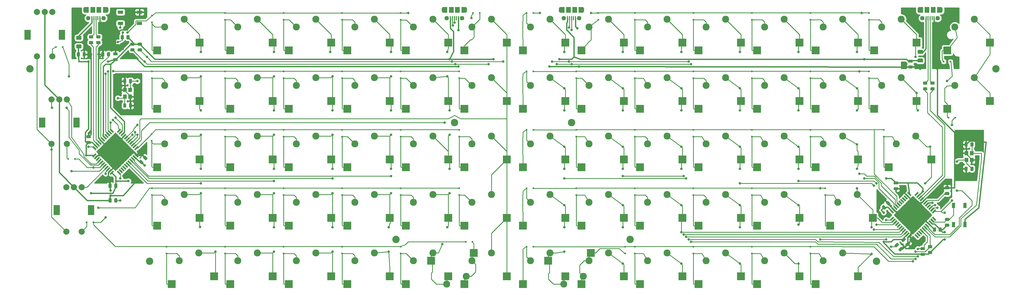
<source format=gbr>
G04 #@! TF.GenerationSoftware,KiCad,Pcbnew,(5.1.5-0-10_14)*
G04 #@! TF.CreationDate,2020-05-07T23:45:50-07:00*
G04 #@! TF.ProjectId,basis_combined_PROTON,62617369-735f-4636-9f6d-62696e65645f,rev?*
G04 #@! TF.SameCoordinates,Original*
G04 #@! TF.FileFunction,Copper,L2,Bot*
G04 #@! TF.FilePolarity,Positive*
%FSLAX46Y46*%
G04 Gerber Fmt 4.6, Leading zero omitted, Abs format (unit mm)*
G04 Created by KiCad (PCBNEW (5.1.5-0-10_14)) date 2020-05-07 23:45:50*
%MOMM*%
%LPD*%
G04 APERTURE LIST*
%ADD10R,2.550000X2.500000*%
%ADD11C,2.286000*%
%ADD12R,0.500000X0.500000*%
%ADD13R,1.200000X1.900000*%
%ADD14O,1.200000X1.900000*%
%ADD15R,1.500000X1.900000*%
%ADD16C,1.450000*%
%ADD17R,0.400000X1.350000*%
%ADD18C,2.400000*%
%ADD19C,2.000000*%
%ADD20R,2.000000X3.200000*%
%ADD21C,0.100000*%
%ADD22R,1.200000X1.400000*%
%ADD23R,1.100000X1.800000*%
%ADD24R,1.800000X1.100000*%
%ADD25C,0.800000*%
%ADD26C,0.254000*%
%ADD27C,0.381000*%
G04 APERTURE END LIST*
D10*
X-22602500Y-201771250D03*
D11*
X-33972500Y-196691250D03*
X-27622500Y-194151250D03*
D10*
X-36452500Y-204311250D03*
X-41652500Y-125571250D03*
D11*
X-53022500Y-120491250D03*
X-46672500Y-117951250D03*
D10*
X-55502500Y-128111250D03*
X-22602500Y-125571250D03*
D11*
X-33972500Y-120491250D03*
X-27622500Y-117951250D03*
D10*
X-36452500Y-128111250D03*
X-3552500Y-125571250D03*
D11*
X-14922500Y-120491250D03*
X-8572500Y-117951250D03*
D10*
X-17402500Y-128111250D03*
X15497500Y-125571250D03*
D11*
X4127500Y-120491250D03*
X10477500Y-117951250D03*
D10*
X1647500Y-128111250D03*
X-41652500Y-163671250D03*
D11*
X-53022500Y-158591250D03*
X-46672500Y-156051250D03*
D10*
X-55502500Y-166211250D03*
X-3552500Y-182721250D03*
D11*
X-14922500Y-177641250D03*
X-8572500Y-175101250D03*
D10*
X-17402500Y-185261250D03*
X-3552500Y-201771250D03*
D11*
X-14922500Y-196691250D03*
X-8572500Y-194151250D03*
D10*
X-17402500Y-204311250D03*
X-41652500Y-201771250D03*
D11*
X-53022500Y-196691250D03*
X-46672500Y-194151250D03*
D10*
X-55502500Y-204311250D03*
X-3552500Y-163671250D03*
D11*
X-14922500Y-158591250D03*
X-8572500Y-156051250D03*
D10*
X-17402500Y-166211250D03*
X-3552500Y-144621250D03*
D11*
X-14922500Y-139541250D03*
X-8572500Y-137001250D03*
D10*
X-17402500Y-147161250D03*
X15497500Y-163671250D03*
D11*
X4127500Y-158591250D03*
X10477500Y-156051250D03*
D10*
X1647500Y-166211250D03*
X-60702500Y-201771250D03*
D11*
X-72072500Y-196691250D03*
X-65722500Y-194151250D03*
D10*
X-74552500Y-204311250D03*
X34547500Y-163671250D03*
D11*
X23177500Y-158591250D03*
X29527500Y-156051250D03*
D10*
X20697500Y-166211250D03*
X-41652500Y-144621250D03*
D11*
X-53022500Y-139541250D03*
X-46672500Y-137001250D03*
D10*
X-55502500Y-147161250D03*
X15497500Y-144621250D03*
D11*
X4127500Y-139541250D03*
X10477500Y-137001250D03*
D10*
X1647500Y-147161250D03*
X-22602500Y-163671250D03*
D11*
X-33972500Y-158591250D03*
X-27622500Y-156051250D03*
D10*
X-36452500Y-166211250D03*
X15497500Y-201771250D03*
D11*
X4127500Y-196691250D03*
X10477500Y-194151250D03*
D10*
X1647500Y-204311250D03*
X34547500Y-201771250D03*
D11*
X23177500Y-196691250D03*
X29527500Y-194151250D03*
D10*
X20697500Y-204311250D03*
X9902500Y-196691250D03*
D11*
X21272500Y-201771250D03*
X14922500Y-204311250D03*
D10*
X23752500Y-194151250D03*
X34547500Y-144621250D03*
D11*
X23177500Y-139541250D03*
X29527500Y-137001250D03*
D10*
X20697500Y-147161250D03*
X15497500Y-182721250D03*
D11*
X4127500Y-177641250D03*
X10477500Y-175101250D03*
D10*
X1647500Y-185261250D03*
X-22602500Y-144621250D03*
D11*
X-33972500Y-139541250D03*
X-27622500Y-137001250D03*
D10*
X-36452500Y-147161250D03*
X-22602500Y-182721250D03*
D11*
X-33972500Y-177641250D03*
X-27622500Y-175101250D03*
D10*
X-36452500Y-185261250D03*
X-41652500Y-182721250D03*
D11*
X-53022500Y-177641250D03*
X-46672500Y-175101250D03*
D10*
X-55502500Y-185261250D03*
X-65465000Y-125571250D03*
D11*
X-76835000Y-120491250D03*
X-70485000Y-117951250D03*
D10*
X-79315000Y-128111250D03*
X-65465000Y-144621250D03*
D11*
X-76835000Y-139541250D03*
X-70485000Y-137001250D03*
D10*
X-79315000Y-147161250D03*
X-65465000Y-163671250D03*
D11*
X-76835000Y-158591250D03*
X-70485000Y-156051250D03*
D10*
X-79315000Y-166211250D03*
X34547500Y-125571250D03*
D11*
X23177500Y-120491250D03*
X29527500Y-117951250D03*
D10*
X20697500Y-128111250D03*
X34547500Y-182721250D03*
D11*
X23177500Y-177641250D03*
X29527500Y-175101250D03*
D10*
X20697500Y-185261250D03*
X53597500Y-144621250D03*
D11*
X42227500Y-139541250D03*
X48577500Y-137001250D03*
D10*
X39747500Y-147161250D03*
X129797500Y-201771250D03*
D11*
X118427500Y-196691250D03*
X124777500Y-194151250D03*
D10*
X115947500Y-204311250D03*
X72647500Y-144621250D03*
D11*
X61277500Y-139541250D03*
X67627500Y-137001250D03*
D10*
X58797500Y-147161250D03*
X148847500Y-144621250D03*
D11*
X137477500Y-139541250D03*
X143827500Y-137001250D03*
D10*
X134997500Y-147161250D03*
X48002500Y-196691250D03*
D11*
X59372500Y-201771250D03*
X53022500Y-204311250D03*
D10*
X61852500Y-194151250D03*
X72647500Y-201771250D03*
D11*
X61277500Y-196691250D03*
X67627500Y-194151250D03*
D10*
X58797500Y-204311250D03*
X53597500Y-201771250D03*
D11*
X42227500Y-196691250D03*
X48577500Y-194151250D03*
D10*
X39747500Y-204311250D03*
X148847500Y-201771250D03*
D11*
X137477500Y-196691250D03*
X143827500Y-194151250D03*
D10*
X134997500Y-204311250D03*
X129797500Y-144621250D03*
D11*
X118427500Y-139541250D03*
X124777500Y-137001250D03*
D10*
X115947500Y-147161250D03*
X110747500Y-144621250D03*
D11*
X99377500Y-139541250D03*
X105727500Y-137001250D03*
D10*
X96897500Y-147161250D03*
X53597500Y-182721250D03*
D11*
X42227500Y-177641250D03*
X48577500Y-175101250D03*
D10*
X39747500Y-185261250D03*
X72647500Y-182721250D03*
D11*
X61277500Y-177641250D03*
X67627500Y-175101250D03*
D10*
X58797500Y-185261250D03*
X91697500Y-201771250D03*
D11*
X80327500Y-196691250D03*
X86677500Y-194151250D03*
D10*
X77847500Y-204311250D03*
X110747500Y-163671250D03*
D11*
X99377500Y-158591250D03*
X105727500Y-156051250D03*
D10*
X96897500Y-166211250D03*
X91697500Y-163671250D03*
D11*
X80327500Y-158591250D03*
X86677500Y-156051250D03*
D10*
X77847500Y-166211250D03*
X72647500Y-163671250D03*
D11*
X61277500Y-158591250D03*
X67627500Y-156051250D03*
D10*
X58797500Y-166211250D03*
X91697500Y-144621250D03*
D11*
X80327500Y-139541250D03*
X86677500Y-137001250D03*
D10*
X77847500Y-147161250D03*
X53597500Y-163671250D03*
D11*
X42227500Y-158591250D03*
X48577500Y-156051250D03*
D10*
X39747500Y-166211250D03*
X110747500Y-201771250D03*
D11*
X99377500Y-196691250D03*
X105727500Y-194151250D03*
D10*
X96897500Y-204311250D03*
X167897500Y-125571250D03*
D11*
X156527500Y-120491250D03*
X162877500Y-117951250D03*
D10*
X154047500Y-128111250D03*
X148847500Y-125571250D03*
D11*
X137477500Y-120491250D03*
X143827500Y-117951250D03*
D10*
X134997500Y-128111250D03*
X167897500Y-144621250D03*
D11*
X156527500Y-139541250D03*
X162877500Y-137001250D03*
D10*
X154047500Y-147161250D03*
X129797500Y-163671250D03*
D11*
X118427500Y-158591250D03*
X124777500Y-156051250D03*
D10*
X115947500Y-166211250D03*
X129797500Y-182721250D03*
D11*
X118427500Y-177641250D03*
X124777500Y-175101250D03*
D10*
X115947500Y-185261250D03*
X148847500Y-163671250D03*
D11*
X137477500Y-158591250D03*
X143827500Y-156051250D03*
D10*
X134997500Y-166211250D03*
X110747500Y-125571250D03*
D11*
X99377500Y-120491250D03*
X105727500Y-117951250D03*
D10*
X96897500Y-128111250D03*
X91697500Y-125571250D03*
D11*
X80327500Y-120491250D03*
X86677500Y-117951250D03*
D10*
X77847500Y-128111250D03*
X72647500Y-125571250D03*
D11*
X61277500Y-120491250D03*
X67627500Y-117951250D03*
D10*
X58797500Y-128111250D03*
X53597500Y-125571250D03*
D11*
X42227500Y-120491250D03*
X48577500Y-117951250D03*
D10*
X39747500Y-128111250D03*
X91697500Y-182721250D03*
D11*
X80327500Y-177641250D03*
X86677500Y-175101250D03*
D10*
X77847500Y-185261250D03*
X110747500Y-182721250D03*
D11*
X99377500Y-177641250D03*
X105727500Y-175101250D03*
D10*
X96897500Y-185261250D03*
X129797500Y-125571250D03*
D11*
X118427500Y-120491250D03*
X124777500Y-117951250D03*
D10*
X115947500Y-128111250D03*
X153610000Y-182721250D03*
D11*
X142240000Y-177641250D03*
X148590000Y-175101250D03*
D10*
X139760000Y-185261250D03*
X191710000Y-125571250D03*
D11*
X180340000Y-120491250D03*
X186690000Y-117951250D03*
D10*
X177860000Y-128111250D03*
X191710000Y-144621250D03*
D11*
X180340000Y-139541250D03*
X186690000Y-137001250D03*
D10*
X177860000Y-147161250D03*
X172660000Y-163671250D03*
D11*
X161290000Y-158591250D03*
X167640000Y-156051250D03*
D10*
X158810000Y-166211250D03*
X-65465000Y-182721250D03*
D11*
X-76835000Y-177641250D03*
X-70485000Y-175101250D03*
D10*
X-79315000Y-185261250D03*
D12*
X176700000Y-131762500D03*
X178900000Y-131762500D03*
X178287500Y-150018750D03*
X180487500Y-150018750D03*
X157162500Y-156167000D03*
X157162500Y-153967000D03*
X152400000Y-137117000D03*
X152400000Y-134917000D03*
X152400000Y-118067000D03*
X152400000Y-115867000D03*
X133350000Y-194267000D03*
X133350000Y-192067000D03*
X138112500Y-175217000D03*
X138112500Y-173017000D03*
X133350000Y-156167000D03*
X133350000Y-153967000D03*
X133350000Y-137117000D03*
X133350000Y-134917000D03*
X133350000Y-118067000D03*
X133350000Y-115867000D03*
X114300000Y-194267000D03*
X114300000Y-192067000D03*
X114300000Y-175217000D03*
X114300000Y-173017000D03*
X114300000Y-156167000D03*
X114300000Y-153967000D03*
X114300000Y-137117000D03*
X114300000Y-134917000D03*
X114300000Y-118067000D03*
X114300000Y-115867000D03*
X95250000Y-194267000D03*
X95250000Y-192067000D03*
X95250000Y-175217000D03*
X95250000Y-173017000D03*
X95250000Y-156167000D03*
X95250000Y-153967000D03*
X95250000Y-137117000D03*
X95250000Y-134917000D03*
X95250000Y-118067000D03*
X95250000Y-115867000D03*
X76200000Y-194267000D03*
X76200000Y-192067000D03*
X76200000Y-175217000D03*
X76200000Y-173017000D03*
X76200000Y-156167000D03*
X76200000Y-153967000D03*
X76200000Y-137117000D03*
X76200000Y-134917000D03*
X76200000Y-118067000D03*
X76200000Y-115867000D03*
X73025000Y-194267000D03*
X73025000Y-192067000D03*
X57150000Y-175217000D03*
X57150000Y-173017000D03*
X57150000Y-156167000D03*
X57150000Y-153967000D03*
X57150000Y-137117000D03*
X57150000Y-134917000D03*
X64293750Y-118067000D03*
X64293750Y-115867000D03*
X40968750Y-192087500D03*
X43168750Y-192087500D03*
X40968750Y-173037500D03*
X43168750Y-173037500D03*
X40968750Y-153987500D03*
X43168750Y-153987500D03*
X40968750Y-134937500D03*
X43168750Y-134937500D03*
X40968750Y-115887500D03*
X43168750Y-115887500D03*
X19050000Y-175217000D03*
X19050000Y-173017000D03*
X19050000Y-156167000D03*
X19050000Y-153967000D03*
X19050000Y-137117000D03*
X19050000Y-134917000D03*
X25706250Y-115887500D03*
X23506250Y-115887500D03*
X23325000Y-190500000D03*
X21125000Y-190500000D03*
X0Y-194267000D03*
X0Y-192067000D03*
X0Y-175217000D03*
X0Y-173017000D03*
X0Y-156167000D03*
X0Y-153967000D03*
X0Y-137117000D03*
X0Y-134917000D03*
X0Y-118130500D03*
X0Y-115930500D03*
X-19050000Y-194267000D03*
X-19050000Y-192067000D03*
X-19050000Y-175217000D03*
X-19050000Y-173017000D03*
X-19050000Y-156167000D03*
X-19050000Y-153967000D03*
X-19050000Y-137117000D03*
X-19050000Y-134917000D03*
X-19050000Y-118130500D03*
X-19050000Y-115930500D03*
X-38100000Y-194267000D03*
X-38100000Y-192067000D03*
X-38100000Y-175217000D03*
X-38100000Y-173017000D03*
X-38100000Y-156167000D03*
X-38100000Y-153967000D03*
X-57150000Y-194267000D03*
X-57150000Y-192067000D03*
X-57150000Y-175217000D03*
X-57150000Y-173017000D03*
X-57150000Y-156167000D03*
X-57150000Y-153967000D03*
X-76200000Y-194267000D03*
X-76200000Y-192067000D03*
X-80962500Y-175217000D03*
X-80962500Y-173017000D03*
X-81026000Y-157564000D03*
X-81026000Y-155364000D03*
X-80962500Y-137117000D03*
X-80962500Y-134917000D03*
X-80962500Y-118956000D03*
X-80962500Y-116756000D03*
X-102192000Y-184150000D03*
X-99992000Y-184150000D03*
X-108256250Y-163512500D03*
X-106056250Y-163512500D03*
X-112225000Y-127000000D03*
X-110025000Y-127000000D03*
X-38100000Y-137117000D03*
X-38100000Y-134917000D03*
X-38100000Y-118129500D03*
X-38100000Y-115929500D03*
X-57150000Y-137117000D03*
X-57150000Y-134917000D03*
X-57150000Y-118129500D03*
X-57150000Y-115929500D03*
D13*
X52670000Y-114908750D03*
X58470000Y-114908750D03*
D14*
X59070000Y-114908750D03*
X52070000Y-114908750D03*
D15*
X54570000Y-114908750D03*
D16*
X58070000Y-117608750D03*
D17*
X55570000Y-117608750D03*
X56220000Y-117608750D03*
X56870000Y-117608750D03*
X54270000Y-117608750D03*
X54920000Y-117608750D03*
D16*
X53070000Y-117608750D03*
D15*
X56570000Y-114908750D03*
D13*
X14552500Y-114911250D03*
X20352500Y-114911250D03*
D14*
X20952500Y-114911250D03*
X13952500Y-114911250D03*
D15*
X16452500Y-114911250D03*
D16*
X19952500Y-117611250D03*
D17*
X17452500Y-117611250D03*
X18102500Y-117611250D03*
X18752500Y-117611250D03*
X16152500Y-117611250D03*
X16802500Y-117611250D03*
D16*
X14952500Y-117611250D03*
D15*
X18452500Y-114911250D03*
D13*
X169350000Y-114918750D03*
X175150000Y-114918750D03*
D14*
X175750000Y-114918750D03*
X168750000Y-114918750D03*
D15*
X171250000Y-114918750D03*
D16*
X174750000Y-117618750D03*
D17*
X172250000Y-117618750D03*
X172900000Y-117618750D03*
X173550000Y-117618750D03*
X170950000Y-117618750D03*
X171600000Y-117618750D03*
D16*
X169750000Y-117618750D03*
D15*
X173250000Y-114918750D03*
D13*
X-102118750Y-114911250D03*
X-96318750Y-114911250D03*
D14*
X-95718750Y-114911250D03*
X-102718750Y-114911250D03*
D15*
X-100218750Y-114911250D03*
D16*
X-96718750Y-117611250D03*
D17*
X-99218750Y-117611250D03*
X-98568750Y-117611250D03*
X-97918750Y-117611250D03*
X-100518750Y-117611250D03*
X-99868750Y-117611250D03*
D16*
X-101718750Y-117611250D03*
D15*
X-98218750Y-114911250D03*
D18*
X-81756250Y-196850000D03*
X-120650000Y-134143750D03*
X17462500Y-151606250D03*
X-1587500Y-189706250D03*
X74612500Y-189706250D03*
X154781250Y-196850000D03*
X55562500Y-151606250D03*
X193675000Y-134143750D03*
D19*
X-118387500Y-130031250D03*
X-113387500Y-130031250D03*
D20*
X-121487500Y-123031250D03*
X-110287500Y-123031250D03*
D19*
X-118387500Y-115531250D03*
X-115887500Y-115531250D03*
X-113387500Y-115531250D03*
X-113625000Y-158606250D03*
X-108625000Y-158606250D03*
D20*
X-116725000Y-151606250D03*
X-105525000Y-151606250D03*
D19*
X-113625000Y-144106250D03*
X-111125000Y-144106250D03*
X-108625000Y-144106250D03*
X-108862500Y-187181250D03*
X-103862500Y-187181250D03*
D20*
X-111962500Y-180181250D03*
X-100762500Y-180181250D03*
D19*
X-108862500Y-172681250D03*
X-106362500Y-172681250D03*
X-103862500Y-172681250D03*
G04 #@! TA.AperFunction,SMDPad,CuDef*
D21*
G36*
X166210202Y-175245690D02*
G01*
X165821294Y-175634598D01*
X164760634Y-174573938D01*
X165149542Y-174185030D01*
X166210202Y-175245690D01*
G37*
G04 #@! TD.AperFunction*
G04 #@! TA.AperFunction,SMDPad,CuDef*
G36*
X165644517Y-175811376D02*
G01*
X165255609Y-176200284D01*
X164194949Y-175139624D01*
X164583857Y-174750716D01*
X165644517Y-175811376D01*
G37*
G04 #@! TD.AperFunction*
G04 #@! TA.AperFunction,SMDPad,CuDef*
G36*
X165078832Y-176377061D02*
G01*
X164689924Y-176765969D01*
X163629264Y-175705309D01*
X164018172Y-175316401D01*
X165078832Y-176377061D01*
G37*
G04 #@! TD.AperFunction*
G04 #@! TA.AperFunction,SMDPad,CuDef*
G36*
X164513146Y-176942746D02*
G01*
X164124238Y-177331654D01*
X163063578Y-176270994D01*
X163452486Y-175882086D01*
X164513146Y-176942746D01*
G37*
G04 #@! TD.AperFunction*
G04 #@! TA.AperFunction,SMDPad,CuDef*
G36*
X163947461Y-177508432D02*
G01*
X163558553Y-177897340D01*
X162497893Y-176836680D01*
X162886801Y-176447772D01*
X163947461Y-177508432D01*
G37*
G04 #@! TD.AperFunction*
G04 #@! TA.AperFunction,SMDPad,CuDef*
G36*
X163381775Y-178074117D02*
G01*
X162992867Y-178463025D01*
X161932207Y-177402365D01*
X162321115Y-177013457D01*
X163381775Y-178074117D01*
G37*
G04 #@! TD.AperFunction*
G04 #@! TA.AperFunction,SMDPad,CuDef*
G36*
X162816090Y-178639803D02*
G01*
X162427182Y-179028711D01*
X161366522Y-177968051D01*
X161755430Y-177579143D01*
X162816090Y-178639803D01*
G37*
G04 #@! TD.AperFunction*
G04 #@! TA.AperFunction,SMDPad,CuDef*
G36*
X162250404Y-179205488D02*
G01*
X161861496Y-179594396D01*
X160800836Y-178533736D01*
X161189744Y-178144828D01*
X162250404Y-179205488D01*
G37*
G04 #@! TD.AperFunction*
G04 #@! TA.AperFunction,SMDPad,CuDef*
G36*
X161684719Y-179771174D02*
G01*
X161295811Y-180160082D01*
X160235151Y-179099422D01*
X160624059Y-178710514D01*
X161684719Y-179771174D01*
G37*
G04 #@! TD.AperFunction*
G04 #@! TA.AperFunction,SMDPad,CuDef*
G36*
X161119034Y-180336859D02*
G01*
X160730126Y-180725767D01*
X159669466Y-179665107D01*
X160058374Y-179276199D01*
X161119034Y-180336859D01*
G37*
G04 #@! TD.AperFunction*
G04 #@! TA.AperFunction,SMDPad,CuDef*
G36*
X160553348Y-180902544D02*
G01*
X160164440Y-181291452D01*
X159103780Y-180230792D01*
X159492688Y-179841884D01*
X160553348Y-180902544D01*
G37*
G04 #@! TD.AperFunction*
G04 #@! TA.AperFunction,SMDPad,CuDef*
G36*
X160164440Y-182246048D02*
G01*
X160553348Y-182634956D01*
X159492688Y-183695616D01*
X159103780Y-183306708D01*
X160164440Y-182246048D01*
G37*
G04 #@! TD.AperFunction*
G04 #@! TA.AperFunction,SMDPad,CuDef*
G36*
X160730126Y-182811733D02*
G01*
X161119034Y-183200641D01*
X160058374Y-184261301D01*
X159669466Y-183872393D01*
X160730126Y-182811733D01*
G37*
G04 #@! TD.AperFunction*
G04 #@! TA.AperFunction,SMDPad,CuDef*
G36*
X161295811Y-183377418D02*
G01*
X161684719Y-183766326D01*
X160624059Y-184826986D01*
X160235151Y-184438078D01*
X161295811Y-183377418D01*
G37*
G04 #@! TD.AperFunction*
G04 #@! TA.AperFunction,SMDPad,CuDef*
G36*
X161861496Y-183943104D02*
G01*
X162250404Y-184332012D01*
X161189744Y-185392672D01*
X160800836Y-185003764D01*
X161861496Y-183943104D01*
G37*
G04 #@! TD.AperFunction*
G04 #@! TA.AperFunction,SMDPad,CuDef*
G36*
X162427182Y-184508789D02*
G01*
X162816090Y-184897697D01*
X161755430Y-185958357D01*
X161366522Y-185569449D01*
X162427182Y-184508789D01*
G37*
G04 #@! TD.AperFunction*
G04 #@! TA.AperFunction,SMDPad,CuDef*
G36*
X162992867Y-185074475D02*
G01*
X163381775Y-185463383D01*
X162321115Y-186524043D01*
X161932207Y-186135135D01*
X162992867Y-185074475D01*
G37*
G04 #@! TD.AperFunction*
G04 #@! TA.AperFunction,SMDPad,CuDef*
G36*
X163558553Y-185640160D02*
G01*
X163947461Y-186029068D01*
X162886801Y-187089728D01*
X162497893Y-186700820D01*
X163558553Y-185640160D01*
G37*
G04 #@! TD.AperFunction*
G04 #@! TA.AperFunction,SMDPad,CuDef*
G36*
X164124238Y-186205846D02*
G01*
X164513146Y-186594754D01*
X163452486Y-187655414D01*
X163063578Y-187266506D01*
X164124238Y-186205846D01*
G37*
G04 #@! TD.AperFunction*
G04 #@! TA.AperFunction,SMDPad,CuDef*
G36*
X164689924Y-186771531D02*
G01*
X165078832Y-187160439D01*
X164018172Y-188221099D01*
X163629264Y-187832191D01*
X164689924Y-186771531D01*
G37*
G04 #@! TD.AperFunction*
G04 #@! TA.AperFunction,SMDPad,CuDef*
G36*
X165255609Y-187337216D02*
G01*
X165644517Y-187726124D01*
X164583857Y-188786784D01*
X164194949Y-188397876D01*
X165255609Y-187337216D01*
G37*
G04 #@! TD.AperFunction*
G04 #@! TA.AperFunction,SMDPad,CuDef*
G36*
X165821294Y-187902902D02*
G01*
X166210202Y-188291810D01*
X165149542Y-189352470D01*
X164760634Y-188963562D01*
X165821294Y-187902902D01*
G37*
G04 #@! TD.AperFunction*
G04 #@! TA.AperFunction,SMDPad,CuDef*
G36*
X168614366Y-188963562D02*
G01*
X168225458Y-189352470D01*
X167164798Y-188291810D01*
X167553706Y-187902902D01*
X168614366Y-188963562D01*
G37*
G04 #@! TD.AperFunction*
G04 #@! TA.AperFunction,SMDPad,CuDef*
G36*
X169180051Y-188397876D02*
G01*
X168791143Y-188786784D01*
X167730483Y-187726124D01*
X168119391Y-187337216D01*
X169180051Y-188397876D01*
G37*
G04 #@! TD.AperFunction*
G04 #@! TA.AperFunction,SMDPad,CuDef*
G36*
X169745736Y-187832191D02*
G01*
X169356828Y-188221099D01*
X168296168Y-187160439D01*
X168685076Y-186771531D01*
X169745736Y-187832191D01*
G37*
G04 #@! TD.AperFunction*
G04 #@! TA.AperFunction,SMDPad,CuDef*
G36*
X170311422Y-187266506D02*
G01*
X169922514Y-187655414D01*
X168861854Y-186594754D01*
X169250762Y-186205846D01*
X170311422Y-187266506D01*
G37*
G04 #@! TD.AperFunction*
G04 #@! TA.AperFunction,SMDPad,CuDef*
G36*
X170877107Y-186700820D02*
G01*
X170488199Y-187089728D01*
X169427539Y-186029068D01*
X169816447Y-185640160D01*
X170877107Y-186700820D01*
G37*
G04 #@! TD.AperFunction*
G04 #@! TA.AperFunction,SMDPad,CuDef*
G36*
X171442793Y-186135135D02*
G01*
X171053885Y-186524043D01*
X169993225Y-185463383D01*
X170382133Y-185074475D01*
X171442793Y-186135135D01*
G37*
G04 #@! TD.AperFunction*
G04 #@! TA.AperFunction,SMDPad,CuDef*
G36*
X172008478Y-185569449D02*
G01*
X171619570Y-185958357D01*
X170558910Y-184897697D01*
X170947818Y-184508789D01*
X172008478Y-185569449D01*
G37*
G04 #@! TD.AperFunction*
G04 #@! TA.AperFunction,SMDPad,CuDef*
G36*
X172574164Y-185003764D02*
G01*
X172185256Y-185392672D01*
X171124596Y-184332012D01*
X171513504Y-183943104D01*
X172574164Y-185003764D01*
G37*
G04 #@! TD.AperFunction*
G04 #@! TA.AperFunction,SMDPad,CuDef*
G36*
X173139849Y-184438078D02*
G01*
X172750941Y-184826986D01*
X171690281Y-183766326D01*
X172079189Y-183377418D01*
X173139849Y-184438078D01*
G37*
G04 #@! TD.AperFunction*
G04 #@! TA.AperFunction,SMDPad,CuDef*
G36*
X173705534Y-183872393D02*
G01*
X173316626Y-184261301D01*
X172255966Y-183200641D01*
X172644874Y-182811733D01*
X173705534Y-183872393D01*
G37*
G04 #@! TD.AperFunction*
G04 #@! TA.AperFunction,SMDPad,CuDef*
G36*
X174271220Y-183306708D02*
G01*
X173882312Y-183695616D01*
X172821652Y-182634956D01*
X173210560Y-182246048D01*
X174271220Y-183306708D01*
G37*
G04 #@! TD.AperFunction*
G04 #@! TA.AperFunction,SMDPad,CuDef*
G36*
X173882312Y-179841884D02*
G01*
X174271220Y-180230792D01*
X173210560Y-181291452D01*
X172821652Y-180902544D01*
X173882312Y-179841884D01*
G37*
G04 #@! TD.AperFunction*
G04 #@! TA.AperFunction,SMDPad,CuDef*
G36*
X173316626Y-179276199D02*
G01*
X173705534Y-179665107D01*
X172644874Y-180725767D01*
X172255966Y-180336859D01*
X173316626Y-179276199D01*
G37*
G04 #@! TD.AperFunction*
G04 #@! TA.AperFunction,SMDPad,CuDef*
G36*
X172750941Y-178710514D02*
G01*
X173139849Y-179099422D01*
X172079189Y-180160082D01*
X171690281Y-179771174D01*
X172750941Y-178710514D01*
G37*
G04 #@! TD.AperFunction*
G04 #@! TA.AperFunction,SMDPad,CuDef*
G36*
X172185256Y-178144828D02*
G01*
X172574164Y-178533736D01*
X171513504Y-179594396D01*
X171124596Y-179205488D01*
X172185256Y-178144828D01*
G37*
G04 #@! TD.AperFunction*
G04 #@! TA.AperFunction,SMDPad,CuDef*
G36*
X171619570Y-177579143D02*
G01*
X172008478Y-177968051D01*
X170947818Y-179028711D01*
X170558910Y-178639803D01*
X171619570Y-177579143D01*
G37*
G04 #@! TD.AperFunction*
G04 #@! TA.AperFunction,SMDPad,CuDef*
G36*
X171053885Y-177013457D02*
G01*
X171442793Y-177402365D01*
X170382133Y-178463025D01*
X169993225Y-178074117D01*
X171053885Y-177013457D01*
G37*
G04 #@! TD.AperFunction*
G04 #@! TA.AperFunction,SMDPad,CuDef*
G36*
X170488199Y-176447772D02*
G01*
X170877107Y-176836680D01*
X169816447Y-177897340D01*
X169427539Y-177508432D01*
X170488199Y-176447772D01*
G37*
G04 #@! TD.AperFunction*
G04 #@! TA.AperFunction,SMDPad,CuDef*
G36*
X169922514Y-175882086D02*
G01*
X170311422Y-176270994D01*
X169250762Y-177331654D01*
X168861854Y-176942746D01*
X169922514Y-175882086D01*
G37*
G04 #@! TD.AperFunction*
G04 #@! TA.AperFunction,SMDPad,CuDef*
G36*
X169356828Y-175316401D02*
G01*
X169745736Y-175705309D01*
X168685076Y-176765969D01*
X168296168Y-176377061D01*
X169356828Y-175316401D01*
G37*
G04 #@! TD.AperFunction*
G04 #@! TA.AperFunction,SMDPad,CuDef*
G36*
X168791143Y-174750716D02*
G01*
X169180051Y-175139624D01*
X168119391Y-176200284D01*
X167730483Y-175811376D01*
X168791143Y-174750716D01*
G37*
G04 #@! TD.AperFunction*
G04 #@! TA.AperFunction,SMDPad,CuDef*
G36*
X168225458Y-174185030D02*
G01*
X168614366Y-174573938D01*
X167553706Y-175634598D01*
X167164798Y-175245690D01*
X168225458Y-174185030D01*
G37*
G04 #@! TD.AperFunction*
G04 #@! TA.AperFunction,SMDPad,CuDef*
G36*
X-99391810Y-161608548D02*
G01*
X-99002902Y-161997456D01*
X-100063562Y-163058116D01*
X-100452470Y-162669208D01*
X-99391810Y-161608548D01*
G37*
G04 #@! TD.AperFunction*
G04 #@! TA.AperFunction,SMDPad,CuDef*
G36*
X-98826124Y-162174233D02*
G01*
X-98437216Y-162563141D01*
X-99497876Y-163623801D01*
X-99886784Y-163234893D01*
X-98826124Y-162174233D01*
G37*
G04 #@! TD.AperFunction*
G04 #@! TA.AperFunction,SMDPad,CuDef*
G36*
X-98260439Y-162739918D02*
G01*
X-97871531Y-163128826D01*
X-98932191Y-164189486D01*
X-99321099Y-163800578D01*
X-98260439Y-162739918D01*
G37*
G04 #@! TD.AperFunction*
G04 #@! TA.AperFunction,SMDPad,CuDef*
G36*
X-97694754Y-163305604D02*
G01*
X-97305846Y-163694512D01*
X-98366506Y-164755172D01*
X-98755414Y-164366264D01*
X-97694754Y-163305604D01*
G37*
G04 #@! TD.AperFunction*
G04 #@! TA.AperFunction,SMDPad,CuDef*
G36*
X-97129068Y-163871289D02*
G01*
X-96740160Y-164260197D01*
X-97800820Y-165320857D01*
X-98189728Y-164931949D01*
X-97129068Y-163871289D01*
G37*
G04 #@! TD.AperFunction*
G04 #@! TA.AperFunction,SMDPad,CuDef*
G36*
X-96563383Y-164436975D02*
G01*
X-96174475Y-164825883D01*
X-97235135Y-165886543D01*
X-97624043Y-165497635D01*
X-96563383Y-164436975D01*
G37*
G04 #@! TD.AperFunction*
G04 #@! TA.AperFunction,SMDPad,CuDef*
G36*
X-95997697Y-165002660D02*
G01*
X-95608789Y-165391568D01*
X-96669449Y-166452228D01*
X-97058357Y-166063320D01*
X-95997697Y-165002660D01*
G37*
G04 #@! TD.AperFunction*
G04 #@! TA.AperFunction,SMDPad,CuDef*
G36*
X-95432012Y-165568346D02*
G01*
X-95043104Y-165957254D01*
X-96103764Y-167017914D01*
X-96492672Y-166629006D01*
X-95432012Y-165568346D01*
G37*
G04 #@! TD.AperFunction*
G04 #@! TA.AperFunction,SMDPad,CuDef*
G36*
X-94866326Y-166134031D02*
G01*
X-94477418Y-166522939D01*
X-95538078Y-167583599D01*
X-95926986Y-167194691D01*
X-94866326Y-166134031D01*
G37*
G04 #@! TD.AperFunction*
G04 #@! TA.AperFunction,SMDPad,CuDef*
G36*
X-94300641Y-166699716D02*
G01*
X-93911733Y-167088624D01*
X-94972393Y-168149284D01*
X-95361301Y-167760376D01*
X-94300641Y-166699716D01*
G37*
G04 #@! TD.AperFunction*
G04 #@! TA.AperFunction,SMDPad,CuDef*
G36*
X-93734956Y-167265402D02*
G01*
X-93346048Y-167654310D01*
X-94406708Y-168714970D01*
X-94795616Y-168326062D01*
X-93734956Y-167265402D01*
G37*
G04 #@! TD.AperFunction*
G04 #@! TA.AperFunction,SMDPad,CuDef*
G36*
X-92391452Y-167654310D02*
G01*
X-92002544Y-167265402D01*
X-90941884Y-168326062D01*
X-91330792Y-168714970D01*
X-92391452Y-167654310D01*
G37*
G04 #@! TD.AperFunction*
G04 #@! TA.AperFunction,SMDPad,CuDef*
G36*
X-91825767Y-167088624D02*
G01*
X-91436859Y-166699716D01*
X-90376199Y-167760376D01*
X-90765107Y-168149284D01*
X-91825767Y-167088624D01*
G37*
G04 #@! TD.AperFunction*
G04 #@! TA.AperFunction,SMDPad,CuDef*
G36*
X-91260082Y-166522939D02*
G01*
X-90871174Y-166134031D01*
X-89810514Y-167194691D01*
X-90199422Y-167583599D01*
X-91260082Y-166522939D01*
G37*
G04 #@! TD.AperFunction*
G04 #@! TA.AperFunction,SMDPad,CuDef*
G36*
X-90694396Y-165957254D02*
G01*
X-90305488Y-165568346D01*
X-89244828Y-166629006D01*
X-89633736Y-167017914D01*
X-90694396Y-165957254D01*
G37*
G04 #@! TD.AperFunction*
G04 #@! TA.AperFunction,SMDPad,CuDef*
G36*
X-90128711Y-165391568D02*
G01*
X-89739803Y-165002660D01*
X-88679143Y-166063320D01*
X-89068051Y-166452228D01*
X-90128711Y-165391568D01*
G37*
G04 #@! TD.AperFunction*
G04 #@! TA.AperFunction,SMDPad,CuDef*
G36*
X-89563025Y-164825883D02*
G01*
X-89174117Y-164436975D01*
X-88113457Y-165497635D01*
X-88502365Y-165886543D01*
X-89563025Y-164825883D01*
G37*
G04 #@! TD.AperFunction*
G04 #@! TA.AperFunction,SMDPad,CuDef*
G36*
X-88997340Y-164260197D02*
G01*
X-88608432Y-163871289D01*
X-87547772Y-164931949D01*
X-87936680Y-165320857D01*
X-88997340Y-164260197D01*
G37*
G04 #@! TD.AperFunction*
G04 #@! TA.AperFunction,SMDPad,CuDef*
G36*
X-88431654Y-163694512D02*
G01*
X-88042746Y-163305604D01*
X-86982086Y-164366264D01*
X-87370994Y-164755172D01*
X-88431654Y-163694512D01*
G37*
G04 #@! TD.AperFunction*
G04 #@! TA.AperFunction,SMDPad,CuDef*
G36*
X-87865969Y-163128826D02*
G01*
X-87477061Y-162739918D01*
X-86416401Y-163800578D01*
X-86805309Y-164189486D01*
X-87865969Y-163128826D01*
G37*
G04 #@! TD.AperFunction*
G04 #@! TA.AperFunction,SMDPad,CuDef*
G36*
X-87300284Y-162563141D02*
G01*
X-86911376Y-162174233D01*
X-85850716Y-163234893D01*
X-86239624Y-163623801D01*
X-87300284Y-162563141D01*
G37*
G04 #@! TD.AperFunction*
G04 #@! TA.AperFunction,SMDPad,CuDef*
G36*
X-86734598Y-161997456D02*
G01*
X-86345690Y-161608548D01*
X-85285030Y-162669208D01*
X-85673938Y-163058116D01*
X-86734598Y-161997456D01*
G37*
G04 #@! TD.AperFunction*
G04 #@! TA.AperFunction,SMDPad,CuDef*
G36*
X-85673938Y-159204384D02*
G01*
X-85285030Y-159593292D01*
X-86345690Y-160653952D01*
X-86734598Y-160265044D01*
X-85673938Y-159204384D01*
G37*
G04 #@! TD.AperFunction*
G04 #@! TA.AperFunction,SMDPad,CuDef*
G36*
X-86239624Y-158638699D02*
G01*
X-85850716Y-159027607D01*
X-86911376Y-160088267D01*
X-87300284Y-159699359D01*
X-86239624Y-158638699D01*
G37*
G04 #@! TD.AperFunction*
G04 #@! TA.AperFunction,SMDPad,CuDef*
G36*
X-86805309Y-158073014D02*
G01*
X-86416401Y-158461922D01*
X-87477061Y-159522582D01*
X-87865969Y-159133674D01*
X-86805309Y-158073014D01*
G37*
G04 #@! TD.AperFunction*
G04 #@! TA.AperFunction,SMDPad,CuDef*
G36*
X-87370994Y-157507328D02*
G01*
X-86982086Y-157896236D01*
X-88042746Y-158956896D01*
X-88431654Y-158567988D01*
X-87370994Y-157507328D01*
G37*
G04 #@! TD.AperFunction*
G04 #@! TA.AperFunction,SMDPad,CuDef*
G36*
X-87936680Y-156941643D02*
G01*
X-87547772Y-157330551D01*
X-88608432Y-158391211D01*
X-88997340Y-158002303D01*
X-87936680Y-156941643D01*
G37*
G04 #@! TD.AperFunction*
G04 #@! TA.AperFunction,SMDPad,CuDef*
G36*
X-88502365Y-156375957D02*
G01*
X-88113457Y-156764865D01*
X-89174117Y-157825525D01*
X-89563025Y-157436617D01*
X-88502365Y-156375957D01*
G37*
G04 #@! TD.AperFunction*
G04 #@! TA.AperFunction,SMDPad,CuDef*
G36*
X-89068051Y-155810272D02*
G01*
X-88679143Y-156199180D01*
X-89739803Y-157259840D01*
X-90128711Y-156870932D01*
X-89068051Y-155810272D01*
G37*
G04 #@! TD.AperFunction*
G04 #@! TA.AperFunction,SMDPad,CuDef*
G36*
X-89633736Y-155244586D02*
G01*
X-89244828Y-155633494D01*
X-90305488Y-156694154D01*
X-90694396Y-156305246D01*
X-89633736Y-155244586D01*
G37*
G04 #@! TD.AperFunction*
G04 #@! TA.AperFunction,SMDPad,CuDef*
G36*
X-90199422Y-154678901D02*
G01*
X-89810514Y-155067809D01*
X-90871174Y-156128469D01*
X-91260082Y-155739561D01*
X-90199422Y-154678901D01*
G37*
G04 #@! TD.AperFunction*
G04 #@! TA.AperFunction,SMDPad,CuDef*
G36*
X-90765107Y-154113216D02*
G01*
X-90376199Y-154502124D01*
X-91436859Y-155562784D01*
X-91825767Y-155173876D01*
X-90765107Y-154113216D01*
G37*
G04 #@! TD.AperFunction*
G04 #@! TA.AperFunction,SMDPad,CuDef*
G36*
X-91330792Y-153547530D02*
G01*
X-90941884Y-153936438D01*
X-92002544Y-154997098D01*
X-92391452Y-154608190D01*
X-91330792Y-153547530D01*
G37*
G04 #@! TD.AperFunction*
G04 #@! TA.AperFunction,SMDPad,CuDef*
G36*
X-94795616Y-153936438D02*
G01*
X-94406708Y-153547530D01*
X-93346048Y-154608190D01*
X-93734956Y-154997098D01*
X-94795616Y-153936438D01*
G37*
G04 #@! TD.AperFunction*
G04 #@! TA.AperFunction,SMDPad,CuDef*
G36*
X-95361301Y-154502124D02*
G01*
X-94972393Y-154113216D01*
X-93911733Y-155173876D01*
X-94300641Y-155562784D01*
X-95361301Y-154502124D01*
G37*
G04 #@! TD.AperFunction*
G04 #@! TA.AperFunction,SMDPad,CuDef*
G36*
X-95926986Y-155067809D02*
G01*
X-95538078Y-154678901D01*
X-94477418Y-155739561D01*
X-94866326Y-156128469D01*
X-95926986Y-155067809D01*
G37*
G04 #@! TD.AperFunction*
G04 #@! TA.AperFunction,SMDPad,CuDef*
G36*
X-96492672Y-155633494D02*
G01*
X-96103764Y-155244586D01*
X-95043104Y-156305246D01*
X-95432012Y-156694154D01*
X-96492672Y-155633494D01*
G37*
G04 #@! TD.AperFunction*
G04 #@! TA.AperFunction,SMDPad,CuDef*
G36*
X-97058357Y-156199180D02*
G01*
X-96669449Y-155810272D01*
X-95608789Y-156870932D01*
X-95997697Y-157259840D01*
X-97058357Y-156199180D01*
G37*
G04 #@! TD.AperFunction*
G04 #@! TA.AperFunction,SMDPad,CuDef*
G36*
X-97624043Y-156764865D02*
G01*
X-97235135Y-156375957D01*
X-96174475Y-157436617D01*
X-96563383Y-157825525D01*
X-97624043Y-156764865D01*
G37*
G04 #@! TD.AperFunction*
G04 #@! TA.AperFunction,SMDPad,CuDef*
G36*
X-98189728Y-157330551D02*
G01*
X-97800820Y-156941643D01*
X-96740160Y-158002303D01*
X-97129068Y-158391211D01*
X-98189728Y-157330551D01*
G37*
G04 #@! TD.AperFunction*
G04 #@! TA.AperFunction,SMDPad,CuDef*
G36*
X-98755414Y-157896236D02*
G01*
X-98366506Y-157507328D01*
X-97305846Y-158567988D01*
X-97694754Y-158956896D01*
X-98755414Y-157896236D01*
G37*
G04 #@! TD.AperFunction*
G04 #@! TA.AperFunction,SMDPad,CuDef*
G36*
X-99321099Y-158461922D02*
G01*
X-98932191Y-158073014D01*
X-97871531Y-159133674D01*
X-98260439Y-159522582D01*
X-99321099Y-158461922D01*
G37*
G04 #@! TD.AperFunction*
G04 #@! TA.AperFunction,SMDPad,CuDef*
G36*
X-99886784Y-159027607D02*
G01*
X-99497876Y-158638699D01*
X-98437216Y-159699359D01*
X-98826124Y-160088267D01*
X-99886784Y-159027607D01*
G37*
G04 #@! TD.AperFunction*
G04 #@! TA.AperFunction,SMDPad,CuDef*
G36*
X-100452470Y-159593292D02*
G01*
X-100063562Y-159204384D01*
X-99002902Y-160265044D01*
X-99391810Y-160653952D01*
X-100452470Y-159593292D01*
G37*
G04 #@! TD.AperFunction*
D22*
X184093750Y-161618750D03*
X184093750Y-163818750D03*
X185793750Y-163818750D03*
X185793750Y-161618750D03*
X-88050000Y-143181250D03*
X-88050000Y-140981250D03*
X-89750000Y-140981250D03*
X-89750000Y-143181250D03*
D23*
X183618750Y-184868750D03*
X179918750Y-178668750D03*
X179918750Y-184868750D03*
X183618750Y-178668750D03*
D24*
X-91206250Y-115625000D03*
X-85006250Y-119325000D03*
X-91206250Y-119325000D03*
X-85006250Y-115625000D03*
G04 #@! TA.AperFunction,SMDPad,CuDef*
D21*
G36*
X161567076Y-190817873D02*
G01*
X161590737Y-190821383D01*
X161613941Y-190827195D01*
X161636463Y-190835253D01*
X161658087Y-190845481D01*
X161678604Y-190857778D01*
X161697817Y-190872028D01*
X161715541Y-190888092D01*
X162060256Y-191232807D01*
X162076320Y-191250531D01*
X162090570Y-191269744D01*
X162102867Y-191290261D01*
X162113095Y-191311885D01*
X162121153Y-191334407D01*
X162126965Y-191357611D01*
X162130475Y-191381272D01*
X162131649Y-191405164D01*
X162130475Y-191429056D01*
X162126965Y-191452717D01*
X162121153Y-191475921D01*
X162113095Y-191498443D01*
X162102867Y-191520067D01*
X162090570Y-191540584D01*
X162076320Y-191559797D01*
X162060256Y-191577521D01*
X161415021Y-192222756D01*
X161397297Y-192238820D01*
X161378084Y-192253070D01*
X161357567Y-192265367D01*
X161335943Y-192275595D01*
X161313421Y-192283653D01*
X161290217Y-192289465D01*
X161266556Y-192292975D01*
X161242664Y-192294149D01*
X161218772Y-192292975D01*
X161195111Y-192289465D01*
X161171907Y-192283653D01*
X161149385Y-192275595D01*
X161127761Y-192265367D01*
X161107244Y-192253070D01*
X161088031Y-192238820D01*
X161070307Y-192222756D01*
X160725592Y-191878041D01*
X160709528Y-191860317D01*
X160695278Y-191841104D01*
X160682981Y-191820587D01*
X160672753Y-191798963D01*
X160664695Y-191776441D01*
X160658883Y-191753237D01*
X160655373Y-191729576D01*
X160654199Y-191705684D01*
X160655373Y-191681792D01*
X160658883Y-191658131D01*
X160664695Y-191634927D01*
X160672753Y-191612405D01*
X160682981Y-191590781D01*
X160695278Y-191570264D01*
X160709528Y-191551051D01*
X160725592Y-191533327D01*
X161370827Y-190888092D01*
X161388551Y-190872028D01*
X161407764Y-190857778D01*
X161428281Y-190845481D01*
X161449905Y-190835253D01*
X161472427Y-190827195D01*
X161495631Y-190821383D01*
X161519292Y-190817873D01*
X161543184Y-190816699D01*
X161567076Y-190817873D01*
G37*
G04 #@! TD.AperFunction*
G04 #@! TA.AperFunction,SMDPad,CuDef*
G36*
X162892902Y-192143699D02*
G01*
X162916563Y-192147209D01*
X162939767Y-192153021D01*
X162962289Y-192161079D01*
X162983913Y-192171307D01*
X163004430Y-192183604D01*
X163023643Y-192197854D01*
X163041367Y-192213918D01*
X163386082Y-192558633D01*
X163402146Y-192576357D01*
X163416396Y-192595570D01*
X163428693Y-192616087D01*
X163438921Y-192637711D01*
X163446979Y-192660233D01*
X163452791Y-192683437D01*
X163456301Y-192707098D01*
X163457475Y-192730990D01*
X163456301Y-192754882D01*
X163452791Y-192778543D01*
X163446979Y-192801747D01*
X163438921Y-192824269D01*
X163428693Y-192845893D01*
X163416396Y-192866410D01*
X163402146Y-192885623D01*
X163386082Y-192903347D01*
X162740847Y-193548582D01*
X162723123Y-193564646D01*
X162703910Y-193578896D01*
X162683393Y-193591193D01*
X162661769Y-193601421D01*
X162639247Y-193609479D01*
X162616043Y-193615291D01*
X162592382Y-193618801D01*
X162568490Y-193619975D01*
X162544598Y-193618801D01*
X162520937Y-193615291D01*
X162497733Y-193609479D01*
X162475211Y-193601421D01*
X162453587Y-193591193D01*
X162433070Y-193578896D01*
X162413857Y-193564646D01*
X162396133Y-193548582D01*
X162051418Y-193203867D01*
X162035354Y-193186143D01*
X162021104Y-193166930D01*
X162008807Y-193146413D01*
X161998579Y-193124789D01*
X161990521Y-193102267D01*
X161984709Y-193079063D01*
X161981199Y-193055402D01*
X161980025Y-193031510D01*
X161981199Y-193007618D01*
X161984709Y-192983957D01*
X161990521Y-192960753D01*
X161998579Y-192938231D01*
X162008807Y-192916607D01*
X162021104Y-192896090D01*
X162035354Y-192876877D01*
X162051418Y-192859153D01*
X162696653Y-192213918D01*
X162714377Y-192197854D01*
X162733590Y-192183604D01*
X162754107Y-192171307D01*
X162775731Y-192161079D01*
X162798253Y-192153021D01*
X162821457Y-192147209D01*
X162845118Y-192143699D01*
X162869010Y-192142525D01*
X162892902Y-192143699D01*
G37*
G04 #@! TD.AperFunction*
G04 #@! TA.AperFunction,SMDPad,CuDef*
G36*
X178280142Y-184601174D02*
G01*
X178303803Y-184604684D01*
X178327007Y-184610496D01*
X178349529Y-184618554D01*
X178371153Y-184628782D01*
X178391670Y-184641079D01*
X178410883Y-184655329D01*
X178428607Y-184671393D01*
X178444671Y-184689117D01*
X178458921Y-184708330D01*
X178471218Y-184728847D01*
X178481446Y-184750471D01*
X178489504Y-184772993D01*
X178495316Y-184796197D01*
X178498826Y-184819858D01*
X178500000Y-184843750D01*
X178500000Y-185331250D01*
X178498826Y-185355142D01*
X178495316Y-185378803D01*
X178489504Y-185402007D01*
X178481446Y-185424529D01*
X178471218Y-185446153D01*
X178458921Y-185466670D01*
X178444671Y-185485883D01*
X178428607Y-185503607D01*
X178410883Y-185519671D01*
X178391670Y-185533921D01*
X178371153Y-185546218D01*
X178349529Y-185556446D01*
X178327007Y-185564504D01*
X178303803Y-185570316D01*
X178280142Y-185573826D01*
X178256250Y-185575000D01*
X177343750Y-185575000D01*
X177319858Y-185573826D01*
X177296197Y-185570316D01*
X177272993Y-185564504D01*
X177250471Y-185556446D01*
X177228847Y-185546218D01*
X177208330Y-185533921D01*
X177189117Y-185519671D01*
X177171393Y-185503607D01*
X177155329Y-185485883D01*
X177141079Y-185466670D01*
X177128782Y-185446153D01*
X177118554Y-185424529D01*
X177110496Y-185402007D01*
X177104684Y-185378803D01*
X177101174Y-185355142D01*
X177100000Y-185331250D01*
X177100000Y-184843750D01*
X177101174Y-184819858D01*
X177104684Y-184796197D01*
X177110496Y-184772993D01*
X177118554Y-184750471D01*
X177128782Y-184728847D01*
X177141079Y-184708330D01*
X177155329Y-184689117D01*
X177171393Y-184671393D01*
X177189117Y-184655329D01*
X177208330Y-184641079D01*
X177228847Y-184628782D01*
X177250471Y-184618554D01*
X177272993Y-184610496D01*
X177296197Y-184604684D01*
X177319858Y-184601174D01*
X177343750Y-184600000D01*
X178256250Y-184600000D01*
X178280142Y-184601174D01*
G37*
G04 #@! TD.AperFunction*
G04 #@! TA.AperFunction,SMDPad,CuDef*
G36*
X178280142Y-182726174D02*
G01*
X178303803Y-182729684D01*
X178327007Y-182735496D01*
X178349529Y-182743554D01*
X178371153Y-182753782D01*
X178391670Y-182766079D01*
X178410883Y-182780329D01*
X178428607Y-182796393D01*
X178444671Y-182814117D01*
X178458921Y-182833330D01*
X178471218Y-182853847D01*
X178481446Y-182875471D01*
X178489504Y-182897993D01*
X178495316Y-182921197D01*
X178498826Y-182944858D01*
X178500000Y-182968750D01*
X178500000Y-183456250D01*
X178498826Y-183480142D01*
X178495316Y-183503803D01*
X178489504Y-183527007D01*
X178481446Y-183549529D01*
X178471218Y-183571153D01*
X178458921Y-183591670D01*
X178444671Y-183610883D01*
X178428607Y-183628607D01*
X178410883Y-183644671D01*
X178391670Y-183658921D01*
X178371153Y-183671218D01*
X178349529Y-183681446D01*
X178327007Y-183689504D01*
X178303803Y-183695316D01*
X178280142Y-183698826D01*
X178256250Y-183700000D01*
X177343750Y-183700000D01*
X177319858Y-183698826D01*
X177296197Y-183695316D01*
X177272993Y-183689504D01*
X177250471Y-183681446D01*
X177228847Y-183671218D01*
X177208330Y-183658921D01*
X177189117Y-183644671D01*
X177171393Y-183628607D01*
X177155329Y-183610883D01*
X177141079Y-183591670D01*
X177128782Y-183571153D01*
X177118554Y-183549529D01*
X177110496Y-183527007D01*
X177104684Y-183503803D01*
X177101174Y-183480142D01*
X177100000Y-183456250D01*
X177100000Y-182968750D01*
X177101174Y-182944858D01*
X177104684Y-182921197D01*
X177110496Y-182897993D01*
X177118554Y-182875471D01*
X177128782Y-182853847D01*
X177141079Y-182833330D01*
X177155329Y-182814117D01*
X177171393Y-182796393D01*
X177189117Y-182780329D01*
X177208330Y-182766079D01*
X177228847Y-182753782D01*
X177250471Y-182743554D01*
X177272993Y-182735496D01*
X177296197Y-182729684D01*
X177319858Y-182726174D01*
X177343750Y-182725000D01*
X178256250Y-182725000D01*
X178280142Y-182726174D01*
G37*
G04 #@! TD.AperFunction*
G04 #@! TA.AperFunction,SMDPad,CuDef*
G36*
X173517642Y-138276174D02*
G01*
X173541303Y-138279684D01*
X173564507Y-138285496D01*
X173587029Y-138293554D01*
X173608653Y-138303782D01*
X173629170Y-138316079D01*
X173648383Y-138330329D01*
X173666107Y-138346393D01*
X173682171Y-138364117D01*
X173696421Y-138383330D01*
X173708718Y-138403847D01*
X173718946Y-138425471D01*
X173727004Y-138447993D01*
X173732816Y-138471197D01*
X173736326Y-138494858D01*
X173737500Y-138518750D01*
X173737500Y-139006250D01*
X173736326Y-139030142D01*
X173732816Y-139053803D01*
X173727004Y-139077007D01*
X173718946Y-139099529D01*
X173708718Y-139121153D01*
X173696421Y-139141670D01*
X173682171Y-139160883D01*
X173666107Y-139178607D01*
X173648383Y-139194671D01*
X173629170Y-139208921D01*
X173608653Y-139221218D01*
X173587029Y-139231446D01*
X173564507Y-139239504D01*
X173541303Y-139245316D01*
X173517642Y-139248826D01*
X173493750Y-139250000D01*
X172581250Y-139250000D01*
X172557358Y-139248826D01*
X172533697Y-139245316D01*
X172510493Y-139239504D01*
X172487971Y-139231446D01*
X172466347Y-139221218D01*
X172445830Y-139208921D01*
X172426617Y-139194671D01*
X172408893Y-139178607D01*
X172392829Y-139160883D01*
X172378579Y-139141670D01*
X172366282Y-139121153D01*
X172356054Y-139099529D01*
X172347996Y-139077007D01*
X172342184Y-139053803D01*
X172338674Y-139030142D01*
X172337500Y-139006250D01*
X172337500Y-138518750D01*
X172338674Y-138494858D01*
X172342184Y-138471197D01*
X172347996Y-138447993D01*
X172356054Y-138425471D01*
X172366282Y-138403847D01*
X172378579Y-138383330D01*
X172392829Y-138364117D01*
X172408893Y-138346393D01*
X172426617Y-138330329D01*
X172445830Y-138316079D01*
X172466347Y-138303782D01*
X172487971Y-138293554D01*
X172510493Y-138285496D01*
X172533697Y-138279684D01*
X172557358Y-138276174D01*
X172581250Y-138275000D01*
X173493750Y-138275000D01*
X173517642Y-138276174D01*
G37*
G04 #@! TD.AperFunction*
G04 #@! TA.AperFunction,SMDPad,CuDef*
G36*
X173517642Y-140151174D02*
G01*
X173541303Y-140154684D01*
X173564507Y-140160496D01*
X173587029Y-140168554D01*
X173608653Y-140178782D01*
X173629170Y-140191079D01*
X173648383Y-140205329D01*
X173666107Y-140221393D01*
X173682171Y-140239117D01*
X173696421Y-140258330D01*
X173708718Y-140278847D01*
X173718946Y-140300471D01*
X173727004Y-140322993D01*
X173732816Y-140346197D01*
X173736326Y-140369858D01*
X173737500Y-140393750D01*
X173737500Y-140881250D01*
X173736326Y-140905142D01*
X173732816Y-140928803D01*
X173727004Y-140952007D01*
X173718946Y-140974529D01*
X173708718Y-140996153D01*
X173696421Y-141016670D01*
X173682171Y-141035883D01*
X173666107Y-141053607D01*
X173648383Y-141069671D01*
X173629170Y-141083921D01*
X173608653Y-141096218D01*
X173587029Y-141106446D01*
X173564507Y-141114504D01*
X173541303Y-141120316D01*
X173517642Y-141123826D01*
X173493750Y-141125000D01*
X172581250Y-141125000D01*
X172557358Y-141123826D01*
X172533697Y-141120316D01*
X172510493Y-141114504D01*
X172487971Y-141106446D01*
X172466347Y-141096218D01*
X172445830Y-141083921D01*
X172426617Y-141069671D01*
X172408893Y-141053607D01*
X172392829Y-141035883D01*
X172378579Y-141016670D01*
X172366282Y-140996153D01*
X172356054Y-140974529D01*
X172347996Y-140952007D01*
X172342184Y-140928803D01*
X172338674Y-140905142D01*
X172337500Y-140881250D01*
X172337500Y-140393750D01*
X172338674Y-140369858D01*
X172342184Y-140346197D01*
X172347996Y-140322993D01*
X172356054Y-140300471D01*
X172366282Y-140278847D01*
X172378579Y-140258330D01*
X172392829Y-140239117D01*
X172408893Y-140221393D01*
X172426617Y-140205329D01*
X172445830Y-140191079D01*
X172466347Y-140178782D01*
X172487971Y-140168554D01*
X172510493Y-140160496D01*
X172533697Y-140154684D01*
X172557358Y-140151174D01*
X172581250Y-140150000D01*
X173493750Y-140150000D01*
X173517642Y-140151174D01*
G37*
G04 #@! TD.AperFunction*
G04 #@! TA.AperFunction,SMDPad,CuDef*
G36*
X171136392Y-138276174D02*
G01*
X171160053Y-138279684D01*
X171183257Y-138285496D01*
X171205779Y-138293554D01*
X171227403Y-138303782D01*
X171247920Y-138316079D01*
X171267133Y-138330329D01*
X171284857Y-138346393D01*
X171300921Y-138364117D01*
X171315171Y-138383330D01*
X171327468Y-138403847D01*
X171337696Y-138425471D01*
X171345754Y-138447993D01*
X171351566Y-138471197D01*
X171355076Y-138494858D01*
X171356250Y-138518750D01*
X171356250Y-139006250D01*
X171355076Y-139030142D01*
X171351566Y-139053803D01*
X171345754Y-139077007D01*
X171337696Y-139099529D01*
X171327468Y-139121153D01*
X171315171Y-139141670D01*
X171300921Y-139160883D01*
X171284857Y-139178607D01*
X171267133Y-139194671D01*
X171247920Y-139208921D01*
X171227403Y-139221218D01*
X171205779Y-139231446D01*
X171183257Y-139239504D01*
X171160053Y-139245316D01*
X171136392Y-139248826D01*
X171112500Y-139250000D01*
X170200000Y-139250000D01*
X170176108Y-139248826D01*
X170152447Y-139245316D01*
X170129243Y-139239504D01*
X170106721Y-139231446D01*
X170085097Y-139221218D01*
X170064580Y-139208921D01*
X170045367Y-139194671D01*
X170027643Y-139178607D01*
X170011579Y-139160883D01*
X169997329Y-139141670D01*
X169985032Y-139121153D01*
X169974804Y-139099529D01*
X169966746Y-139077007D01*
X169960934Y-139053803D01*
X169957424Y-139030142D01*
X169956250Y-139006250D01*
X169956250Y-138518750D01*
X169957424Y-138494858D01*
X169960934Y-138471197D01*
X169966746Y-138447993D01*
X169974804Y-138425471D01*
X169985032Y-138403847D01*
X169997329Y-138383330D01*
X170011579Y-138364117D01*
X170027643Y-138346393D01*
X170045367Y-138330329D01*
X170064580Y-138316079D01*
X170085097Y-138303782D01*
X170106721Y-138293554D01*
X170129243Y-138285496D01*
X170152447Y-138279684D01*
X170176108Y-138276174D01*
X170200000Y-138275000D01*
X171112500Y-138275000D01*
X171136392Y-138276174D01*
G37*
G04 #@! TD.AperFunction*
G04 #@! TA.AperFunction,SMDPad,CuDef*
G36*
X171136392Y-140151174D02*
G01*
X171160053Y-140154684D01*
X171183257Y-140160496D01*
X171205779Y-140168554D01*
X171227403Y-140178782D01*
X171247920Y-140191079D01*
X171267133Y-140205329D01*
X171284857Y-140221393D01*
X171300921Y-140239117D01*
X171315171Y-140258330D01*
X171327468Y-140278847D01*
X171337696Y-140300471D01*
X171345754Y-140322993D01*
X171351566Y-140346197D01*
X171355076Y-140369858D01*
X171356250Y-140393750D01*
X171356250Y-140881250D01*
X171355076Y-140905142D01*
X171351566Y-140928803D01*
X171345754Y-140952007D01*
X171337696Y-140974529D01*
X171327468Y-140996153D01*
X171315171Y-141016670D01*
X171300921Y-141035883D01*
X171284857Y-141053607D01*
X171267133Y-141069671D01*
X171247920Y-141083921D01*
X171227403Y-141096218D01*
X171205779Y-141106446D01*
X171183257Y-141114504D01*
X171160053Y-141120316D01*
X171136392Y-141123826D01*
X171112500Y-141125000D01*
X170200000Y-141125000D01*
X170176108Y-141123826D01*
X170152447Y-141120316D01*
X170129243Y-141114504D01*
X170106721Y-141106446D01*
X170085097Y-141096218D01*
X170064580Y-141083921D01*
X170045367Y-141069671D01*
X170027643Y-141053607D01*
X170011579Y-141035883D01*
X169997329Y-141016670D01*
X169985032Y-140996153D01*
X169974804Y-140974529D01*
X169966746Y-140952007D01*
X169960934Y-140928803D01*
X169957424Y-140905142D01*
X169956250Y-140881250D01*
X169956250Y-140393750D01*
X169957424Y-140369858D01*
X169960934Y-140346197D01*
X169966746Y-140322993D01*
X169974804Y-140300471D01*
X169985032Y-140278847D01*
X169997329Y-140258330D01*
X170011579Y-140239117D01*
X170027643Y-140221393D01*
X170045367Y-140205329D01*
X170064580Y-140191079D01*
X170085097Y-140178782D01*
X170106721Y-140168554D01*
X170129243Y-140160496D01*
X170152447Y-140154684D01*
X170176108Y-140151174D01*
X170200000Y-140150000D01*
X171112500Y-140150000D01*
X171136392Y-140151174D01*
G37*
G04 #@! TD.AperFunction*
G04 #@! TA.AperFunction,SMDPad,CuDef*
G36*
X-92457358Y-176307424D02*
G01*
X-92433697Y-176310934D01*
X-92410493Y-176316746D01*
X-92387971Y-176324804D01*
X-92366347Y-176335032D01*
X-92345830Y-176347329D01*
X-92326617Y-176361579D01*
X-92308893Y-176377643D01*
X-92292829Y-176395367D01*
X-92278579Y-176414580D01*
X-92266282Y-176435097D01*
X-92256054Y-176456721D01*
X-92247996Y-176479243D01*
X-92242184Y-176502447D01*
X-92238674Y-176526108D01*
X-92237500Y-176550000D01*
X-92237500Y-177462500D01*
X-92238674Y-177486392D01*
X-92242184Y-177510053D01*
X-92247996Y-177533257D01*
X-92256054Y-177555779D01*
X-92266282Y-177577403D01*
X-92278579Y-177597920D01*
X-92292829Y-177617133D01*
X-92308893Y-177634857D01*
X-92326617Y-177650921D01*
X-92345830Y-177665171D01*
X-92366347Y-177677468D01*
X-92387971Y-177687696D01*
X-92410493Y-177695754D01*
X-92433697Y-177701566D01*
X-92457358Y-177705076D01*
X-92481250Y-177706250D01*
X-92968750Y-177706250D01*
X-92992642Y-177705076D01*
X-93016303Y-177701566D01*
X-93039507Y-177695754D01*
X-93062029Y-177687696D01*
X-93083653Y-177677468D01*
X-93104170Y-177665171D01*
X-93123383Y-177650921D01*
X-93141107Y-177634857D01*
X-93157171Y-177617133D01*
X-93171421Y-177597920D01*
X-93183718Y-177577403D01*
X-93193946Y-177555779D01*
X-93202004Y-177533257D01*
X-93207816Y-177510053D01*
X-93211326Y-177486392D01*
X-93212500Y-177462500D01*
X-93212500Y-176550000D01*
X-93211326Y-176526108D01*
X-93207816Y-176502447D01*
X-93202004Y-176479243D01*
X-93193946Y-176456721D01*
X-93183718Y-176435097D01*
X-93171421Y-176414580D01*
X-93157171Y-176395367D01*
X-93141107Y-176377643D01*
X-93123383Y-176361579D01*
X-93104170Y-176347329D01*
X-93083653Y-176335032D01*
X-93062029Y-176324804D01*
X-93039507Y-176316746D01*
X-93016303Y-176310934D01*
X-92992642Y-176307424D01*
X-92968750Y-176306250D01*
X-92481250Y-176306250D01*
X-92457358Y-176307424D01*
G37*
G04 #@! TD.AperFunction*
G04 #@! TA.AperFunction,SMDPad,CuDef*
G36*
X-94332358Y-176307424D02*
G01*
X-94308697Y-176310934D01*
X-94285493Y-176316746D01*
X-94262971Y-176324804D01*
X-94241347Y-176335032D01*
X-94220830Y-176347329D01*
X-94201617Y-176361579D01*
X-94183893Y-176377643D01*
X-94167829Y-176395367D01*
X-94153579Y-176414580D01*
X-94141282Y-176435097D01*
X-94131054Y-176456721D01*
X-94122996Y-176479243D01*
X-94117184Y-176502447D01*
X-94113674Y-176526108D01*
X-94112500Y-176550000D01*
X-94112500Y-177462500D01*
X-94113674Y-177486392D01*
X-94117184Y-177510053D01*
X-94122996Y-177533257D01*
X-94131054Y-177555779D01*
X-94141282Y-177577403D01*
X-94153579Y-177597920D01*
X-94167829Y-177617133D01*
X-94183893Y-177634857D01*
X-94201617Y-177650921D01*
X-94220830Y-177665171D01*
X-94241347Y-177677468D01*
X-94262971Y-177687696D01*
X-94285493Y-177695754D01*
X-94308697Y-177701566D01*
X-94332358Y-177705076D01*
X-94356250Y-177706250D01*
X-94843750Y-177706250D01*
X-94867642Y-177705076D01*
X-94891303Y-177701566D01*
X-94914507Y-177695754D01*
X-94937029Y-177687696D01*
X-94958653Y-177677468D01*
X-94979170Y-177665171D01*
X-94998383Y-177650921D01*
X-95016107Y-177634857D01*
X-95032171Y-177617133D01*
X-95046421Y-177597920D01*
X-95058718Y-177577403D01*
X-95068946Y-177555779D01*
X-95077004Y-177533257D01*
X-95082816Y-177510053D01*
X-95086326Y-177486392D01*
X-95087500Y-177462500D01*
X-95087500Y-176550000D01*
X-95086326Y-176526108D01*
X-95082816Y-176502447D01*
X-95077004Y-176479243D01*
X-95068946Y-176456721D01*
X-95058718Y-176435097D01*
X-95046421Y-176414580D01*
X-95032171Y-176395367D01*
X-95016107Y-176377643D01*
X-94998383Y-176361579D01*
X-94979170Y-176347329D01*
X-94958653Y-176335032D01*
X-94937029Y-176324804D01*
X-94914507Y-176316746D01*
X-94891303Y-176310934D01*
X-94867642Y-176307424D01*
X-94843750Y-176306250D01*
X-94356250Y-176306250D01*
X-94332358Y-176307424D01*
G37*
G04 #@! TD.AperFunction*
G04 #@! TA.AperFunction,SMDPad,CuDef*
G36*
X-90363608Y-123126174D02*
G01*
X-90339947Y-123129684D01*
X-90316743Y-123135496D01*
X-90294221Y-123143554D01*
X-90272597Y-123153782D01*
X-90252080Y-123166079D01*
X-90232867Y-123180329D01*
X-90215143Y-123196393D01*
X-90199079Y-123214117D01*
X-90184829Y-123233330D01*
X-90172532Y-123253847D01*
X-90162304Y-123275471D01*
X-90154246Y-123297993D01*
X-90148434Y-123321197D01*
X-90144924Y-123344858D01*
X-90143750Y-123368750D01*
X-90143750Y-124281250D01*
X-90144924Y-124305142D01*
X-90148434Y-124328803D01*
X-90154246Y-124352007D01*
X-90162304Y-124374529D01*
X-90172532Y-124396153D01*
X-90184829Y-124416670D01*
X-90199079Y-124435883D01*
X-90215143Y-124453607D01*
X-90232867Y-124469671D01*
X-90252080Y-124483921D01*
X-90272597Y-124496218D01*
X-90294221Y-124506446D01*
X-90316743Y-124514504D01*
X-90339947Y-124520316D01*
X-90363608Y-124523826D01*
X-90387500Y-124525000D01*
X-90875000Y-124525000D01*
X-90898892Y-124523826D01*
X-90922553Y-124520316D01*
X-90945757Y-124514504D01*
X-90968279Y-124506446D01*
X-90989903Y-124496218D01*
X-91010420Y-124483921D01*
X-91029633Y-124469671D01*
X-91047357Y-124453607D01*
X-91063421Y-124435883D01*
X-91077671Y-124416670D01*
X-91089968Y-124396153D01*
X-91100196Y-124374529D01*
X-91108254Y-124352007D01*
X-91114066Y-124328803D01*
X-91117576Y-124305142D01*
X-91118750Y-124281250D01*
X-91118750Y-123368750D01*
X-91117576Y-123344858D01*
X-91114066Y-123321197D01*
X-91108254Y-123297993D01*
X-91100196Y-123275471D01*
X-91089968Y-123253847D01*
X-91077671Y-123233330D01*
X-91063421Y-123214117D01*
X-91047357Y-123196393D01*
X-91029633Y-123180329D01*
X-91010420Y-123166079D01*
X-90989903Y-123153782D01*
X-90968279Y-123143554D01*
X-90945757Y-123135496D01*
X-90922553Y-123129684D01*
X-90898892Y-123126174D01*
X-90875000Y-123125000D01*
X-90387500Y-123125000D01*
X-90363608Y-123126174D01*
G37*
G04 #@! TD.AperFunction*
G04 #@! TA.AperFunction,SMDPad,CuDef*
G36*
X-88488608Y-123126174D02*
G01*
X-88464947Y-123129684D01*
X-88441743Y-123135496D01*
X-88419221Y-123143554D01*
X-88397597Y-123153782D01*
X-88377080Y-123166079D01*
X-88357867Y-123180329D01*
X-88340143Y-123196393D01*
X-88324079Y-123214117D01*
X-88309829Y-123233330D01*
X-88297532Y-123253847D01*
X-88287304Y-123275471D01*
X-88279246Y-123297993D01*
X-88273434Y-123321197D01*
X-88269924Y-123344858D01*
X-88268750Y-123368750D01*
X-88268750Y-124281250D01*
X-88269924Y-124305142D01*
X-88273434Y-124328803D01*
X-88279246Y-124352007D01*
X-88287304Y-124374529D01*
X-88297532Y-124396153D01*
X-88309829Y-124416670D01*
X-88324079Y-124435883D01*
X-88340143Y-124453607D01*
X-88357867Y-124469671D01*
X-88377080Y-124483921D01*
X-88397597Y-124496218D01*
X-88419221Y-124506446D01*
X-88441743Y-124514504D01*
X-88464947Y-124520316D01*
X-88488608Y-124523826D01*
X-88512500Y-124525000D01*
X-89000000Y-124525000D01*
X-89023892Y-124523826D01*
X-89047553Y-124520316D01*
X-89070757Y-124514504D01*
X-89093279Y-124506446D01*
X-89114903Y-124496218D01*
X-89135420Y-124483921D01*
X-89154633Y-124469671D01*
X-89172357Y-124453607D01*
X-89188421Y-124435883D01*
X-89202671Y-124416670D01*
X-89214968Y-124396153D01*
X-89225196Y-124374529D01*
X-89233254Y-124352007D01*
X-89239066Y-124328803D01*
X-89242576Y-124305142D01*
X-89243750Y-124281250D01*
X-89243750Y-123368750D01*
X-89242576Y-123344858D01*
X-89239066Y-123321197D01*
X-89233254Y-123297993D01*
X-89225196Y-123275471D01*
X-89214968Y-123253847D01*
X-89202671Y-123233330D01*
X-89188421Y-123214117D01*
X-89172357Y-123196393D01*
X-89154633Y-123180329D01*
X-89135420Y-123166079D01*
X-89114903Y-123153782D01*
X-89093279Y-123143554D01*
X-89070757Y-123135496D01*
X-89047553Y-123129684D01*
X-89023892Y-123126174D01*
X-89000000Y-123125000D01*
X-88512500Y-123125000D01*
X-88488608Y-123126174D01*
G37*
G04 #@! TD.AperFunction*
G04 #@! TA.AperFunction,SMDPad,CuDef*
G36*
X-97944858Y-123194924D02*
G01*
X-97921197Y-123198434D01*
X-97897993Y-123204246D01*
X-97875471Y-123212304D01*
X-97853847Y-123222532D01*
X-97833330Y-123234829D01*
X-97814117Y-123249079D01*
X-97796393Y-123265143D01*
X-97780329Y-123282867D01*
X-97766079Y-123302080D01*
X-97753782Y-123322597D01*
X-97743554Y-123344221D01*
X-97735496Y-123366743D01*
X-97729684Y-123389947D01*
X-97726174Y-123413608D01*
X-97725000Y-123437500D01*
X-97725000Y-123925000D01*
X-97726174Y-123948892D01*
X-97729684Y-123972553D01*
X-97735496Y-123995757D01*
X-97743554Y-124018279D01*
X-97753782Y-124039903D01*
X-97766079Y-124060420D01*
X-97780329Y-124079633D01*
X-97796393Y-124097357D01*
X-97814117Y-124113421D01*
X-97833330Y-124127671D01*
X-97853847Y-124139968D01*
X-97875471Y-124150196D01*
X-97897993Y-124158254D01*
X-97921197Y-124164066D01*
X-97944858Y-124167576D01*
X-97968750Y-124168750D01*
X-98881250Y-124168750D01*
X-98905142Y-124167576D01*
X-98928803Y-124164066D01*
X-98952007Y-124158254D01*
X-98974529Y-124150196D01*
X-98996153Y-124139968D01*
X-99016670Y-124127671D01*
X-99035883Y-124113421D01*
X-99053607Y-124097357D01*
X-99069671Y-124079633D01*
X-99083921Y-124060420D01*
X-99096218Y-124039903D01*
X-99106446Y-124018279D01*
X-99114504Y-123995757D01*
X-99120316Y-123972553D01*
X-99123826Y-123948892D01*
X-99125000Y-123925000D01*
X-99125000Y-123437500D01*
X-99123826Y-123413608D01*
X-99120316Y-123389947D01*
X-99114504Y-123366743D01*
X-99106446Y-123344221D01*
X-99096218Y-123322597D01*
X-99083921Y-123302080D01*
X-99069671Y-123282867D01*
X-99053607Y-123265143D01*
X-99035883Y-123249079D01*
X-99016670Y-123234829D01*
X-98996153Y-123222532D01*
X-98974529Y-123212304D01*
X-98952007Y-123204246D01*
X-98928803Y-123198434D01*
X-98905142Y-123194924D01*
X-98881250Y-123193750D01*
X-97968750Y-123193750D01*
X-97944858Y-123194924D01*
G37*
G04 #@! TD.AperFunction*
G04 #@! TA.AperFunction,SMDPad,CuDef*
G36*
X-97944858Y-125069924D02*
G01*
X-97921197Y-125073434D01*
X-97897993Y-125079246D01*
X-97875471Y-125087304D01*
X-97853847Y-125097532D01*
X-97833330Y-125109829D01*
X-97814117Y-125124079D01*
X-97796393Y-125140143D01*
X-97780329Y-125157867D01*
X-97766079Y-125177080D01*
X-97753782Y-125197597D01*
X-97743554Y-125219221D01*
X-97735496Y-125241743D01*
X-97729684Y-125264947D01*
X-97726174Y-125288608D01*
X-97725000Y-125312500D01*
X-97725000Y-125800000D01*
X-97726174Y-125823892D01*
X-97729684Y-125847553D01*
X-97735496Y-125870757D01*
X-97743554Y-125893279D01*
X-97753782Y-125914903D01*
X-97766079Y-125935420D01*
X-97780329Y-125954633D01*
X-97796393Y-125972357D01*
X-97814117Y-125988421D01*
X-97833330Y-126002671D01*
X-97853847Y-126014968D01*
X-97875471Y-126025196D01*
X-97897993Y-126033254D01*
X-97921197Y-126039066D01*
X-97944858Y-126042576D01*
X-97968750Y-126043750D01*
X-98881250Y-126043750D01*
X-98905142Y-126042576D01*
X-98928803Y-126039066D01*
X-98952007Y-126033254D01*
X-98974529Y-126025196D01*
X-98996153Y-126014968D01*
X-99016670Y-126002671D01*
X-99035883Y-125988421D01*
X-99053607Y-125972357D01*
X-99069671Y-125954633D01*
X-99083921Y-125935420D01*
X-99096218Y-125914903D01*
X-99106446Y-125893279D01*
X-99114504Y-125870757D01*
X-99120316Y-125847553D01*
X-99123826Y-125823892D01*
X-99125000Y-125800000D01*
X-99125000Y-125312500D01*
X-99123826Y-125288608D01*
X-99120316Y-125264947D01*
X-99114504Y-125241743D01*
X-99106446Y-125219221D01*
X-99096218Y-125197597D01*
X-99083921Y-125177080D01*
X-99069671Y-125157867D01*
X-99053607Y-125140143D01*
X-99035883Y-125124079D01*
X-99016670Y-125109829D01*
X-98996153Y-125097532D01*
X-98974529Y-125087304D01*
X-98952007Y-125079246D01*
X-98928803Y-125073434D01*
X-98905142Y-125069924D01*
X-98881250Y-125068750D01*
X-97968750Y-125068750D01*
X-97944858Y-125069924D01*
G37*
G04 #@! TD.AperFunction*
G04 #@! TA.AperFunction,SMDPad,CuDef*
G36*
X-100326108Y-123194924D02*
G01*
X-100302447Y-123198434D01*
X-100279243Y-123204246D01*
X-100256721Y-123212304D01*
X-100235097Y-123222532D01*
X-100214580Y-123234829D01*
X-100195367Y-123249079D01*
X-100177643Y-123265143D01*
X-100161579Y-123282867D01*
X-100147329Y-123302080D01*
X-100135032Y-123322597D01*
X-100124804Y-123344221D01*
X-100116746Y-123366743D01*
X-100110934Y-123389947D01*
X-100107424Y-123413608D01*
X-100106250Y-123437500D01*
X-100106250Y-123925000D01*
X-100107424Y-123948892D01*
X-100110934Y-123972553D01*
X-100116746Y-123995757D01*
X-100124804Y-124018279D01*
X-100135032Y-124039903D01*
X-100147329Y-124060420D01*
X-100161579Y-124079633D01*
X-100177643Y-124097357D01*
X-100195367Y-124113421D01*
X-100214580Y-124127671D01*
X-100235097Y-124139968D01*
X-100256721Y-124150196D01*
X-100279243Y-124158254D01*
X-100302447Y-124164066D01*
X-100326108Y-124167576D01*
X-100350000Y-124168750D01*
X-101262500Y-124168750D01*
X-101286392Y-124167576D01*
X-101310053Y-124164066D01*
X-101333257Y-124158254D01*
X-101355779Y-124150196D01*
X-101377403Y-124139968D01*
X-101397920Y-124127671D01*
X-101417133Y-124113421D01*
X-101434857Y-124097357D01*
X-101450921Y-124079633D01*
X-101465171Y-124060420D01*
X-101477468Y-124039903D01*
X-101487696Y-124018279D01*
X-101495754Y-123995757D01*
X-101501566Y-123972553D01*
X-101505076Y-123948892D01*
X-101506250Y-123925000D01*
X-101506250Y-123437500D01*
X-101505076Y-123413608D01*
X-101501566Y-123389947D01*
X-101495754Y-123366743D01*
X-101487696Y-123344221D01*
X-101477468Y-123322597D01*
X-101465171Y-123302080D01*
X-101450921Y-123282867D01*
X-101434857Y-123265143D01*
X-101417133Y-123249079D01*
X-101397920Y-123234829D01*
X-101377403Y-123222532D01*
X-101355779Y-123212304D01*
X-101333257Y-123204246D01*
X-101310053Y-123198434D01*
X-101286392Y-123194924D01*
X-101262500Y-123193750D01*
X-100350000Y-123193750D01*
X-100326108Y-123194924D01*
G37*
G04 #@! TD.AperFunction*
G04 #@! TA.AperFunction,SMDPad,CuDef*
G36*
X-100326108Y-125069924D02*
G01*
X-100302447Y-125073434D01*
X-100279243Y-125079246D01*
X-100256721Y-125087304D01*
X-100235097Y-125097532D01*
X-100214580Y-125109829D01*
X-100195367Y-125124079D01*
X-100177643Y-125140143D01*
X-100161579Y-125157867D01*
X-100147329Y-125177080D01*
X-100135032Y-125197597D01*
X-100124804Y-125219221D01*
X-100116746Y-125241743D01*
X-100110934Y-125264947D01*
X-100107424Y-125288608D01*
X-100106250Y-125312500D01*
X-100106250Y-125800000D01*
X-100107424Y-125823892D01*
X-100110934Y-125847553D01*
X-100116746Y-125870757D01*
X-100124804Y-125893279D01*
X-100135032Y-125914903D01*
X-100147329Y-125935420D01*
X-100161579Y-125954633D01*
X-100177643Y-125972357D01*
X-100195367Y-125988421D01*
X-100214580Y-126002671D01*
X-100235097Y-126014968D01*
X-100256721Y-126025196D01*
X-100279243Y-126033254D01*
X-100302447Y-126039066D01*
X-100326108Y-126042576D01*
X-100350000Y-126043750D01*
X-101262500Y-126043750D01*
X-101286392Y-126042576D01*
X-101310053Y-126039066D01*
X-101333257Y-126033254D01*
X-101355779Y-126025196D01*
X-101377403Y-126014968D01*
X-101397920Y-126002671D01*
X-101417133Y-125988421D01*
X-101434857Y-125972357D01*
X-101450921Y-125954633D01*
X-101465171Y-125935420D01*
X-101477468Y-125914903D01*
X-101487696Y-125893279D01*
X-101495754Y-125870757D01*
X-101501566Y-125847553D01*
X-101505076Y-125823892D01*
X-101506250Y-125800000D01*
X-101506250Y-125312500D01*
X-101505076Y-125288608D01*
X-101501566Y-125264947D01*
X-101495754Y-125241743D01*
X-101487696Y-125219221D01*
X-101477468Y-125197597D01*
X-101465171Y-125177080D01*
X-101450921Y-125157867D01*
X-101434857Y-125140143D01*
X-101417133Y-125124079D01*
X-101397920Y-125109829D01*
X-101377403Y-125097532D01*
X-101355779Y-125087304D01*
X-101333257Y-125079246D01*
X-101310053Y-125073434D01*
X-101286392Y-125069924D01*
X-101262500Y-125068750D01*
X-100350000Y-125068750D01*
X-100326108Y-125069924D01*
G37*
G04 #@! TD.AperFunction*
G04 #@! TA.AperFunction,SMDPad,CuDef*
G36*
X169718254Y-127963704D02*
G01*
X169742523Y-127967304D01*
X169766321Y-127973265D01*
X169789421Y-127981530D01*
X169811599Y-127992020D01*
X169832643Y-128004633D01*
X169852348Y-128019247D01*
X169870527Y-128035723D01*
X169887003Y-128053902D01*
X169901617Y-128073607D01*
X169914230Y-128094651D01*
X169924720Y-128116829D01*
X169932985Y-128139929D01*
X169938946Y-128163727D01*
X169942546Y-128187996D01*
X169943750Y-128212500D01*
X169943750Y-128962500D01*
X169942546Y-128987004D01*
X169938946Y-129011273D01*
X169932985Y-129035071D01*
X169924720Y-129058171D01*
X169914230Y-129080349D01*
X169901617Y-129101393D01*
X169887003Y-129121098D01*
X169870527Y-129139277D01*
X169852348Y-129155753D01*
X169832643Y-129170367D01*
X169811599Y-129182980D01*
X169789421Y-129193470D01*
X169766321Y-129201735D01*
X169742523Y-129207696D01*
X169718254Y-129211296D01*
X169693750Y-129212500D01*
X168443750Y-129212500D01*
X168419246Y-129211296D01*
X168394977Y-129207696D01*
X168371179Y-129201735D01*
X168348079Y-129193470D01*
X168325901Y-129182980D01*
X168304857Y-129170367D01*
X168285152Y-129155753D01*
X168266973Y-129139277D01*
X168250497Y-129121098D01*
X168235883Y-129101393D01*
X168223270Y-129080349D01*
X168212780Y-129058171D01*
X168204515Y-129035071D01*
X168198554Y-129011273D01*
X168194954Y-128987004D01*
X168193750Y-128962500D01*
X168193750Y-128212500D01*
X168194954Y-128187996D01*
X168198554Y-128163727D01*
X168204515Y-128139929D01*
X168212780Y-128116829D01*
X168223270Y-128094651D01*
X168235883Y-128073607D01*
X168250497Y-128053902D01*
X168266973Y-128035723D01*
X168285152Y-128019247D01*
X168304857Y-128004633D01*
X168325901Y-127992020D01*
X168348079Y-127981530D01*
X168371179Y-127973265D01*
X168394977Y-127967304D01*
X168419246Y-127963704D01*
X168443750Y-127962500D01*
X169693750Y-127962500D01*
X169718254Y-127963704D01*
G37*
G04 #@! TD.AperFunction*
G04 #@! TA.AperFunction,SMDPad,CuDef*
G36*
X169718254Y-130763704D02*
G01*
X169742523Y-130767304D01*
X169766321Y-130773265D01*
X169789421Y-130781530D01*
X169811599Y-130792020D01*
X169832643Y-130804633D01*
X169852348Y-130819247D01*
X169870527Y-130835723D01*
X169887003Y-130853902D01*
X169901617Y-130873607D01*
X169914230Y-130894651D01*
X169924720Y-130916829D01*
X169932985Y-130939929D01*
X169938946Y-130963727D01*
X169942546Y-130987996D01*
X169943750Y-131012500D01*
X169943750Y-131762500D01*
X169942546Y-131787004D01*
X169938946Y-131811273D01*
X169932985Y-131835071D01*
X169924720Y-131858171D01*
X169914230Y-131880349D01*
X169901617Y-131901393D01*
X169887003Y-131921098D01*
X169870527Y-131939277D01*
X169852348Y-131955753D01*
X169832643Y-131970367D01*
X169811599Y-131982980D01*
X169789421Y-131993470D01*
X169766321Y-132001735D01*
X169742523Y-132007696D01*
X169718254Y-132011296D01*
X169693750Y-132012500D01*
X168443750Y-132012500D01*
X168419246Y-132011296D01*
X168394977Y-132007696D01*
X168371179Y-132001735D01*
X168348079Y-131993470D01*
X168325901Y-131982980D01*
X168304857Y-131970367D01*
X168285152Y-131955753D01*
X168266973Y-131939277D01*
X168250497Y-131921098D01*
X168235883Y-131901393D01*
X168223270Y-131880349D01*
X168212780Y-131858171D01*
X168204515Y-131835071D01*
X168198554Y-131811273D01*
X168194954Y-131787004D01*
X168193750Y-131762500D01*
X168193750Y-131012500D01*
X168194954Y-130987996D01*
X168198554Y-130963727D01*
X168204515Y-130939929D01*
X168212780Y-130916829D01*
X168223270Y-130894651D01*
X168235883Y-130873607D01*
X168250497Y-130853902D01*
X168266973Y-130835723D01*
X168285152Y-130819247D01*
X168304857Y-130804633D01*
X168325901Y-130792020D01*
X168348079Y-130781530D01*
X168371179Y-130773265D01*
X168394977Y-130767304D01*
X168419246Y-130763704D01*
X168443750Y-130762500D01*
X169693750Y-130762500D01*
X169718254Y-130763704D01*
G37*
G04 #@! TD.AperFunction*
G04 #@! TA.AperFunction,SMDPad,CuDef*
G36*
X-104125496Y-123388704D02*
G01*
X-104101227Y-123392304D01*
X-104077429Y-123398265D01*
X-104054329Y-123406530D01*
X-104032151Y-123417020D01*
X-104011107Y-123429633D01*
X-103991402Y-123444247D01*
X-103973223Y-123460723D01*
X-103956747Y-123478902D01*
X-103942133Y-123498607D01*
X-103929520Y-123519651D01*
X-103919030Y-123541829D01*
X-103910765Y-123564929D01*
X-103904804Y-123588727D01*
X-103901204Y-123612996D01*
X-103900000Y-123637500D01*
X-103900000Y-124387500D01*
X-103901204Y-124412004D01*
X-103904804Y-124436273D01*
X-103910765Y-124460071D01*
X-103919030Y-124483171D01*
X-103929520Y-124505349D01*
X-103942133Y-124526393D01*
X-103956747Y-124546098D01*
X-103973223Y-124564277D01*
X-103991402Y-124580753D01*
X-104011107Y-124595367D01*
X-104032151Y-124607980D01*
X-104054329Y-124618470D01*
X-104077429Y-124626735D01*
X-104101227Y-124632696D01*
X-104125496Y-124636296D01*
X-104150000Y-124637500D01*
X-105400000Y-124637500D01*
X-105424504Y-124636296D01*
X-105448773Y-124632696D01*
X-105472571Y-124626735D01*
X-105495671Y-124618470D01*
X-105517849Y-124607980D01*
X-105538893Y-124595367D01*
X-105558598Y-124580753D01*
X-105576777Y-124564277D01*
X-105593253Y-124546098D01*
X-105607867Y-124526393D01*
X-105620480Y-124505349D01*
X-105630970Y-124483171D01*
X-105639235Y-124460071D01*
X-105645196Y-124436273D01*
X-105648796Y-124412004D01*
X-105650000Y-124387500D01*
X-105650000Y-123637500D01*
X-105648796Y-123612996D01*
X-105645196Y-123588727D01*
X-105639235Y-123564929D01*
X-105630970Y-123541829D01*
X-105620480Y-123519651D01*
X-105607867Y-123498607D01*
X-105593253Y-123478902D01*
X-105576777Y-123460723D01*
X-105558598Y-123444247D01*
X-105538893Y-123429633D01*
X-105517849Y-123417020D01*
X-105495671Y-123406530D01*
X-105472571Y-123398265D01*
X-105448773Y-123392304D01*
X-105424504Y-123388704D01*
X-105400000Y-123387500D01*
X-104150000Y-123387500D01*
X-104125496Y-123388704D01*
G37*
G04 #@! TD.AperFunction*
G04 #@! TA.AperFunction,SMDPad,CuDef*
G36*
X-104125496Y-126188704D02*
G01*
X-104101227Y-126192304D01*
X-104077429Y-126198265D01*
X-104054329Y-126206530D01*
X-104032151Y-126217020D01*
X-104011107Y-126229633D01*
X-103991402Y-126244247D01*
X-103973223Y-126260723D01*
X-103956747Y-126278902D01*
X-103942133Y-126298607D01*
X-103929520Y-126319651D01*
X-103919030Y-126341829D01*
X-103910765Y-126364929D01*
X-103904804Y-126388727D01*
X-103901204Y-126412996D01*
X-103900000Y-126437500D01*
X-103900000Y-127187500D01*
X-103901204Y-127212004D01*
X-103904804Y-127236273D01*
X-103910765Y-127260071D01*
X-103919030Y-127283171D01*
X-103929520Y-127305349D01*
X-103942133Y-127326393D01*
X-103956747Y-127346098D01*
X-103973223Y-127364277D01*
X-103991402Y-127380753D01*
X-104011107Y-127395367D01*
X-104032151Y-127407980D01*
X-104054329Y-127418470D01*
X-104077429Y-127426735D01*
X-104101227Y-127432696D01*
X-104125496Y-127436296D01*
X-104150000Y-127437500D01*
X-105400000Y-127437500D01*
X-105424504Y-127436296D01*
X-105448773Y-127432696D01*
X-105472571Y-127426735D01*
X-105495671Y-127418470D01*
X-105517849Y-127407980D01*
X-105538893Y-127395367D01*
X-105558598Y-127380753D01*
X-105576777Y-127364277D01*
X-105593253Y-127346098D01*
X-105607867Y-127326393D01*
X-105620480Y-127305349D01*
X-105630970Y-127283171D01*
X-105639235Y-127260071D01*
X-105645196Y-127236273D01*
X-105648796Y-127212004D01*
X-105650000Y-127187500D01*
X-105650000Y-126437500D01*
X-105648796Y-126412996D01*
X-105645196Y-126388727D01*
X-105639235Y-126364929D01*
X-105630970Y-126341829D01*
X-105620480Y-126319651D01*
X-105607867Y-126298607D01*
X-105593253Y-126278902D01*
X-105576777Y-126260723D01*
X-105558598Y-126244247D01*
X-105538893Y-126229633D01*
X-105517849Y-126217020D01*
X-105495671Y-126206530D01*
X-105472571Y-126198265D01*
X-105448773Y-126192304D01*
X-105424504Y-126188704D01*
X-105400000Y-126187500D01*
X-104150000Y-126187500D01*
X-104125496Y-126188704D01*
G37*
G04 #@! TD.AperFunction*
G04 #@! TA.AperFunction,SMDPad,CuDef*
G36*
X165143315Y-190425362D02*
G01*
X165166976Y-190428872D01*
X165190180Y-190434684D01*
X165212702Y-190442742D01*
X165234326Y-190452970D01*
X165254843Y-190465267D01*
X165274056Y-190479517D01*
X165291780Y-190495581D01*
X165636495Y-190840296D01*
X165652559Y-190858020D01*
X165666809Y-190877233D01*
X165679106Y-190897750D01*
X165689334Y-190919374D01*
X165697392Y-190941896D01*
X165703204Y-190965100D01*
X165706714Y-190988761D01*
X165707888Y-191012653D01*
X165706714Y-191036545D01*
X165703204Y-191060206D01*
X165697392Y-191083410D01*
X165689334Y-191105932D01*
X165679106Y-191127556D01*
X165666809Y-191148073D01*
X165652559Y-191167286D01*
X165636495Y-191185010D01*
X164991260Y-191830245D01*
X164973536Y-191846309D01*
X164954323Y-191860559D01*
X164933806Y-191872856D01*
X164912182Y-191883084D01*
X164889660Y-191891142D01*
X164866456Y-191896954D01*
X164842795Y-191900464D01*
X164818903Y-191901638D01*
X164795011Y-191900464D01*
X164771350Y-191896954D01*
X164748146Y-191891142D01*
X164725624Y-191883084D01*
X164704000Y-191872856D01*
X164683483Y-191860559D01*
X164664270Y-191846309D01*
X164646546Y-191830245D01*
X164301831Y-191485530D01*
X164285767Y-191467806D01*
X164271517Y-191448593D01*
X164259220Y-191428076D01*
X164248992Y-191406452D01*
X164240934Y-191383930D01*
X164235122Y-191360726D01*
X164231612Y-191337065D01*
X164230438Y-191313173D01*
X164231612Y-191289281D01*
X164235122Y-191265620D01*
X164240934Y-191242416D01*
X164248992Y-191219894D01*
X164259220Y-191198270D01*
X164271517Y-191177753D01*
X164285767Y-191158540D01*
X164301831Y-191140816D01*
X164947066Y-190495581D01*
X164964790Y-190479517D01*
X164984003Y-190465267D01*
X165004520Y-190452970D01*
X165026144Y-190442742D01*
X165048666Y-190434684D01*
X165071870Y-190428872D01*
X165095531Y-190425362D01*
X165119423Y-190424188D01*
X165143315Y-190425362D01*
G37*
G04 #@! TD.AperFunction*
G04 #@! TA.AperFunction,SMDPad,CuDef*
G36*
X163817489Y-189099536D02*
G01*
X163841150Y-189103046D01*
X163864354Y-189108858D01*
X163886876Y-189116916D01*
X163908500Y-189127144D01*
X163929017Y-189139441D01*
X163948230Y-189153691D01*
X163965954Y-189169755D01*
X164310669Y-189514470D01*
X164326733Y-189532194D01*
X164340983Y-189551407D01*
X164353280Y-189571924D01*
X164363508Y-189593548D01*
X164371566Y-189616070D01*
X164377378Y-189639274D01*
X164380888Y-189662935D01*
X164382062Y-189686827D01*
X164380888Y-189710719D01*
X164377378Y-189734380D01*
X164371566Y-189757584D01*
X164363508Y-189780106D01*
X164353280Y-189801730D01*
X164340983Y-189822247D01*
X164326733Y-189841460D01*
X164310669Y-189859184D01*
X163665434Y-190504419D01*
X163647710Y-190520483D01*
X163628497Y-190534733D01*
X163607980Y-190547030D01*
X163586356Y-190557258D01*
X163563834Y-190565316D01*
X163540630Y-190571128D01*
X163516969Y-190574638D01*
X163493077Y-190575812D01*
X163469185Y-190574638D01*
X163445524Y-190571128D01*
X163422320Y-190565316D01*
X163399798Y-190557258D01*
X163378174Y-190547030D01*
X163357657Y-190534733D01*
X163338444Y-190520483D01*
X163320720Y-190504419D01*
X162976005Y-190159704D01*
X162959941Y-190141980D01*
X162945691Y-190122767D01*
X162933394Y-190102250D01*
X162923166Y-190080626D01*
X162915108Y-190058104D01*
X162909296Y-190034900D01*
X162905786Y-190011239D01*
X162904612Y-189987347D01*
X162905786Y-189963455D01*
X162909296Y-189939794D01*
X162915108Y-189916590D01*
X162923166Y-189894068D01*
X162933394Y-189872444D01*
X162945691Y-189851927D01*
X162959941Y-189832714D01*
X162976005Y-189814990D01*
X163621240Y-189169755D01*
X163638964Y-189153691D01*
X163658177Y-189139441D01*
X163678694Y-189127144D01*
X163700318Y-189116916D01*
X163722840Y-189108858D01*
X163746044Y-189103046D01*
X163769705Y-189099536D01*
X163793597Y-189098362D01*
X163817489Y-189099536D01*
G37*
G04 #@! TD.AperFunction*
G04 #@! TA.AperFunction,SMDPad,CuDef*
G36*
X178280142Y-172407424D02*
G01*
X178303803Y-172410934D01*
X178327007Y-172416746D01*
X178349529Y-172424804D01*
X178371153Y-172435032D01*
X178391670Y-172447329D01*
X178410883Y-172461579D01*
X178428607Y-172477643D01*
X178444671Y-172495367D01*
X178458921Y-172514580D01*
X178471218Y-172535097D01*
X178481446Y-172556721D01*
X178489504Y-172579243D01*
X178495316Y-172602447D01*
X178498826Y-172626108D01*
X178500000Y-172650000D01*
X178500000Y-173137500D01*
X178498826Y-173161392D01*
X178495316Y-173185053D01*
X178489504Y-173208257D01*
X178481446Y-173230779D01*
X178471218Y-173252403D01*
X178458921Y-173272920D01*
X178444671Y-173292133D01*
X178428607Y-173309857D01*
X178410883Y-173325921D01*
X178391670Y-173340171D01*
X178371153Y-173352468D01*
X178349529Y-173362696D01*
X178327007Y-173370754D01*
X178303803Y-173376566D01*
X178280142Y-173380076D01*
X178256250Y-173381250D01*
X177343750Y-173381250D01*
X177319858Y-173380076D01*
X177296197Y-173376566D01*
X177272993Y-173370754D01*
X177250471Y-173362696D01*
X177228847Y-173352468D01*
X177208330Y-173340171D01*
X177189117Y-173325921D01*
X177171393Y-173309857D01*
X177155329Y-173292133D01*
X177141079Y-173272920D01*
X177128782Y-173252403D01*
X177118554Y-173230779D01*
X177110496Y-173208257D01*
X177104684Y-173185053D01*
X177101174Y-173161392D01*
X177100000Y-173137500D01*
X177100000Y-172650000D01*
X177101174Y-172626108D01*
X177104684Y-172602447D01*
X177110496Y-172579243D01*
X177118554Y-172556721D01*
X177128782Y-172535097D01*
X177141079Y-172514580D01*
X177155329Y-172495367D01*
X177171393Y-172477643D01*
X177189117Y-172461579D01*
X177208330Y-172447329D01*
X177228847Y-172435032D01*
X177250471Y-172424804D01*
X177272993Y-172416746D01*
X177296197Y-172410934D01*
X177319858Y-172407424D01*
X177343750Y-172406250D01*
X178256250Y-172406250D01*
X178280142Y-172407424D01*
G37*
G04 #@! TD.AperFunction*
G04 #@! TA.AperFunction,SMDPad,CuDef*
G36*
X178280142Y-174282424D02*
G01*
X178303803Y-174285934D01*
X178327007Y-174291746D01*
X178349529Y-174299804D01*
X178371153Y-174310032D01*
X178391670Y-174322329D01*
X178410883Y-174336579D01*
X178428607Y-174352643D01*
X178444671Y-174370367D01*
X178458921Y-174389580D01*
X178471218Y-174410097D01*
X178481446Y-174431721D01*
X178489504Y-174454243D01*
X178495316Y-174477447D01*
X178498826Y-174501108D01*
X178500000Y-174525000D01*
X178500000Y-175012500D01*
X178498826Y-175036392D01*
X178495316Y-175060053D01*
X178489504Y-175083257D01*
X178481446Y-175105779D01*
X178471218Y-175127403D01*
X178458921Y-175147920D01*
X178444671Y-175167133D01*
X178428607Y-175184857D01*
X178410883Y-175200921D01*
X178391670Y-175215171D01*
X178371153Y-175227468D01*
X178349529Y-175237696D01*
X178327007Y-175245754D01*
X178303803Y-175251566D01*
X178280142Y-175255076D01*
X178256250Y-175256250D01*
X177343750Y-175256250D01*
X177319858Y-175255076D01*
X177296197Y-175251566D01*
X177272993Y-175245754D01*
X177250471Y-175237696D01*
X177228847Y-175227468D01*
X177208330Y-175215171D01*
X177189117Y-175200921D01*
X177171393Y-175184857D01*
X177155329Y-175167133D01*
X177141079Y-175147920D01*
X177128782Y-175127403D01*
X177118554Y-175105779D01*
X177110496Y-175083257D01*
X177104684Y-175060053D01*
X177101174Y-175036392D01*
X177100000Y-175012500D01*
X177100000Y-174525000D01*
X177101174Y-174501108D01*
X177104684Y-174477447D01*
X177110496Y-174454243D01*
X177118554Y-174431721D01*
X177128782Y-174410097D01*
X177141079Y-174389580D01*
X177155329Y-174370367D01*
X177171393Y-174352643D01*
X177189117Y-174336579D01*
X177208330Y-174322329D01*
X177228847Y-174310032D01*
X177250471Y-174299804D01*
X177272993Y-174291746D01*
X177296197Y-174285934D01*
X177319858Y-174282424D01*
X177343750Y-174281250D01*
X178256250Y-174281250D01*
X178280142Y-174282424D01*
G37*
G04 #@! TD.AperFunction*
G04 #@! TA.AperFunction,SMDPad,CuDef*
G36*
X161611392Y-172694924D02*
G01*
X161635053Y-172698434D01*
X161658257Y-172704246D01*
X161680779Y-172712304D01*
X161702403Y-172722532D01*
X161722920Y-172734829D01*
X161742133Y-172749079D01*
X161759857Y-172765143D01*
X161775921Y-172782867D01*
X161790171Y-172802080D01*
X161802468Y-172822597D01*
X161812696Y-172844221D01*
X161820754Y-172866743D01*
X161826566Y-172889947D01*
X161830076Y-172913608D01*
X161831250Y-172937500D01*
X161831250Y-173425000D01*
X161830076Y-173448892D01*
X161826566Y-173472553D01*
X161820754Y-173495757D01*
X161812696Y-173518279D01*
X161802468Y-173539903D01*
X161790171Y-173560420D01*
X161775921Y-173579633D01*
X161759857Y-173597357D01*
X161742133Y-173613421D01*
X161722920Y-173627671D01*
X161702403Y-173639968D01*
X161680779Y-173650196D01*
X161658257Y-173658254D01*
X161635053Y-173664066D01*
X161611392Y-173667576D01*
X161587500Y-173668750D01*
X160675000Y-173668750D01*
X160651108Y-173667576D01*
X160627447Y-173664066D01*
X160604243Y-173658254D01*
X160581721Y-173650196D01*
X160560097Y-173639968D01*
X160539580Y-173627671D01*
X160520367Y-173613421D01*
X160502643Y-173597357D01*
X160486579Y-173579633D01*
X160472329Y-173560420D01*
X160460032Y-173539903D01*
X160449804Y-173518279D01*
X160441746Y-173495757D01*
X160435934Y-173472553D01*
X160432424Y-173448892D01*
X160431250Y-173425000D01*
X160431250Y-172937500D01*
X160432424Y-172913608D01*
X160435934Y-172889947D01*
X160441746Y-172866743D01*
X160449804Y-172844221D01*
X160460032Y-172822597D01*
X160472329Y-172802080D01*
X160486579Y-172782867D01*
X160502643Y-172765143D01*
X160520367Y-172749079D01*
X160539580Y-172734829D01*
X160560097Y-172722532D01*
X160581721Y-172712304D01*
X160604243Y-172704246D01*
X160627447Y-172698434D01*
X160651108Y-172694924D01*
X160675000Y-172693750D01*
X161587500Y-172693750D01*
X161611392Y-172694924D01*
G37*
G04 #@! TD.AperFunction*
G04 #@! TA.AperFunction,SMDPad,CuDef*
G36*
X161611392Y-170819924D02*
G01*
X161635053Y-170823434D01*
X161658257Y-170829246D01*
X161680779Y-170837304D01*
X161702403Y-170847532D01*
X161722920Y-170859829D01*
X161742133Y-170874079D01*
X161759857Y-170890143D01*
X161775921Y-170907867D01*
X161790171Y-170927080D01*
X161802468Y-170947597D01*
X161812696Y-170969221D01*
X161820754Y-170991743D01*
X161826566Y-171014947D01*
X161830076Y-171038608D01*
X161831250Y-171062500D01*
X161831250Y-171550000D01*
X161830076Y-171573892D01*
X161826566Y-171597553D01*
X161820754Y-171620757D01*
X161812696Y-171643279D01*
X161802468Y-171664903D01*
X161790171Y-171685420D01*
X161775921Y-171704633D01*
X161759857Y-171722357D01*
X161742133Y-171738421D01*
X161722920Y-171752671D01*
X161702403Y-171764968D01*
X161680779Y-171775196D01*
X161658257Y-171783254D01*
X161635053Y-171789066D01*
X161611392Y-171792576D01*
X161587500Y-171793750D01*
X160675000Y-171793750D01*
X160651108Y-171792576D01*
X160627447Y-171789066D01*
X160604243Y-171783254D01*
X160581721Y-171775196D01*
X160560097Y-171764968D01*
X160539580Y-171752671D01*
X160520367Y-171738421D01*
X160502643Y-171722357D01*
X160486579Y-171704633D01*
X160472329Y-171685420D01*
X160460032Y-171664903D01*
X160449804Y-171643279D01*
X160441746Y-171620757D01*
X160435934Y-171597553D01*
X160432424Y-171573892D01*
X160431250Y-171550000D01*
X160431250Y-171062500D01*
X160432424Y-171038608D01*
X160435934Y-171014947D01*
X160441746Y-170991743D01*
X160449804Y-170969221D01*
X160460032Y-170947597D01*
X160472329Y-170927080D01*
X160486579Y-170907867D01*
X160502643Y-170890143D01*
X160520367Y-170874079D01*
X160539580Y-170859829D01*
X160560097Y-170847532D01*
X160581721Y-170837304D01*
X160604243Y-170829246D01*
X160627447Y-170823434D01*
X160651108Y-170819924D01*
X160675000Y-170818750D01*
X161587500Y-170818750D01*
X161611392Y-170819924D01*
G37*
G04 #@! TD.AperFunction*
G04 #@! TA.AperFunction,SMDPad,CuDef*
G36*
X158492795Y-177193286D02*
G01*
X158516456Y-177196796D01*
X158539660Y-177202608D01*
X158562182Y-177210666D01*
X158583806Y-177220894D01*
X158604323Y-177233191D01*
X158623536Y-177247441D01*
X158641260Y-177263505D01*
X159286495Y-177908740D01*
X159302559Y-177926464D01*
X159316809Y-177945677D01*
X159329106Y-177966194D01*
X159339334Y-177987818D01*
X159347392Y-178010340D01*
X159353204Y-178033544D01*
X159356714Y-178057205D01*
X159357888Y-178081097D01*
X159356714Y-178104989D01*
X159353204Y-178128650D01*
X159347392Y-178151854D01*
X159339334Y-178174376D01*
X159329106Y-178196000D01*
X159316809Y-178216517D01*
X159302559Y-178235730D01*
X159286495Y-178253454D01*
X158941780Y-178598169D01*
X158924056Y-178614233D01*
X158904843Y-178628483D01*
X158884326Y-178640780D01*
X158862702Y-178651008D01*
X158840180Y-178659066D01*
X158816976Y-178664878D01*
X158793315Y-178668388D01*
X158769423Y-178669562D01*
X158745531Y-178668388D01*
X158721870Y-178664878D01*
X158698666Y-178659066D01*
X158676144Y-178651008D01*
X158654520Y-178640780D01*
X158634003Y-178628483D01*
X158614790Y-178614233D01*
X158597066Y-178598169D01*
X157951831Y-177952934D01*
X157935767Y-177935210D01*
X157921517Y-177915997D01*
X157909220Y-177895480D01*
X157898992Y-177873856D01*
X157890934Y-177851334D01*
X157885122Y-177828130D01*
X157881612Y-177804469D01*
X157880438Y-177780577D01*
X157881612Y-177756685D01*
X157885122Y-177733024D01*
X157890934Y-177709820D01*
X157898992Y-177687298D01*
X157909220Y-177665674D01*
X157921517Y-177645157D01*
X157935767Y-177625944D01*
X157951831Y-177608220D01*
X158296546Y-177263505D01*
X158314270Y-177247441D01*
X158333483Y-177233191D01*
X158354000Y-177220894D01*
X158375624Y-177210666D01*
X158398146Y-177202608D01*
X158421350Y-177196796D01*
X158445011Y-177193286D01*
X158468903Y-177192112D01*
X158492795Y-177193286D01*
G37*
G04 #@! TD.AperFunction*
G04 #@! TA.AperFunction,SMDPad,CuDef*
G36*
X157166969Y-178519112D02*
G01*
X157190630Y-178522622D01*
X157213834Y-178528434D01*
X157236356Y-178536492D01*
X157257980Y-178546720D01*
X157278497Y-178559017D01*
X157297710Y-178573267D01*
X157315434Y-178589331D01*
X157960669Y-179234566D01*
X157976733Y-179252290D01*
X157990983Y-179271503D01*
X158003280Y-179292020D01*
X158013508Y-179313644D01*
X158021566Y-179336166D01*
X158027378Y-179359370D01*
X158030888Y-179383031D01*
X158032062Y-179406923D01*
X158030888Y-179430815D01*
X158027378Y-179454476D01*
X158021566Y-179477680D01*
X158013508Y-179500202D01*
X158003280Y-179521826D01*
X157990983Y-179542343D01*
X157976733Y-179561556D01*
X157960669Y-179579280D01*
X157615954Y-179923995D01*
X157598230Y-179940059D01*
X157579017Y-179954309D01*
X157558500Y-179966606D01*
X157536876Y-179976834D01*
X157514354Y-179984892D01*
X157491150Y-179990704D01*
X157467489Y-179994214D01*
X157443597Y-179995388D01*
X157419705Y-179994214D01*
X157396044Y-179990704D01*
X157372840Y-179984892D01*
X157350318Y-179976834D01*
X157328694Y-179966606D01*
X157308177Y-179954309D01*
X157288964Y-179940059D01*
X157271240Y-179923995D01*
X156626005Y-179278760D01*
X156609941Y-179261036D01*
X156595691Y-179241823D01*
X156583394Y-179221306D01*
X156573166Y-179199682D01*
X156565108Y-179177160D01*
X156559296Y-179153956D01*
X156555786Y-179130295D01*
X156554612Y-179106403D01*
X156555786Y-179082511D01*
X156559296Y-179058850D01*
X156565108Y-179035646D01*
X156573166Y-179013124D01*
X156583394Y-178991500D01*
X156595691Y-178970983D01*
X156609941Y-178951770D01*
X156626005Y-178934046D01*
X156970720Y-178589331D01*
X156988444Y-178573267D01*
X157007657Y-178559017D01*
X157028174Y-178546720D01*
X157049798Y-178536492D01*
X157072320Y-178528434D01*
X157095524Y-178522622D01*
X157119185Y-178519112D01*
X157143077Y-178517938D01*
X157166969Y-178519112D01*
G37*
G04 #@! TD.AperFunction*
G04 #@! TA.AperFunction,SMDPad,CuDef*
G36*
X173955142Y-185832424D02*
G01*
X173978803Y-185835934D01*
X174002007Y-185841746D01*
X174024529Y-185849804D01*
X174046153Y-185860032D01*
X174066670Y-185872329D01*
X174085883Y-185886579D01*
X174103607Y-185902643D01*
X174119671Y-185920367D01*
X174133921Y-185939580D01*
X174146218Y-185960097D01*
X174156446Y-185981721D01*
X174164504Y-186004243D01*
X174170316Y-186027447D01*
X174173826Y-186051108D01*
X174175000Y-186075000D01*
X174175000Y-186987500D01*
X174173826Y-187011392D01*
X174170316Y-187035053D01*
X174164504Y-187058257D01*
X174156446Y-187080779D01*
X174146218Y-187102403D01*
X174133921Y-187122920D01*
X174119671Y-187142133D01*
X174103607Y-187159857D01*
X174085883Y-187175921D01*
X174066670Y-187190171D01*
X174046153Y-187202468D01*
X174024529Y-187212696D01*
X174002007Y-187220754D01*
X173978803Y-187226566D01*
X173955142Y-187230076D01*
X173931250Y-187231250D01*
X173443750Y-187231250D01*
X173419858Y-187230076D01*
X173396197Y-187226566D01*
X173372993Y-187220754D01*
X173350471Y-187212696D01*
X173328847Y-187202468D01*
X173308330Y-187190171D01*
X173289117Y-187175921D01*
X173271393Y-187159857D01*
X173255329Y-187142133D01*
X173241079Y-187122920D01*
X173228782Y-187102403D01*
X173218554Y-187080779D01*
X173210496Y-187058257D01*
X173204684Y-187035053D01*
X173201174Y-187011392D01*
X173200000Y-186987500D01*
X173200000Y-186075000D01*
X173201174Y-186051108D01*
X173204684Y-186027447D01*
X173210496Y-186004243D01*
X173218554Y-185981721D01*
X173228782Y-185960097D01*
X173241079Y-185939580D01*
X173255329Y-185920367D01*
X173271393Y-185902643D01*
X173289117Y-185886579D01*
X173308330Y-185872329D01*
X173328847Y-185860032D01*
X173350471Y-185849804D01*
X173372993Y-185841746D01*
X173396197Y-185835934D01*
X173419858Y-185832424D01*
X173443750Y-185831250D01*
X173931250Y-185831250D01*
X173955142Y-185832424D01*
G37*
G04 #@! TD.AperFunction*
G04 #@! TA.AperFunction,SMDPad,CuDef*
G36*
X175830142Y-185832424D02*
G01*
X175853803Y-185835934D01*
X175877007Y-185841746D01*
X175899529Y-185849804D01*
X175921153Y-185860032D01*
X175941670Y-185872329D01*
X175960883Y-185886579D01*
X175978607Y-185902643D01*
X175994671Y-185920367D01*
X176008921Y-185939580D01*
X176021218Y-185960097D01*
X176031446Y-185981721D01*
X176039504Y-186004243D01*
X176045316Y-186027447D01*
X176048826Y-186051108D01*
X176050000Y-186075000D01*
X176050000Y-186987500D01*
X176048826Y-187011392D01*
X176045316Y-187035053D01*
X176039504Y-187058257D01*
X176031446Y-187080779D01*
X176021218Y-187102403D01*
X176008921Y-187122920D01*
X175994671Y-187142133D01*
X175978607Y-187159857D01*
X175960883Y-187175921D01*
X175941670Y-187190171D01*
X175921153Y-187202468D01*
X175899529Y-187212696D01*
X175877007Y-187220754D01*
X175853803Y-187226566D01*
X175830142Y-187230076D01*
X175806250Y-187231250D01*
X175318750Y-187231250D01*
X175294858Y-187230076D01*
X175271197Y-187226566D01*
X175247993Y-187220754D01*
X175225471Y-187212696D01*
X175203847Y-187202468D01*
X175183330Y-187190171D01*
X175164117Y-187175921D01*
X175146393Y-187159857D01*
X175130329Y-187142133D01*
X175116079Y-187122920D01*
X175103782Y-187102403D01*
X175093554Y-187080779D01*
X175085496Y-187058257D01*
X175079684Y-187035053D01*
X175076174Y-187011392D01*
X175075000Y-186987500D01*
X175075000Y-186075000D01*
X175076174Y-186051108D01*
X175079684Y-186027447D01*
X175085496Y-186004243D01*
X175093554Y-185981721D01*
X175103782Y-185960097D01*
X175116079Y-185939580D01*
X175130329Y-185920367D01*
X175146393Y-185902643D01*
X175164117Y-185886579D01*
X175183330Y-185872329D01*
X175203847Y-185860032D01*
X175225471Y-185849804D01*
X175247993Y-185841746D01*
X175271197Y-185835934D01*
X175294858Y-185832424D01*
X175318750Y-185831250D01*
X175806250Y-185831250D01*
X175830142Y-185832424D01*
G37*
G04 #@! TD.AperFunction*
G04 #@! TA.AperFunction,SMDPad,CuDef*
G36*
X184273892Y-165988674D02*
G01*
X184297553Y-165992184D01*
X184320757Y-165997996D01*
X184343279Y-166006054D01*
X184364903Y-166016282D01*
X184385420Y-166028579D01*
X184404633Y-166042829D01*
X184422357Y-166058893D01*
X184438421Y-166076617D01*
X184452671Y-166095830D01*
X184464968Y-166116347D01*
X184475196Y-166137971D01*
X184483254Y-166160493D01*
X184489066Y-166183697D01*
X184492576Y-166207358D01*
X184493750Y-166231250D01*
X184493750Y-167143750D01*
X184492576Y-167167642D01*
X184489066Y-167191303D01*
X184483254Y-167214507D01*
X184475196Y-167237029D01*
X184464968Y-167258653D01*
X184452671Y-167279170D01*
X184438421Y-167298383D01*
X184422357Y-167316107D01*
X184404633Y-167332171D01*
X184385420Y-167346421D01*
X184364903Y-167358718D01*
X184343279Y-167368946D01*
X184320757Y-167377004D01*
X184297553Y-167382816D01*
X184273892Y-167386326D01*
X184250000Y-167387500D01*
X183762500Y-167387500D01*
X183738608Y-167386326D01*
X183714947Y-167382816D01*
X183691743Y-167377004D01*
X183669221Y-167368946D01*
X183647597Y-167358718D01*
X183627080Y-167346421D01*
X183607867Y-167332171D01*
X183590143Y-167316107D01*
X183574079Y-167298383D01*
X183559829Y-167279170D01*
X183547532Y-167258653D01*
X183537304Y-167237029D01*
X183529246Y-167214507D01*
X183523434Y-167191303D01*
X183519924Y-167167642D01*
X183518750Y-167143750D01*
X183518750Y-166231250D01*
X183519924Y-166207358D01*
X183523434Y-166183697D01*
X183529246Y-166160493D01*
X183537304Y-166137971D01*
X183547532Y-166116347D01*
X183559829Y-166095830D01*
X183574079Y-166076617D01*
X183590143Y-166058893D01*
X183607867Y-166042829D01*
X183627080Y-166028579D01*
X183647597Y-166016282D01*
X183669221Y-166006054D01*
X183691743Y-165997996D01*
X183714947Y-165992184D01*
X183738608Y-165988674D01*
X183762500Y-165987500D01*
X184250000Y-165987500D01*
X184273892Y-165988674D01*
G37*
G04 #@! TD.AperFunction*
G04 #@! TA.AperFunction,SMDPad,CuDef*
G36*
X186148892Y-165988674D02*
G01*
X186172553Y-165992184D01*
X186195757Y-165997996D01*
X186218279Y-166006054D01*
X186239903Y-166016282D01*
X186260420Y-166028579D01*
X186279633Y-166042829D01*
X186297357Y-166058893D01*
X186313421Y-166076617D01*
X186327671Y-166095830D01*
X186339968Y-166116347D01*
X186350196Y-166137971D01*
X186358254Y-166160493D01*
X186364066Y-166183697D01*
X186367576Y-166207358D01*
X186368750Y-166231250D01*
X186368750Y-167143750D01*
X186367576Y-167167642D01*
X186364066Y-167191303D01*
X186358254Y-167214507D01*
X186350196Y-167237029D01*
X186339968Y-167258653D01*
X186327671Y-167279170D01*
X186313421Y-167298383D01*
X186297357Y-167316107D01*
X186279633Y-167332171D01*
X186260420Y-167346421D01*
X186239903Y-167358718D01*
X186218279Y-167368946D01*
X186195757Y-167377004D01*
X186172553Y-167382816D01*
X186148892Y-167386326D01*
X186125000Y-167387500D01*
X185637500Y-167387500D01*
X185613608Y-167386326D01*
X185589947Y-167382816D01*
X185566743Y-167377004D01*
X185544221Y-167368946D01*
X185522597Y-167358718D01*
X185502080Y-167346421D01*
X185482867Y-167332171D01*
X185465143Y-167316107D01*
X185449079Y-167298383D01*
X185434829Y-167279170D01*
X185422532Y-167258653D01*
X185412304Y-167237029D01*
X185404246Y-167214507D01*
X185398434Y-167191303D01*
X185394924Y-167167642D01*
X185393750Y-167143750D01*
X185393750Y-166231250D01*
X185394924Y-166207358D01*
X185398434Y-166183697D01*
X185404246Y-166160493D01*
X185412304Y-166137971D01*
X185422532Y-166116347D01*
X185434829Y-166095830D01*
X185449079Y-166076617D01*
X185465143Y-166058893D01*
X185482867Y-166042829D01*
X185502080Y-166028579D01*
X185522597Y-166016282D01*
X185544221Y-166006054D01*
X185566743Y-165997996D01*
X185589947Y-165992184D01*
X185613608Y-165988674D01*
X185637500Y-165987500D01*
X186125000Y-165987500D01*
X186148892Y-165988674D01*
G37*
G04 #@! TD.AperFunction*
G04 #@! TA.AperFunction,SMDPad,CuDef*
G36*
X184273892Y-158051174D02*
G01*
X184297553Y-158054684D01*
X184320757Y-158060496D01*
X184343279Y-158068554D01*
X184364903Y-158078782D01*
X184385420Y-158091079D01*
X184404633Y-158105329D01*
X184422357Y-158121393D01*
X184438421Y-158139117D01*
X184452671Y-158158330D01*
X184464968Y-158178847D01*
X184475196Y-158200471D01*
X184483254Y-158222993D01*
X184489066Y-158246197D01*
X184492576Y-158269858D01*
X184493750Y-158293750D01*
X184493750Y-159206250D01*
X184492576Y-159230142D01*
X184489066Y-159253803D01*
X184483254Y-159277007D01*
X184475196Y-159299529D01*
X184464968Y-159321153D01*
X184452671Y-159341670D01*
X184438421Y-159360883D01*
X184422357Y-159378607D01*
X184404633Y-159394671D01*
X184385420Y-159408921D01*
X184364903Y-159421218D01*
X184343279Y-159431446D01*
X184320757Y-159439504D01*
X184297553Y-159445316D01*
X184273892Y-159448826D01*
X184250000Y-159450000D01*
X183762500Y-159450000D01*
X183738608Y-159448826D01*
X183714947Y-159445316D01*
X183691743Y-159439504D01*
X183669221Y-159431446D01*
X183647597Y-159421218D01*
X183627080Y-159408921D01*
X183607867Y-159394671D01*
X183590143Y-159378607D01*
X183574079Y-159360883D01*
X183559829Y-159341670D01*
X183547532Y-159321153D01*
X183537304Y-159299529D01*
X183529246Y-159277007D01*
X183523434Y-159253803D01*
X183519924Y-159230142D01*
X183518750Y-159206250D01*
X183518750Y-158293750D01*
X183519924Y-158269858D01*
X183523434Y-158246197D01*
X183529246Y-158222993D01*
X183537304Y-158200471D01*
X183547532Y-158178847D01*
X183559829Y-158158330D01*
X183574079Y-158139117D01*
X183590143Y-158121393D01*
X183607867Y-158105329D01*
X183627080Y-158091079D01*
X183647597Y-158078782D01*
X183669221Y-158068554D01*
X183691743Y-158060496D01*
X183714947Y-158054684D01*
X183738608Y-158051174D01*
X183762500Y-158050000D01*
X184250000Y-158050000D01*
X184273892Y-158051174D01*
G37*
G04 #@! TD.AperFunction*
G04 #@! TA.AperFunction,SMDPad,CuDef*
G36*
X186148892Y-158051174D02*
G01*
X186172553Y-158054684D01*
X186195757Y-158060496D01*
X186218279Y-158068554D01*
X186239903Y-158078782D01*
X186260420Y-158091079D01*
X186279633Y-158105329D01*
X186297357Y-158121393D01*
X186313421Y-158139117D01*
X186327671Y-158158330D01*
X186339968Y-158178847D01*
X186350196Y-158200471D01*
X186358254Y-158222993D01*
X186364066Y-158246197D01*
X186367576Y-158269858D01*
X186368750Y-158293750D01*
X186368750Y-159206250D01*
X186367576Y-159230142D01*
X186364066Y-159253803D01*
X186358254Y-159277007D01*
X186350196Y-159299529D01*
X186339968Y-159321153D01*
X186327671Y-159341670D01*
X186313421Y-159360883D01*
X186297357Y-159378607D01*
X186279633Y-159394671D01*
X186260420Y-159408921D01*
X186239903Y-159421218D01*
X186218279Y-159431446D01*
X186195757Y-159439504D01*
X186172553Y-159445316D01*
X186148892Y-159448826D01*
X186125000Y-159450000D01*
X185637500Y-159450000D01*
X185613608Y-159448826D01*
X185589947Y-159445316D01*
X185566743Y-159439504D01*
X185544221Y-159431446D01*
X185522597Y-159421218D01*
X185502080Y-159408921D01*
X185482867Y-159394671D01*
X185465143Y-159378607D01*
X185449079Y-159360883D01*
X185434829Y-159341670D01*
X185422532Y-159321153D01*
X185412304Y-159299529D01*
X185404246Y-159277007D01*
X185398434Y-159253803D01*
X185394924Y-159230142D01*
X185393750Y-159206250D01*
X185393750Y-158293750D01*
X185394924Y-158269858D01*
X185398434Y-158246197D01*
X185404246Y-158222993D01*
X185412304Y-158200471D01*
X185422532Y-158178847D01*
X185434829Y-158158330D01*
X185449079Y-158139117D01*
X185465143Y-158121393D01*
X185482867Y-158105329D01*
X185502080Y-158091079D01*
X185522597Y-158078782D01*
X185544221Y-158068554D01*
X185566743Y-158060496D01*
X185589947Y-158054684D01*
X185613608Y-158051174D01*
X185637500Y-158050000D01*
X186125000Y-158050000D01*
X186148892Y-158051174D01*
G37*
G04 #@! TD.AperFunction*
G04 #@! TA.AperFunction,SMDPad,CuDef*
G36*
X166373892Y-133007424D02*
G01*
X166397553Y-133010934D01*
X166420757Y-133016746D01*
X166443279Y-133024804D01*
X166464903Y-133035032D01*
X166485420Y-133047329D01*
X166504633Y-133061579D01*
X166522357Y-133077643D01*
X166538421Y-133095367D01*
X166552671Y-133114580D01*
X166564968Y-133135097D01*
X166575196Y-133156721D01*
X166583254Y-133179243D01*
X166589066Y-133202447D01*
X166592576Y-133226108D01*
X166593750Y-133250000D01*
X166593750Y-133737500D01*
X166592576Y-133761392D01*
X166589066Y-133785053D01*
X166583254Y-133808257D01*
X166575196Y-133830779D01*
X166564968Y-133852403D01*
X166552671Y-133872920D01*
X166538421Y-133892133D01*
X166522357Y-133909857D01*
X166504633Y-133925921D01*
X166485420Y-133940171D01*
X166464903Y-133952468D01*
X166443279Y-133962696D01*
X166420757Y-133970754D01*
X166397553Y-133976566D01*
X166373892Y-133980076D01*
X166350000Y-133981250D01*
X165437500Y-133981250D01*
X165413608Y-133980076D01*
X165389947Y-133976566D01*
X165366743Y-133970754D01*
X165344221Y-133962696D01*
X165322597Y-133952468D01*
X165302080Y-133940171D01*
X165282867Y-133925921D01*
X165265143Y-133909857D01*
X165249079Y-133892133D01*
X165234829Y-133872920D01*
X165222532Y-133852403D01*
X165212304Y-133830779D01*
X165204246Y-133808257D01*
X165198434Y-133785053D01*
X165194924Y-133761392D01*
X165193750Y-133737500D01*
X165193750Y-133250000D01*
X165194924Y-133226108D01*
X165198434Y-133202447D01*
X165204246Y-133179243D01*
X165212304Y-133156721D01*
X165222532Y-133135097D01*
X165234829Y-133114580D01*
X165249079Y-133095367D01*
X165265143Y-133077643D01*
X165282867Y-133061579D01*
X165302080Y-133047329D01*
X165322597Y-133035032D01*
X165344221Y-133024804D01*
X165366743Y-133016746D01*
X165389947Y-133010934D01*
X165413608Y-133007424D01*
X165437500Y-133006250D01*
X166350000Y-133006250D01*
X166373892Y-133007424D01*
G37*
G04 #@! TD.AperFunction*
G04 #@! TA.AperFunction,SMDPad,CuDef*
G36*
X166373892Y-131132424D02*
G01*
X166397553Y-131135934D01*
X166420757Y-131141746D01*
X166443279Y-131149804D01*
X166464903Y-131160032D01*
X166485420Y-131172329D01*
X166504633Y-131186579D01*
X166522357Y-131202643D01*
X166538421Y-131220367D01*
X166552671Y-131239580D01*
X166564968Y-131260097D01*
X166575196Y-131281721D01*
X166583254Y-131304243D01*
X166589066Y-131327447D01*
X166592576Y-131351108D01*
X166593750Y-131375000D01*
X166593750Y-131862500D01*
X166592576Y-131886392D01*
X166589066Y-131910053D01*
X166583254Y-131933257D01*
X166575196Y-131955779D01*
X166564968Y-131977403D01*
X166552671Y-131997920D01*
X166538421Y-132017133D01*
X166522357Y-132034857D01*
X166504633Y-132050921D01*
X166485420Y-132065171D01*
X166464903Y-132077468D01*
X166443279Y-132087696D01*
X166420757Y-132095754D01*
X166397553Y-132101566D01*
X166373892Y-132105076D01*
X166350000Y-132106250D01*
X165437500Y-132106250D01*
X165413608Y-132105076D01*
X165389947Y-132101566D01*
X165366743Y-132095754D01*
X165344221Y-132087696D01*
X165322597Y-132077468D01*
X165302080Y-132065171D01*
X165282867Y-132050921D01*
X165265143Y-132034857D01*
X165249079Y-132017133D01*
X165234829Y-131997920D01*
X165222532Y-131977403D01*
X165212304Y-131955779D01*
X165204246Y-131933257D01*
X165198434Y-131910053D01*
X165194924Y-131886392D01*
X165193750Y-131862500D01*
X165193750Y-131375000D01*
X165194924Y-131351108D01*
X165198434Y-131327447D01*
X165204246Y-131304243D01*
X165212304Y-131281721D01*
X165222532Y-131260097D01*
X165234829Y-131239580D01*
X165249079Y-131220367D01*
X165265143Y-131202643D01*
X165282867Y-131186579D01*
X165302080Y-131172329D01*
X165322597Y-131160032D01*
X165344221Y-131149804D01*
X165366743Y-131141746D01*
X165389947Y-131135934D01*
X165413608Y-131132424D01*
X165437500Y-131131250D01*
X166350000Y-131131250D01*
X166373892Y-131132424D01*
G37*
G04 #@! TD.AperFunction*
G04 #@! TA.AperFunction,SMDPad,CuDef*
G36*
X-94332358Y-171544924D02*
G01*
X-94308697Y-171548434D01*
X-94285493Y-171554246D01*
X-94262971Y-171562304D01*
X-94241347Y-171572532D01*
X-94220830Y-171584829D01*
X-94201617Y-171599079D01*
X-94183893Y-171615143D01*
X-94167829Y-171632867D01*
X-94153579Y-171652080D01*
X-94141282Y-171672597D01*
X-94131054Y-171694221D01*
X-94122996Y-171716743D01*
X-94117184Y-171739947D01*
X-94113674Y-171763608D01*
X-94112500Y-171787500D01*
X-94112500Y-172700000D01*
X-94113674Y-172723892D01*
X-94117184Y-172747553D01*
X-94122996Y-172770757D01*
X-94131054Y-172793279D01*
X-94141282Y-172814903D01*
X-94153579Y-172835420D01*
X-94167829Y-172854633D01*
X-94183893Y-172872357D01*
X-94201617Y-172888421D01*
X-94220830Y-172902671D01*
X-94241347Y-172914968D01*
X-94262971Y-172925196D01*
X-94285493Y-172933254D01*
X-94308697Y-172939066D01*
X-94332358Y-172942576D01*
X-94356250Y-172943750D01*
X-94843750Y-172943750D01*
X-94867642Y-172942576D01*
X-94891303Y-172939066D01*
X-94914507Y-172933254D01*
X-94937029Y-172925196D01*
X-94958653Y-172914968D01*
X-94979170Y-172902671D01*
X-94998383Y-172888421D01*
X-95016107Y-172872357D01*
X-95032171Y-172854633D01*
X-95046421Y-172835420D01*
X-95058718Y-172814903D01*
X-95068946Y-172793279D01*
X-95077004Y-172770757D01*
X-95082816Y-172747553D01*
X-95086326Y-172723892D01*
X-95087500Y-172700000D01*
X-95087500Y-171787500D01*
X-95086326Y-171763608D01*
X-95082816Y-171739947D01*
X-95077004Y-171716743D01*
X-95068946Y-171694221D01*
X-95058718Y-171672597D01*
X-95046421Y-171652080D01*
X-95032171Y-171632867D01*
X-95016107Y-171615143D01*
X-94998383Y-171599079D01*
X-94979170Y-171584829D01*
X-94958653Y-171572532D01*
X-94937029Y-171562304D01*
X-94914507Y-171554246D01*
X-94891303Y-171548434D01*
X-94867642Y-171544924D01*
X-94843750Y-171543750D01*
X-94356250Y-171543750D01*
X-94332358Y-171544924D01*
G37*
G04 #@! TD.AperFunction*
G04 #@! TA.AperFunction,SMDPad,CuDef*
G36*
X-92457358Y-171544924D02*
G01*
X-92433697Y-171548434D01*
X-92410493Y-171554246D01*
X-92387971Y-171562304D01*
X-92366347Y-171572532D01*
X-92345830Y-171584829D01*
X-92326617Y-171599079D01*
X-92308893Y-171615143D01*
X-92292829Y-171632867D01*
X-92278579Y-171652080D01*
X-92266282Y-171672597D01*
X-92256054Y-171694221D01*
X-92247996Y-171716743D01*
X-92242184Y-171739947D01*
X-92238674Y-171763608D01*
X-92237500Y-171787500D01*
X-92237500Y-172700000D01*
X-92238674Y-172723892D01*
X-92242184Y-172747553D01*
X-92247996Y-172770757D01*
X-92256054Y-172793279D01*
X-92266282Y-172814903D01*
X-92278579Y-172835420D01*
X-92292829Y-172854633D01*
X-92308893Y-172872357D01*
X-92326617Y-172888421D01*
X-92345830Y-172902671D01*
X-92366347Y-172914968D01*
X-92387971Y-172925196D01*
X-92410493Y-172933254D01*
X-92433697Y-172939066D01*
X-92457358Y-172942576D01*
X-92481250Y-172943750D01*
X-92968750Y-172943750D01*
X-92992642Y-172942576D01*
X-93016303Y-172939066D01*
X-93039507Y-172933254D01*
X-93062029Y-172925196D01*
X-93083653Y-172914968D01*
X-93104170Y-172902671D01*
X-93123383Y-172888421D01*
X-93141107Y-172872357D01*
X-93157171Y-172854633D01*
X-93171421Y-172835420D01*
X-93183718Y-172814903D01*
X-93193946Y-172793279D01*
X-93202004Y-172770757D01*
X-93207816Y-172747553D01*
X-93211326Y-172723892D01*
X-93212500Y-172700000D01*
X-93212500Y-171787500D01*
X-93211326Y-171763608D01*
X-93207816Y-171739947D01*
X-93202004Y-171716743D01*
X-93193946Y-171694221D01*
X-93183718Y-171672597D01*
X-93171421Y-171652080D01*
X-93157171Y-171632867D01*
X-93141107Y-171615143D01*
X-93123383Y-171599079D01*
X-93104170Y-171584829D01*
X-93083653Y-171572532D01*
X-93062029Y-171562304D01*
X-93039507Y-171554246D01*
X-93016303Y-171548434D01*
X-92992642Y-171544924D01*
X-92968750Y-171543750D01*
X-92481250Y-171543750D01*
X-92457358Y-171544924D01*
G37*
G04 #@! TD.AperFunction*
G04 #@! TA.AperFunction,SMDPad,CuDef*
G36*
X-96713608Y-128682424D02*
G01*
X-96689947Y-128685934D01*
X-96666743Y-128691746D01*
X-96644221Y-128699804D01*
X-96622597Y-128710032D01*
X-96602080Y-128722329D01*
X-96582867Y-128736579D01*
X-96565143Y-128752643D01*
X-96549079Y-128770367D01*
X-96534829Y-128789580D01*
X-96522532Y-128810097D01*
X-96512304Y-128831721D01*
X-96504246Y-128854243D01*
X-96498434Y-128877447D01*
X-96494924Y-128901108D01*
X-96493750Y-128925000D01*
X-96493750Y-129837500D01*
X-96494924Y-129861392D01*
X-96498434Y-129885053D01*
X-96504246Y-129908257D01*
X-96512304Y-129930779D01*
X-96522532Y-129952403D01*
X-96534829Y-129972920D01*
X-96549079Y-129992133D01*
X-96565143Y-130009857D01*
X-96582867Y-130025921D01*
X-96602080Y-130040171D01*
X-96622597Y-130052468D01*
X-96644221Y-130062696D01*
X-96666743Y-130070754D01*
X-96689947Y-130076566D01*
X-96713608Y-130080076D01*
X-96737500Y-130081250D01*
X-97225000Y-130081250D01*
X-97248892Y-130080076D01*
X-97272553Y-130076566D01*
X-97295757Y-130070754D01*
X-97318279Y-130062696D01*
X-97339903Y-130052468D01*
X-97360420Y-130040171D01*
X-97379633Y-130025921D01*
X-97397357Y-130009857D01*
X-97413421Y-129992133D01*
X-97427671Y-129972920D01*
X-97439968Y-129952403D01*
X-97450196Y-129930779D01*
X-97458254Y-129908257D01*
X-97464066Y-129885053D01*
X-97467576Y-129861392D01*
X-97468750Y-129837500D01*
X-97468750Y-128925000D01*
X-97467576Y-128901108D01*
X-97464066Y-128877447D01*
X-97458254Y-128854243D01*
X-97450196Y-128831721D01*
X-97439968Y-128810097D01*
X-97427671Y-128789580D01*
X-97413421Y-128770367D01*
X-97397357Y-128752643D01*
X-97379633Y-128736579D01*
X-97360420Y-128722329D01*
X-97339903Y-128710032D01*
X-97318279Y-128699804D01*
X-97295757Y-128691746D01*
X-97272553Y-128685934D01*
X-97248892Y-128682424D01*
X-97225000Y-128681250D01*
X-96737500Y-128681250D01*
X-96713608Y-128682424D01*
G37*
G04 #@! TD.AperFunction*
G04 #@! TA.AperFunction,SMDPad,CuDef*
G36*
X-94838608Y-128682424D02*
G01*
X-94814947Y-128685934D01*
X-94791743Y-128691746D01*
X-94769221Y-128699804D01*
X-94747597Y-128710032D01*
X-94727080Y-128722329D01*
X-94707867Y-128736579D01*
X-94690143Y-128752643D01*
X-94674079Y-128770367D01*
X-94659829Y-128789580D01*
X-94647532Y-128810097D01*
X-94637304Y-128831721D01*
X-94629246Y-128854243D01*
X-94623434Y-128877447D01*
X-94619924Y-128901108D01*
X-94618750Y-128925000D01*
X-94618750Y-129837500D01*
X-94619924Y-129861392D01*
X-94623434Y-129885053D01*
X-94629246Y-129908257D01*
X-94637304Y-129930779D01*
X-94647532Y-129952403D01*
X-94659829Y-129972920D01*
X-94674079Y-129992133D01*
X-94690143Y-130009857D01*
X-94707867Y-130025921D01*
X-94727080Y-130040171D01*
X-94747597Y-130052468D01*
X-94769221Y-130062696D01*
X-94791743Y-130070754D01*
X-94814947Y-130076566D01*
X-94838608Y-130080076D01*
X-94862500Y-130081250D01*
X-95350000Y-130081250D01*
X-95373892Y-130080076D01*
X-95397553Y-130076566D01*
X-95420757Y-130070754D01*
X-95443279Y-130062696D01*
X-95464903Y-130052468D01*
X-95485420Y-130040171D01*
X-95504633Y-130025921D01*
X-95522357Y-130009857D01*
X-95538421Y-129992133D01*
X-95552671Y-129972920D01*
X-95564968Y-129952403D01*
X-95575196Y-129930779D01*
X-95583254Y-129908257D01*
X-95589066Y-129885053D01*
X-95592576Y-129861392D01*
X-95593750Y-129837500D01*
X-95593750Y-128925000D01*
X-95592576Y-128901108D01*
X-95589066Y-128877447D01*
X-95583254Y-128854243D01*
X-95575196Y-128831721D01*
X-95564968Y-128810097D01*
X-95552671Y-128789580D01*
X-95538421Y-128770367D01*
X-95522357Y-128752643D01*
X-95504633Y-128736579D01*
X-95485420Y-128722329D01*
X-95464903Y-128710032D01*
X-95443279Y-128699804D01*
X-95420757Y-128691746D01*
X-95397553Y-128685934D01*
X-95373892Y-128682424D01*
X-95350000Y-128681250D01*
X-94862500Y-128681250D01*
X-94838608Y-128682424D01*
G37*
G04 #@! TD.AperFunction*
G04 #@! TA.AperFunction,SMDPad,CuDef*
G36*
X-92388608Y-128751174D02*
G01*
X-92364947Y-128754684D01*
X-92341743Y-128760496D01*
X-92319221Y-128768554D01*
X-92297597Y-128778782D01*
X-92277080Y-128791079D01*
X-92257867Y-128805329D01*
X-92240143Y-128821393D01*
X-92224079Y-128839117D01*
X-92209829Y-128858330D01*
X-92197532Y-128878847D01*
X-92187304Y-128900471D01*
X-92179246Y-128922993D01*
X-92173434Y-128946197D01*
X-92169924Y-128969858D01*
X-92168750Y-128993750D01*
X-92168750Y-129481250D01*
X-92169924Y-129505142D01*
X-92173434Y-129528803D01*
X-92179246Y-129552007D01*
X-92187304Y-129574529D01*
X-92197532Y-129596153D01*
X-92209829Y-129616670D01*
X-92224079Y-129635883D01*
X-92240143Y-129653607D01*
X-92257867Y-129669671D01*
X-92277080Y-129683921D01*
X-92297597Y-129696218D01*
X-92319221Y-129706446D01*
X-92341743Y-129714504D01*
X-92364947Y-129720316D01*
X-92388608Y-129723826D01*
X-92412500Y-129725000D01*
X-93325000Y-129725000D01*
X-93348892Y-129723826D01*
X-93372553Y-129720316D01*
X-93395757Y-129714504D01*
X-93418279Y-129706446D01*
X-93439903Y-129696218D01*
X-93460420Y-129683921D01*
X-93479633Y-129669671D01*
X-93497357Y-129653607D01*
X-93513421Y-129635883D01*
X-93527671Y-129616670D01*
X-93539968Y-129596153D01*
X-93550196Y-129574529D01*
X-93558254Y-129552007D01*
X-93564066Y-129528803D01*
X-93567576Y-129505142D01*
X-93568750Y-129481250D01*
X-93568750Y-128993750D01*
X-93567576Y-128969858D01*
X-93564066Y-128946197D01*
X-93558254Y-128922993D01*
X-93550196Y-128900471D01*
X-93539968Y-128878847D01*
X-93527671Y-128858330D01*
X-93513421Y-128839117D01*
X-93497357Y-128821393D01*
X-93479633Y-128805329D01*
X-93460420Y-128791079D01*
X-93439903Y-128778782D01*
X-93418279Y-128768554D01*
X-93395757Y-128760496D01*
X-93372553Y-128754684D01*
X-93348892Y-128751174D01*
X-93325000Y-128750000D01*
X-92412500Y-128750000D01*
X-92388608Y-128751174D01*
G37*
G04 #@! TD.AperFunction*
G04 #@! TA.AperFunction,SMDPad,CuDef*
G36*
X-92388608Y-130626174D02*
G01*
X-92364947Y-130629684D01*
X-92341743Y-130635496D01*
X-92319221Y-130643554D01*
X-92297597Y-130653782D01*
X-92277080Y-130666079D01*
X-92257867Y-130680329D01*
X-92240143Y-130696393D01*
X-92224079Y-130714117D01*
X-92209829Y-130733330D01*
X-92197532Y-130753847D01*
X-92187304Y-130775471D01*
X-92179246Y-130797993D01*
X-92173434Y-130821197D01*
X-92169924Y-130844858D01*
X-92168750Y-130868750D01*
X-92168750Y-131356250D01*
X-92169924Y-131380142D01*
X-92173434Y-131403803D01*
X-92179246Y-131427007D01*
X-92187304Y-131449529D01*
X-92197532Y-131471153D01*
X-92209829Y-131491670D01*
X-92224079Y-131510883D01*
X-92240143Y-131528607D01*
X-92257867Y-131544671D01*
X-92277080Y-131558921D01*
X-92297597Y-131571218D01*
X-92319221Y-131581446D01*
X-92341743Y-131589504D01*
X-92364947Y-131595316D01*
X-92388608Y-131598826D01*
X-92412500Y-131600000D01*
X-93325000Y-131600000D01*
X-93348892Y-131598826D01*
X-93372553Y-131595316D01*
X-93395757Y-131589504D01*
X-93418279Y-131581446D01*
X-93439903Y-131571218D01*
X-93460420Y-131558921D01*
X-93479633Y-131544671D01*
X-93497357Y-131528607D01*
X-93513421Y-131510883D01*
X-93527671Y-131491670D01*
X-93539968Y-131471153D01*
X-93550196Y-131449529D01*
X-93558254Y-131427007D01*
X-93564066Y-131403803D01*
X-93567576Y-131380142D01*
X-93568750Y-131356250D01*
X-93568750Y-130868750D01*
X-93567576Y-130844858D01*
X-93564066Y-130821197D01*
X-93558254Y-130797993D01*
X-93550196Y-130775471D01*
X-93539968Y-130753847D01*
X-93527671Y-130733330D01*
X-93513421Y-130714117D01*
X-93497357Y-130696393D01*
X-93479633Y-130680329D01*
X-93460420Y-130666079D01*
X-93439903Y-130653782D01*
X-93418279Y-130643554D01*
X-93395757Y-130635496D01*
X-93372553Y-130629684D01*
X-93348892Y-130626174D01*
X-93325000Y-130625000D01*
X-92412500Y-130625000D01*
X-92388608Y-130626174D01*
G37*
G04 #@! TD.AperFunction*
G04 #@! TA.AperFunction,SMDPad,CuDef*
G36*
X-83283455Y-162429536D02*
G01*
X-83259794Y-162433046D01*
X-83236590Y-162438858D01*
X-83214068Y-162446916D01*
X-83192444Y-162457144D01*
X-83171927Y-162469441D01*
X-83152714Y-162483691D01*
X-83134990Y-162499755D01*
X-82489755Y-163144990D01*
X-82473691Y-163162714D01*
X-82459441Y-163181927D01*
X-82447144Y-163202444D01*
X-82436916Y-163224068D01*
X-82428858Y-163246590D01*
X-82423046Y-163269794D01*
X-82419536Y-163293455D01*
X-82418362Y-163317347D01*
X-82419536Y-163341239D01*
X-82423046Y-163364900D01*
X-82428858Y-163388104D01*
X-82436916Y-163410626D01*
X-82447144Y-163432250D01*
X-82459441Y-163452767D01*
X-82473691Y-163471980D01*
X-82489755Y-163489704D01*
X-82834470Y-163834419D01*
X-82852194Y-163850483D01*
X-82871407Y-163864733D01*
X-82891924Y-163877030D01*
X-82913548Y-163887258D01*
X-82936070Y-163895316D01*
X-82959274Y-163901128D01*
X-82982935Y-163904638D01*
X-83006827Y-163905812D01*
X-83030719Y-163904638D01*
X-83054380Y-163901128D01*
X-83077584Y-163895316D01*
X-83100106Y-163887258D01*
X-83121730Y-163877030D01*
X-83142247Y-163864733D01*
X-83161460Y-163850483D01*
X-83179184Y-163834419D01*
X-83824419Y-163189184D01*
X-83840483Y-163171460D01*
X-83854733Y-163152247D01*
X-83867030Y-163131730D01*
X-83877258Y-163110106D01*
X-83885316Y-163087584D01*
X-83891128Y-163064380D01*
X-83894638Y-163040719D01*
X-83895812Y-163016827D01*
X-83894638Y-162992935D01*
X-83891128Y-162969274D01*
X-83885316Y-162946070D01*
X-83877258Y-162923548D01*
X-83867030Y-162901924D01*
X-83854733Y-162881407D01*
X-83840483Y-162862194D01*
X-83824419Y-162844470D01*
X-83479704Y-162499755D01*
X-83461980Y-162483691D01*
X-83442767Y-162469441D01*
X-83422250Y-162457144D01*
X-83400626Y-162446916D01*
X-83378104Y-162438858D01*
X-83354900Y-162433046D01*
X-83331239Y-162429536D01*
X-83307347Y-162428362D01*
X-83283455Y-162429536D01*
G37*
G04 #@! TD.AperFunction*
G04 #@! TA.AperFunction,SMDPad,CuDef*
G36*
X-84609281Y-163755362D02*
G01*
X-84585620Y-163758872D01*
X-84562416Y-163764684D01*
X-84539894Y-163772742D01*
X-84518270Y-163782970D01*
X-84497753Y-163795267D01*
X-84478540Y-163809517D01*
X-84460816Y-163825581D01*
X-83815581Y-164470816D01*
X-83799517Y-164488540D01*
X-83785267Y-164507753D01*
X-83772970Y-164528270D01*
X-83762742Y-164549894D01*
X-83754684Y-164572416D01*
X-83748872Y-164595620D01*
X-83745362Y-164619281D01*
X-83744188Y-164643173D01*
X-83745362Y-164667065D01*
X-83748872Y-164690726D01*
X-83754684Y-164713930D01*
X-83762742Y-164736452D01*
X-83772970Y-164758076D01*
X-83785267Y-164778593D01*
X-83799517Y-164797806D01*
X-83815581Y-164815530D01*
X-84160296Y-165160245D01*
X-84178020Y-165176309D01*
X-84197233Y-165190559D01*
X-84217750Y-165202856D01*
X-84239374Y-165213084D01*
X-84261896Y-165221142D01*
X-84285100Y-165226954D01*
X-84308761Y-165230464D01*
X-84332653Y-165231638D01*
X-84356545Y-165230464D01*
X-84380206Y-165226954D01*
X-84403410Y-165221142D01*
X-84425932Y-165213084D01*
X-84447556Y-165202856D01*
X-84468073Y-165190559D01*
X-84487286Y-165176309D01*
X-84505010Y-165160245D01*
X-85150245Y-164515010D01*
X-85166309Y-164497286D01*
X-85180559Y-164478073D01*
X-85192856Y-164457556D01*
X-85203084Y-164435932D01*
X-85211142Y-164413410D01*
X-85216954Y-164390206D01*
X-85220464Y-164366545D01*
X-85221638Y-164342653D01*
X-85220464Y-164318761D01*
X-85216954Y-164295100D01*
X-85211142Y-164271896D01*
X-85203084Y-164249374D01*
X-85192856Y-164227750D01*
X-85180559Y-164207233D01*
X-85166309Y-164188020D01*
X-85150245Y-164170296D01*
X-84805530Y-163825581D01*
X-84787806Y-163809517D01*
X-84768593Y-163795267D01*
X-84748076Y-163782970D01*
X-84726452Y-163772742D01*
X-84703930Y-163764684D01*
X-84680726Y-163758872D01*
X-84657065Y-163755362D01*
X-84633173Y-163754188D01*
X-84609281Y-163755362D01*
G37*
G04 #@! TD.AperFunction*
G04 #@! TA.AperFunction,SMDPad,CuDef*
G36*
X-101119858Y-155738674D02*
G01*
X-101096197Y-155742184D01*
X-101072993Y-155747996D01*
X-101050471Y-155756054D01*
X-101028847Y-155766282D01*
X-101008330Y-155778579D01*
X-100989117Y-155792829D01*
X-100971393Y-155808893D01*
X-100955329Y-155826617D01*
X-100941079Y-155845830D01*
X-100928782Y-155866347D01*
X-100918554Y-155887971D01*
X-100910496Y-155910493D01*
X-100904684Y-155933697D01*
X-100901174Y-155957358D01*
X-100900000Y-155981250D01*
X-100900000Y-156468750D01*
X-100901174Y-156492642D01*
X-100904684Y-156516303D01*
X-100910496Y-156539507D01*
X-100918554Y-156562029D01*
X-100928782Y-156583653D01*
X-100941079Y-156604170D01*
X-100955329Y-156623383D01*
X-100971393Y-156641107D01*
X-100989117Y-156657171D01*
X-101008330Y-156671421D01*
X-101028847Y-156683718D01*
X-101050471Y-156693946D01*
X-101072993Y-156702004D01*
X-101096197Y-156707816D01*
X-101119858Y-156711326D01*
X-101143750Y-156712500D01*
X-102056250Y-156712500D01*
X-102080142Y-156711326D01*
X-102103803Y-156707816D01*
X-102127007Y-156702004D01*
X-102149529Y-156693946D01*
X-102171153Y-156683718D01*
X-102191670Y-156671421D01*
X-102210883Y-156657171D01*
X-102228607Y-156641107D01*
X-102244671Y-156623383D01*
X-102258921Y-156604170D01*
X-102271218Y-156583653D01*
X-102281446Y-156562029D01*
X-102289504Y-156539507D01*
X-102295316Y-156516303D01*
X-102298826Y-156492642D01*
X-102300000Y-156468750D01*
X-102300000Y-155981250D01*
X-102298826Y-155957358D01*
X-102295316Y-155933697D01*
X-102289504Y-155910493D01*
X-102281446Y-155887971D01*
X-102271218Y-155866347D01*
X-102258921Y-155845830D01*
X-102244671Y-155826617D01*
X-102228607Y-155808893D01*
X-102210883Y-155792829D01*
X-102191670Y-155778579D01*
X-102171153Y-155766282D01*
X-102149529Y-155756054D01*
X-102127007Y-155747996D01*
X-102103803Y-155742184D01*
X-102080142Y-155738674D01*
X-102056250Y-155737500D01*
X-101143750Y-155737500D01*
X-101119858Y-155738674D01*
G37*
G04 #@! TD.AperFunction*
G04 #@! TA.AperFunction,SMDPad,CuDef*
G36*
X-101119858Y-157613674D02*
G01*
X-101096197Y-157617184D01*
X-101072993Y-157622996D01*
X-101050471Y-157631054D01*
X-101028847Y-157641282D01*
X-101008330Y-157653579D01*
X-100989117Y-157667829D01*
X-100971393Y-157683893D01*
X-100955329Y-157701617D01*
X-100941079Y-157720830D01*
X-100928782Y-157741347D01*
X-100918554Y-157762971D01*
X-100910496Y-157785493D01*
X-100904684Y-157808697D01*
X-100901174Y-157832358D01*
X-100900000Y-157856250D01*
X-100900000Y-158343750D01*
X-100901174Y-158367642D01*
X-100904684Y-158391303D01*
X-100910496Y-158414507D01*
X-100918554Y-158437029D01*
X-100928782Y-158458653D01*
X-100941079Y-158479170D01*
X-100955329Y-158498383D01*
X-100971393Y-158516107D01*
X-100989117Y-158532171D01*
X-101008330Y-158546421D01*
X-101028847Y-158558718D01*
X-101050471Y-158568946D01*
X-101072993Y-158577004D01*
X-101096197Y-158582816D01*
X-101119858Y-158586326D01*
X-101143750Y-158587500D01*
X-102056250Y-158587500D01*
X-102080142Y-158586326D01*
X-102103803Y-158582816D01*
X-102127007Y-158577004D01*
X-102149529Y-158568946D01*
X-102171153Y-158558718D01*
X-102191670Y-158546421D01*
X-102210883Y-158532171D01*
X-102228607Y-158516107D01*
X-102244671Y-158498383D01*
X-102258921Y-158479170D01*
X-102271218Y-158458653D01*
X-102281446Y-158437029D01*
X-102289504Y-158414507D01*
X-102295316Y-158391303D01*
X-102298826Y-158367642D01*
X-102300000Y-158343750D01*
X-102300000Y-157856250D01*
X-102298826Y-157832358D01*
X-102295316Y-157808697D01*
X-102289504Y-157785493D01*
X-102281446Y-157762971D01*
X-102271218Y-157741347D01*
X-102258921Y-157720830D01*
X-102244671Y-157701617D01*
X-102228607Y-157683893D01*
X-102210883Y-157667829D01*
X-102191670Y-157653579D01*
X-102171153Y-157641282D01*
X-102149529Y-157631054D01*
X-102127007Y-157622996D01*
X-102103803Y-157617184D01*
X-102080142Y-157613674D01*
X-102056250Y-157612500D01*
X-101143750Y-157612500D01*
X-101119858Y-157613674D01*
G37*
G04 #@! TD.AperFunction*
G04 #@! TA.AperFunction,SMDPad,CuDef*
G36*
X-89569858Y-137413674D02*
G01*
X-89546197Y-137417184D01*
X-89522993Y-137422996D01*
X-89500471Y-137431054D01*
X-89478847Y-137441282D01*
X-89458330Y-137453579D01*
X-89439117Y-137467829D01*
X-89421393Y-137483893D01*
X-89405329Y-137501617D01*
X-89391079Y-137520830D01*
X-89378782Y-137541347D01*
X-89368554Y-137562971D01*
X-89360496Y-137585493D01*
X-89354684Y-137608697D01*
X-89351174Y-137632358D01*
X-89350000Y-137656250D01*
X-89350000Y-138568750D01*
X-89351174Y-138592642D01*
X-89354684Y-138616303D01*
X-89360496Y-138639507D01*
X-89368554Y-138662029D01*
X-89378782Y-138683653D01*
X-89391079Y-138704170D01*
X-89405329Y-138723383D01*
X-89421393Y-138741107D01*
X-89439117Y-138757171D01*
X-89458330Y-138771421D01*
X-89478847Y-138783718D01*
X-89500471Y-138793946D01*
X-89522993Y-138802004D01*
X-89546197Y-138807816D01*
X-89569858Y-138811326D01*
X-89593750Y-138812500D01*
X-90081250Y-138812500D01*
X-90105142Y-138811326D01*
X-90128803Y-138807816D01*
X-90152007Y-138802004D01*
X-90174529Y-138793946D01*
X-90196153Y-138783718D01*
X-90216670Y-138771421D01*
X-90235883Y-138757171D01*
X-90253607Y-138741107D01*
X-90269671Y-138723383D01*
X-90283921Y-138704170D01*
X-90296218Y-138683653D01*
X-90306446Y-138662029D01*
X-90314504Y-138639507D01*
X-90320316Y-138616303D01*
X-90323826Y-138592642D01*
X-90325000Y-138568750D01*
X-90325000Y-137656250D01*
X-90323826Y-137632358D01*
X-90320316Y-137608697D01*
X-90314504Y-137585493D01*
X-90306446Y-137562971D01*
X-90296218Y-137541347D01*
X-90283921Y-137520830D01*
X-90269671Y-137501617D01*
X-90253607Y-137483893D01*
X-90235883Y-137467829D01*
X-90216670Y-137453579D01*
X-90196153Y-137441282D01*
X-90174529Y-137431054D01*
X-90152007Y-137422996D01*
X-90128803Y-137417184D01*
X-90105142Y-137413674D01*
X-90081250Y-137412500D01*
X-89593750Y-137412500D01*
X-89569858Y-137413674D01*
G37*
G04 #@! TD.AperFunction*
G04 #@! TA.AperFunction,SMDPad,CuDef*
G36*
X-87694858Y-137413674D02*
G01*
X-87671197Y-137417184D01*
X-87647993Y-137422996D01*
X-87625471Y-137431054D01*
X-87603847Y-137441282D01*
X-87583330Y-137453579D01*
X-87564117Y-137467829D01*
X-87546393Y-137483893D01*
X-87530329Y-137501617D01*
X-87516079Y-137520830D01*
X-87503782Y-137541347D01*
X-87493554Y-137562971D01*
X-87485496Y-137585493D01*
X-87479684Y-137608697D01*
X-87476174Y-137632358D01*
X-87475000Y-137656250D01*
X-87475000Y-138568750D01*
X-87476174Y-138592642D01*
X-87479684Y-138616303D01*
X-87485496Y-138639507D01*
X-87493554Y-138662029D01*
X-87503782Y-138683653D01*
X-87516079Y-138704170D01*
X-87530329Y-138723383D01*
X-87546393Y-138741107D01*
X-87564117Y-138757171D01*
X-87583330Y-138771421D01*
X-87603847Y-138783718D01*
X-87625471Y-138793946D01*
X-87647993Y-138802004D01*
X-87671197Y-138807816D01*
X-87694858Y-138811326D01*
X-87718750Y-138812500D01*
X-88206250Y-138812500D01*
X-88230142Y-138811326D01*
X-88253803Y-138807816D01*
X-88277007Y-138802004D01*
X-88299529Y-138793946D01*
X-88321153Y-138783718D01*
X-88341670Y-138771421D01*
X-88360883Y-138757171D01*
X-88378607Y-138741107D01*
X-88394671Y-138723383D01*
X-88408921Y-138704170D01*
X-88421218Y-138683653D01*
X-88431446Y-138662029D01*
X-88439504Y-138639507D01*
X-88445316Y-138616303D01*
X-88448826Y-138592642D01*
X-88450000Y-138568750D01*
X-88450000Y-137656250D01*
X-88448826Y-137632358D01*
X-88445316Y-137608697D01*
X-88439504Y-137585493D01*
X-88431446Y-137562971D01*
X-88421218Y-137541347D01*
X-88408921Y-137520830D01*
X-88394671Y-137501617D01*
X-88378607Y-137483893D01*
X-88360883Y-137467829D01*
X-88341670Y-137453579D01*
X-88321153Y-137441282D01*
X-88299529Y-137431054D01*
X-88277007Y-137422996D01*
X-88253803Y-137417184D01*
X-88230142Y-137413674D01*
X-88206250Y-137412500D01*
X-87718750Y-137412500D01*
X-87694858Y-137413674D01*
G37*
G04 #@! TD.AperFunction*
G04 #@! TA.AperFunction,SMDPad,CuDef*
G36*
X-87694858Y-145351174D02*
G01*
X-87671197Y-145354684D01*
X-87647993Y-145360496D01*
X-87625471Y-145368554D01*
X-87603847Y-145378782D01*
X-87583330Y-145391079D01*
X-87564117Y-145405329D01*
X-87546393Y-145421393D01*
X-87530329Y-145439117D01*
X-87516079Y-145458330D01*
X-87503782Y-145478847D01*
X-87493554Y-145500471D01*
X-87485496Y-145522993D01*
X-87479684Y-145546197D01*
X-87476174Y-145569858D01*
X-87475000Y-145593750D01*
X-87475000Y-146506250D01*
X-87476174Y-146530142D01*
X-87479684Y-146553803D01*
X-87485496Y-146577007D01*
X-87493554Y-146599529D01*
X-87503782Y-146621153D01*
X-87516079Y-146641670D01*
X-87530329Y-146660883D01*
X-87546393Y-146678607D01*
X-87564117Y-146694671D01*
X-87583330Y-146708921D01*
X-87603847Y-146721218D01*
X-87625471Y-146731446D01*
X-87647993Y-146739504D01*
X-87671197Y-146745316D01*
X-87694858Y-146748826D01*
X-87718750Y-146750000D01*
X-88206250Y-146750000D01*
X-88230142Y-146748826D01*
X-88253803Y-146745316D01*
X-88277007Y-146739504D01*
X-88299529Y-146731446D01*
X-88321153Y-146721218D01*
X-88341670Y-146708921D01*
X-88360883Y-146694671D01*
X-88378607Y-146678607D01*
X-88394671Y-146660883D01*
X-88408921Y-146641670D01*
X-88421218Y-146621153D01*
X-88431446Y-146599529D01*
X-88439504Y-146577007D01*
X-88445316Y-146553803D01*
X-88448826Y-146530142D01*
X-88450000Y-146506250D01*
X-88450000Y-145593750D01*
X-88448826Y-145569858D01*
X-88445316Y-145546197D01*
X-88439504Y-145522993D01*
X-88431446Y-145500471D01*
X-88421218Y-145478847D01*
X-88408921Y-145458330D01*
X-88394671Y-145439117D01*
X-88378607Y-145421393D01*
X-88360883Y-145405329D01*
X-88341670Y-145391079D01*
X-88321153Y-145378782D01*
X-88299529Y-145368554D01*
X-88277007Y-145360496D01*
X-88253803Y-145354684D01*
X-88230142Y-145351174D01*
X-88206250Y-145350000D01*
X-87718750Y-145350000D01*
X-87694858Y-145351174D01*
G37*
G04 #@! TD.AperFunction*
G04 #@! TA.AperFunction,SMDPad,CuDef*
G36*
X-89569858Y-145351174D02*
G01*
X-89546197Y-145354684D01*
X-89522993Y-145360496D01*
X-89500471Y-145368554D01*
X-89478847Y-145378782D01*
X-89458330Y-145391079D01*
X-89439117Y-145405329D01*
X-89421393Y-145421393D01*
X-89405329Y-145439117D01*
X-89391079Y-145458330D01*
X-89378782Y-145478847D01*
X-89368554Y-145500471D01*
X-89360496Y-145522993D01*
X-89354684Y-145546197D01*
X-89351174Y-145569858D01*
X-89350000Y-145593750D01*
X-89350000Y-146506250D01*
X-89351174Y-146530142D01*
X-89354684Y-146553803D01*
X-89360496Y-146577007D01*
X-89368554Y-146599529D01*
X-89378782Y-146621153D01*
X-89391079Y-146641670D01*
X-89405329Y-146660883D01*
X-89421393Y-146678607D01*
X-89439117Y-146694671D01*
X-89458330Y-146708921D01*
X-89478847Y-146721218D01*
X-89500471Y-146731446D01*
X-89522993Y-146739504D01*
X-89546197Y-146745316D01*
X-89569858Y-146748826D01*
X-89593750Y-146750000D01*
X-90081250Y-146750000D01*
X-90105142Y-146748826D01*
X-90128803Y-146745316D01*
X-90152007Y-146739504D01*
X-90174529Y-146731446D01*
X-90196153Y-146721218D01*
X-90216670Y-146708921D01*
X-90235883Y-146694671D01*
X-90253607Y-146678607D01*
X-90269671Y-146660883D01*
X-90283921Y-146641670D01*
X-90296218Y-146621153D01*
X-90306446Y-146599529D01*
X-90314504Y-146577007D01*
X-90320316Y-146553803D01*
X-90323826Y-146530142D01*
X-90325000Y-146506250D01*
X-90325000Y-145593750D01*
X-90323826Y-145569858D01*
X-90320316Y-145546197D01*
X-90314504Y-145522993D01*
X-90306446Y-145500471D01*
X-90296218Y-145478847D01*
X-90283921Y-145458330D01*
X-90269671Y-145439117D01*
X-90253607Y-145421393D01*
X-90235883Y-145405329D01*
X-90216670Y-145391079D01*
X-90196153Y-145378782D01*
X-90174529Y-145368554D01*
X-90152007Y-145360496D01*
X-90128803Y-145354684D01*
X-90105142Y-145351174D01*
X-90081250Y-145350000D01*
X-89593750Y-145350000D01*
X-89569858Y-145351174D01*
G37*
G04 #@! TD.AperFunction*
G04 #@! TA.AperFunction,SMDPad,CuDef*
G36*
X-102776108Y-128682424D02*
G01*
X-102752447Y-128685934D01*
X-102729243Y-128691746D01*
X-102706721Y-128699804D01*
X-102685097Y-128710032D01*
X-102664580Y-128722329D01*
X-102645367Y-128736579D01*
X-102627643Y-128752643D01*
X-102611579Y-128770367D01*
X-102597329Y-128789580D01*
X-102585032Y-128810097D01*
X-102574804Y-128831721D01*
X-102566746Y-128854243D01*
X-102560934Y-128877447D01*
X-102557424Y-128901108D01*
X-102556250Y-128925000D01*
X-102556250Y-129837500D01*
X-102557424Y-129861392D01*
X-102560934Y-129885053D01*
X-102566746Y-129908257D01*
X-102574804Y-129930779D01*
X-102585032Y-129952403D01*
X-102597329Y-129972920D01*
X-102611579Y-129992133D01*
X-102627643Y-130009857D01*
X-102645367Y-130025921D01*
X-102664580Y-130040171D01*
X-102685097Y-130052468D01*
X-102706721Y-130062696D01*
X-102729243Y-130070754D01*
X-102752447Y-130076566D01*
X-102776108Y-130080076D01*
X-102800000Y-130081250D01*
X-103287500Y-130081250D01*
X-103311392Y-130080076D01*
X-103335053Y-130076566D01*
X-103358257Y-130070754D01*
X-103380779Y-130062696D01*
X-103402403Y-130052468D01*
X-103422920Y-130040171D01*
X-103442133Y-130025921D01*
X-103459857Y-130009857D01*
X-103475921Y-129992133D01*
X-103490171Y-129972920D01*
X-103502468Y-129952403D01*
X-103512696Y-129930779D01*
X-103520754Y-129908257D01*
X-103526566Y-129885053D01*
X-103530076Y-129861392D01*
X-103531250Y-129837500D01*
X-103531250Y-128925000D01*
X-103530076Y-128901108D01*
X-103526566Y-128877447D01*
X-103520754Y-128854243D01*
X-103512696Y-128831721D01*
X-103502468Y-128810097D01*
X-103490171Y-128789580D01*
X-103475921Y-128770367D01*
X-103459857Y-128752643D01*
X-103442133Y-128736579D01*
X-103422920Y-128722329D01*
X-103402403Y-128710032D01*
X-103380779Y-128699804D01*
X-103358257Y-128691746D01*
X-103335053Y-128685934D01*
X-103311392Y-128682424D01*
X-103287500Y-128681250D01*
X-102800000Y-128681250D01*
X-102776108Y-128682424D01*
G37*
G04 #@! TD.AperFunction*
G04 #@! TA.AperFunction,SMDPad,CuDef*
G36*
X-104651108Y-128682424D02*
G01*
X-104627447Y-128685934D01*
X-104604243Y-128691746D01*
X-104581721Y-128699804D01*
X-104560097Y-128710032D01*
X-104539580Y-128722329D01*
X-104520367Y-128736579D01*
X-104502643Y-128752643D01*
X-104486579Y-128770367D01*
X-104472329Y-128789580D01*
X-104460032Y-128810097D01*
X-104449804Y-128831721D01*
X-104441746Y-128854243D01*
X-104435934Y-128877447D01*
X-104432424Y-128901108D01*
X-104431250Y-128925000D01*
X-104431250Y-129837500D01*
X-104432424Y-129861392D01*
X-104435934Y-129885053D01*
X-104441746Y-129908257D01*
X-104449804Y-129930779D01*
X-104460032Y-129952403D01*
X-104472329Y-129972920D01*
X-104486579Y-129992133D01*
X-104502643Y-130009857D01*
X-104520367Y-130025921D01*
X-104539580Y-130040171D01*
X-104560097Y-130052468D01*
X-104581721Y-130062696D01*
X-104604243Y-130070754D01*
X-104627447Y-130076566D01*
X-104651108Y-130080076D01*
X-104675000Y-130081250D01*
X-105162500Y-130081250D01*
X-105186392Y-130080076D01*
X-105210053Y-130076566D01*
X-105233257Y-130070754D01*
X-105255779Y-130062696D01*
X-105277403Y-130052468D01*
X-105297920Y-130040171D01*
X-105317133Y-130025921D01*
X-105334857Y-130009857D01*
X-105350921Y-129992133D01*
X-105365171Y-129972920D01*
X-105377468Y-129952403D01*
X-105387696Y-129930779D01*
X-105395754Y-129908257D01*
X-105401566Y-129885053D01*
X-105405076Y-129861392D01*
X-105406250Y-129837500D01*
X-105406250Y-128925000D01*
X-105405076Y-128901108D01*
X-105401566Y-128877447D01*
X-105395754Y-128854243D01*
X-105387696Y-128831721D01*
X-105377468Y-128810097D01*
X-105365171Y-128789580D01*
X-105350921Y-128770367D01*
X-105334857Y-128752643D01*
X-105317133Y-128736579D01*
X-105297920Y-128722329D01*
X-105277403Y-128710032D01*
X-105255779Y-128699804D01*
X-105233257Y-128691746D01*
X-105210053Y-128685934D01*
X-105186392Y-128682424D01*
X-105162500Y-128681250D01*
X-104675000Y-128681250D01*
X-104651108Y-128682424D01*
G37*
G04 #@! TD.AperFunction*
G04 #@! TA.AperFunction,SMDPad,CuDef*
G36*
X170342642Y-192251174D02*
G01*
X170366303Y-192254684D01*
X170389507Y-192260496D01*
X170412029Y-192268554D01*
X170433653Y-192278782D01*
X170454170Y-192291079D01*
X170473383Y-192305329D01*
X170491107Y-192321393D01*
X170507171Y-192339117D01*
X170521421Y-192358330D01*
X170533718Y-192378847D01*
X170543946Y-192400471D01*
X170552004Y-192422993D01*
X170557816Y-192446197D01*
X170561326Y-192469858D01*
X170562500Y-192493750D01*
X170562500Y-192981250D01*
X170561326Y-193005142D01*
X170557816Y-193028803D01*
X170552004Y-193052007D01*
X170543946Y-193074529D01*
X170533718Y-193096153D01*
X170521421Y-193116670D01*
X170507171Y-193135883D01*
X170491107Y-193153607D01*
X170473383Y-193169671D01*
X170454170Y-193183921D01*
X170433653Y-193196218D01*
X170412029Y-193206446D01*
X170389507Y-193214504D01*
X170366303Y-193220316D01*
X170342642Y-193223826D01*
X170318750Y-193225000D01*
X169406250Y-193225000D01*
X169382358Y-193223826D01*
X169358697Y-193220316D01*
X169335493Y-193214504D01*
X169312971Y-193206446D01*
X169291347Y-193196218D01*
X169270830Y-193183921D01*
X169251617Y-193169671D01*
X169233893Y-193153607D01*
X169217829Y-193135883D01*
X169203579Y-193116670D01*
X169191282Y-193096153D01*
X169181054Y-193074529D01*
X169172996Y-193052007D01*
X169167184Y-193028803D01*
X169163674Y-193005142D01*
X169162500Y-192981250D01*
X169162500Y-192493750D01*
X169163674Y-192469858D01*
X169167184Y-192446197D01*
X169172996Y-192422993D01*
X169181054Y-192400471D01*
X169191282Y-192378847D01*
X169203579Y-192358330D01*
X169217829Y-192339117D01*
X169233893Y-192321393D01*
X169251617Y-192305329D01*
X169270830Y-192291079D01*
X169291347Y-192278782D01*
X169312971Y-192268554D01*
X169335493Y-192260496D01*
X169358697Y-192254684D01*
X169382358Y-192251174D01*
X169406250Y-192250000D01*
X170318750Y-192250000D01*
X170342642Y-192251174D01*
G37*
G04 #@! TD.AperFunction*
G04 #@! TA.AperFunction,SMDPad,CuDef*
G36*
X170342642Y-194126174D02*
G01*
X170366303Y-194129684D01*
X170389507Y-194135496D01*
X170412029Y-194143554D01*
X170433653Y-194153782D01*
X170454170Y-194166079D01*
X170473383Y-194180329D01*
X170491107Y-194196393D01*
X170507171Y-194214117D01*
X170521421Y-194233330D01*
X170533718Y-194253847D01*
X170543946Y-194275471D01*
X170552004Y-194297993D01*
X170557816Y-194321197D01*
X170561326Y-194344858D01*
X170562500Y-194368750D01*
X170562500Y-194856250D01*
X170561326Y-194880142D01*
X170557816Y-194903803D01*
X170552004Y-194927007D01*
X170543946Y-194949529D01*
X170533718Y-194971153D01*
X170521421Y-194991670D01*
X170507171Y-195010883D01*
X170491107Y-195028607D01*
X170473383Y-195044671D01*
X170454170Y-195058921D01*
X170433653Y-195071218D01*
X170412029Y-195081446D01*
X170389507Y-195089504D01*
X170366303Y-195095316D01*
X170342642Y-195098826D01*
X170318750Y-195100000D01*
X169406250Y-195100000D01*
X169382358Y-195098826D01*
X169358697Y-195095316D01*
X169335493Y-195089504D01*
X169312971Y-195081446D01*
X169291347Y-195071218D01*
X169270830Y-195058921D01*
X169251617Y-195044671D01*
X169233893Y-195028607D01*
X169217829Y-195010883D01*
X169203579Y-194991670D01*
X169191282Y-194971153D01*
X169181054Y-194949529D01*
X169172996Y-194927007D01*
X169167184Y-194903803D01*
X169163674Y-194880142D01*
X169162500Y-194856250D01*
X169162500Y-194368750D01*
X169163674Y-194344858D01*
X169167184Y-194321197D01*
X169172996Y-194297993D01*
X169181054Y-194275471D01*
X169191282Y-194253847D01*
X169203579Y-194233330D01*
X169217829Y-194214117D01*
X169233893Y-194196393D01*
X169251617Y-194180329D01*
X169270830Y-194166079D01*
X169291347Y-194153782D01*
X169312971Y-194143554D01*
X169335493Y-194135496D01*
X169358697Y-194129684D01*
X169382358Y-194126174D01*
X169406250Y-194125000D01*
X170318750Y-194125000D01*
X170342642Y-194126174D01*
G37*
G04 #@! TD.AperFunction*
G04 #@! TA.AperFunction,SMDPad,CuDef*
G36*
X172723892Y-193476174D02*
G01*
X172747553Y-193479684D01*
X172770757Y-193485496D01*
X172793279Y-193493554D01*
X172814903Y-193503782D01*
X172835420Y-193516079D01*
X172854633Y-193530329D01*
X172872357Y-193546393D01*
X172888421Y-193564117D01*
X172902671Y-193583330D01*
X172914968Y-193603847D01*
X172925196Y-193625471D01*
X172933254Y-193647993D01*
X172939066Y-193671197D01*
X172942576Y-193694858D01*
X172943750Y-193718750D01*
X172943750Y-194206250D01*
X172942576Y-194230142D01*
X172939066Y-194253803D01*
X172933254Y-194277007D01*
X172925196Y-194299529D01*
X172914968Y-194321153D01*
X172902671Y-194341670D01*
X172888421Y-194360883D01*
X172872357Y-194378607D01*
X172854633Y-194394671D01*
X172835420Y-194408921D01*
X172814903Y-194421218D01*
X172793279Y-194431446D01*
X172770757Y-194439504D01*
X172747553Y-194445316D01*
X172723892Y-194448826D01*
X172700000Y-194450000D01*
X171787500Y-194450000D01*
X171763608Y-194448826D01*
X171739947Y-194445316D01*
X171716743Y-194439504D01*
X171694221Y-194431446D01*
X171672597Y-194421218D01*
X171652080Y-194408921D01*
X171632867Y-194394671D01*
X171615143Y-194378607D01*
X171599079Y-194360883D01*
X171584829Y-194341670D01*
X171572532Y-194321153D01*
X171562304Y-194299529D01*
X171554246Y-194277007D01*
X171548434Y-194253803D01*
X171544924Y-194230142D01*
X171543750Y-194206250D01*
X171543750Y-193718750D01*
X171544924Y-193694858D01*
X171548434Y-193671197D01*
X171554246Y-193647993D01*
X171562304Y-193625471D01*
X171572532Y-193603847D01*
X171584829Y-193583330D01*
X171599079Y-193564117D01*
X171615143Y-193546393D01*
X171632867Y-193530329D01*
X171652080Y-193516079D01*
X171672597Y-193503782D01*
X171694221Y-193493554D01*
X171716743Y-193485496D01*
X171739947Y-193479684D01*
X171763608Y-193476174D01*
X171787500Y-193475000D01*
X172700000Y-193475000D01*
X172723892Y-193476174D01*
G37*
G04 #@! TD.AperFunction*
G04 #@! TA.AperFunction,SMDPad,CuDef*
G36*
X172723892Y-191601174D02*
G01*
X172747553Y-191604684D01*
X172770757Y-191610496D01*
X172793279Y-191618554D01*
X172814903Y-191628782D01*
X172835420Y-191641079D01*
X172854633Y-191655329D01*
X172872357Y-191671393D01*
X172888421Y-191689117D01*
X172902671Y-191708330D01*
X172914968Y-191728847D01*
X172925196Y-191750471D01*
X172933254Y-191772993D01*
X172939066Y-191796197D01*
X172942576Y-191819858D01*
X172943750Y-191843750D01*
X172943750Y-192331250D01*
X172942576Y-192355142D01*
X172939066Y-192378803D01*
X172933254Y-192402007D01*
X172925196Y-192424529D01*
X172914968Y-192446153D01*
X172902671Y-192466670D01*
X172888421Y-192485883D01*
X172872357Y-192503607D01*
X172854633Y-192519671D01*
X172835420Y-192533921D01*
X172814903Y-192546218D01*
X172793279Y-192556446D01*
X172770757Y-192564504D01*
X172747553Y-192570316D01*
X172723892Y-192573826D01*
X172700000Y-192575000D01*
X171787500Y-192575000D01*
X171763608Y-192573826D01*
X171739947Y-192570316D01*
X171716743Y-192564504D01*
X171694221Y-192556446D01*
X171672597Y-192546218D01*
X171652080Y-192533921D01*
X171632867Y-192519671D01*
X171615143Y-192503607D01*
X171599079Y-192485883D01*
X171584829Y-192466670D01*
X171572532Y-192446153D01*
X171562304Y-192424529D01*
X171554246Y-192402007D01*
X171548434Y-192378803D01*
X171544924Y-192355142D01*
X171543750Y-192331250D01*
X171543750Y-191843750D01*
X171544924Y-191819858D01*
X171548434Y-191796197D01*
X171554246Y-191772993D01*
X171562304Y-191750471D01*
X171572532Y-191728847D01*
X171584829Y-191708330D01*
X171599079Y-191689117D01*
X171615143Y-191671393D01*
X171632867Y-191655329D01*
X171652080Y-191641079D01*
X171672597Y-191628782D01*
X171694221Y-191618554D01*
X171716743Y-191610496D01*
X171739947Y-191604684D01*
X171763608Y-191601174D01*
X171787500Y-191600000D01*
X172700000Y-191600000D01*
X172723892Y-191601174D01*
G37*
G04 #@! TD.AperFunction*
G04 #@! TA.AperFunction,SMDPad,CuDef*
G36*
X-86832358Y-125576174D02*
G01*
X-86808697Y-125579684D01*
X-86785493Y-125585496D01*
X-86762971Y-125593554D01*
X-86741347Y-125603782D01*
X-86720830Y-125616079D01*
X-86701617Y-125630329D01*
X-86683893Y-125646393D01*
X-86667829Y-125664117D01*
X-86653579Y-125683330D01*
X-86641282Y-125703847D01*
X-86631054Y-125725471D01*
X-86622996Y-125747993D01*
X-86617184Y-125771197D01*
X-86613674Y-125794858D01*
X-86612500Y-125818750D01*
X-86612500Y-126306250D01*
X-86613674Y-126330142D01*
X-86617184Y-126353803D01*
X-86622996Y-126377007D01*
X-86631054Y-126399529D01*
X-86641282Y-126421153D01*
X-86653579Y-126441670D01*
X-86667829Y-126460883D01*
X-86683893Y-126478607D01*
X-86701617Y-126494671D01*
X-86720830Y-126508921D01*
X-86741347Y-126521218D01*
X-86762971Y-126531446D01*
X-86785493Y-126539504D01*
X-86808697Y-126545316D01*
X-86832358Y-126548826D01*
X-86856250Y-126550000D01*
X-87768750Y-126550000D01*
X-87792642Y-126548826D01*
X-87816303Y-126545316D01*
X-87839507Y-126539504D01*
X-87862029Y-126531446D01*
X-87883653Y-126521218D01*
X-87904170Y-126508921D01*
X-87923383Y-126494671D01*
X-87941107Y-126478607D01*
X-87957171Y-126460883D01*
X-87971421Y-126441670D01*
X-87983718Y-126421153D01*
X-87993946Y-126399529D01*
X-88002004Y-126377007D01*
X-88007816Y-126353803D01*
X-88011326Y-126330142D01*
X-88012500Y-126306250D01*
X-88012500Y-125818750D01*
X-88011326Y-125794858D01*
X-88007816Y-125771197D01*
X-88002004Y-125747993D01*
X-87993946Y-125725471D01*
X-87983718Y-125703847D01*
X-87971421Y-125683330D01*
X-87957171Y-125664117D01*
X-87941107Y-125646393D01*
X-87923383Y-125630329D01*
X-87904170Y-125616079D01*
X-87883653Y-125603782D01*
X-87862029Y-125593554D01*
X-87839507Y-125585496D01*
X-87816303Y-125579684D01*
X-87792642Y-125576174D01*
X-87768750Y-125575000D01*
X-86856250Y-125575000D01*
X-86832358Y-125576174D01*
G37*
G04 #@! TD.AperFunction*
G04 #@! TA.AperFunction,SMDPad,CuDef*
G36*
X-86832358Y-127451174D02*
G01*
X-86808697Y-127454684D01*
X-86785493Y-127460496D01*
X-86762971Y-127468554D01*
X-86741347Y-127478782D01*
X-86720830Y-127491079D01*
X-86701617Y-127505329D01*
X-86683893Y-127521393D01*
X-86667829Y-127539117D01*
X-86653579Y-127558330D01*
X-86641282Y-127578847D01*
X-86631054Y-127600471D01*
X-86622996Y-127622993D01*
X-86617184Y-127646197D01*
X-86613674Y-127669858D01*
X-86612500Y-127693750D01*
X-86612500Y-128181250D01*
X-86613674Y-128205142D01*
X-86617184Y-128228803D01*
X-86622996Y-128252007D01*
X-86631054Y-128274529D01*
X-86641282Y-128296153D01*
X-86653579Y-128316670D01*
X-86667829Y-128335883D01*
X-86683893Y-128353607D01*
X-86701617Y-128369671D01*
X-86720830Y-128383921D01*
X-86741347Y-128396218D01*
X-86762971Y-128406446D01*
X-86785493Y-128414504D01*
X-86808697Y-128420316D01*
X-86832358Y-128423826D01*
X-86856250Y-128425000D01*
X-87768750Y-128425000D01*
X-87792642Y-128423826D01*
X-87816303Y-128420316D01*
X-87839507Y-128414504D01*
X-87862029Y-128406446D01*
X-87883653Y-128396218D01*
X-87904170Y-128383921D01*
X-87923383Y-128369671D01*
X-87941107Y-128353607D01*
X-87957171Y-128335883D01*
X-87971421Y-128316670D01*
X-87983718Y-128296153D01*
X-87993946Y-128274529D01*
X-88002004Y-128252007D01*
X-88007816Y-128228803D01*
X-88011326Y-128205142D01*
X-88012500Y-128181250D01*
X-88012500Y-127693750D01*
X-88011326Y-127669858D01*
X-88007816Y-127646197D01*
X-88002004Y-127622993D01*
X-87993946Y-127600471D01*
X-87983718Y-127578847D01*
X-87971421Y-127558330D01*
X-87957171Y-127539117D01*
X-87941107Y-127521393D01*
X-87923383Y-127505329D01*
X-87904170Y-127491079D01*
X-87883653Y-127478782D01*
X-87862029Y-127468554D01*
X-87839507Y-127460496D01*
X-87816303Y-127454684D01*
X-87792642Y-127451174D01*
X-87768750Y-127450000D01*
X-86856250Y-127450000D01*
X-86832358Y-127451174D01*
G37*
G04 #@! TD.AperFunction*
G04 #@! TA.AperFunction,SMDPad,CuDef*
G36*
X-84451108Y-127451174D02*
G01*
X-84427447Y-127454684D01*
X-84404243Y-127460496D01*
X-84381721Y-127468554D01*
X-84360097Y-127478782D01*
X-84339580Y-127491079D01*
X-84320367Y-127505329D01*
X-84302643Y-127521393D01*
X-84286579Y-127539117D01*
X-84272329Y-127558330D01*
X-84260032Y-127578847D01*
X-84249804Y-127600471D01*
X-84241746Y-127622993D01*
X-84235934Y-127646197D01*
X-84232424Y-127669858D01*
X-84231250Y-127693750D01*
X-84231250Y-128181250D01*
X-84232424Y-128205142D01*
X-84235934Y-128228803D01*
X-84241746Y-128252007D01*
X-84249804Y-128274529D01*
X-84260032Y-128296153D01*
X-84272329Y-128316670D01*
X-84286579Y-128335883D01*
X-84302643Y-128353607D01*
X-84320367Y-128369671D01*
X-84339580Y-128383921D01*
X-84360097Y-128396218D01*
X-84381721Y-128406446D01*
X-84404243Y-128414504D01*
X-84427447Y-128420316D01*
X-84451108Y-128423826D01*
X-84475000Y-128425000D01*
X-85387500Y-128425000D01*
X-85411392Y-128423826D01*
X-85435053Y-128420316D01*
X-85458257Y-128414504D01*
X-85480779Y-128406446D01*
X-85502403Y-128396218D01*
X-85522920Y-128383921D01*
X-85542133Y-128369671D01*
X-85559857Y-128353607D01*
X-85575921Y-128335883D01*
X-85590171Y-128316670D01*
X-85602468Y-128296153D01*
X-85612696Y-128274529D01*
X-85620754Y-128252007D01*
X-85626566Y-128228803D01*
X-85630076Y-128205142D01*
X-85631250Y-128181250D01*
X-85631250Y-127693750D01*
X-85630076Y-127669858D01*
X-85626566Y-127646197D01*
X-85620754Y-127622993D01*
X-85612696Y-127600471D01*
X-85602468Y-127578847D01*
X-85590171Y-127558330D01*
X-85575921Y-127539117D01*
X-85559857Y-127521393D01*
X-85542133Y-127505329D01*
X-85522920Y-127491079D01*
X-85502403Y-127478782D01*
X-85480779Y-127468554D01*
X-85458257Y-127460496D01*
X-85435053Y-127454684D01*
X-85411392Y-127451174D01*
X-85387500Y-127450000D01*
X-84475000Y-127450000D01*
X-84451108Y-127451174D01*
G37*
G04 #@! TD.AperFunction*
G04 #@! TA.AperFunction,SMDPad,CuDef*
G36*
X-84451108Y-125576174D02*
G01*
X-84427447Y-125579684D01*
X-84404243Y-125585496D01*
X-84381721Y-125593554D01*
X-84360097Y-125603782D01*
X-84339580Y-125616079D01*
X-84320367Y-125630329D01*
X-84302643Y-125646393D01*
X-84286579Y-125664117D01*
X-84272329Y-125683330D01*
X-84260032Y-125703847D01*
X-84249804Y-125725471D01*
X-84241746Y-125747993D01*
X-84235934Y-125771197D01*
X-84232424Y-125794858D01*
X-84231250Y-125818750D01*
X-84231250Y-126306250D01*
X-84232424Y-126330142D01*
X-84235934Y-126353803D01*
X-84241746Y-126377007D01*
X-84249804Y-126399529D01*
X-84260032Y-126421153D01*
X-84272329Y-126441670D01*
X-84286579Y-126460883D01*
X-84302643Y-126478607D01*
X-84320367Y-126494671D01*
X-84339580Y-126508921D01*
X-84360097Y-126521218D01*
X-84381721Y-126531446D01*
X-84404243Y-126539504D01*
X-84427447Y-126545316D01*
X-84451108Y-126548826D01*
X-84475000Y-126550000D01*
X-85387500Y-126550000D01*
X-85411392Y-126548826D01*
X-85435053Y-126545316D01*
X-85458257Y-126539504D01*
X-85480779Y-126531446D01*
X-85502403Y-126521218D01*
X-85522920Y-126508921D01*
X-85542133Y-126494671D01*
X-85559857Y-126478607D01*
X-85575921Y-126460883D01*
X-85590171Y-126441670D01*
X-85602468Y-126421153D01*
X-85612696Y-126399529D01*
X-85620754Y-126377007D01*
X-85626566Y-126353803D01*
X-85630076Y-126330142D01*
X-85631250Y-126306250D01*
X-85631250Y-125818750D01*
X-85630076Y-125794858D01*
X-85626566Y-125771197D01*
X-85620754Y-125747993D01*
X-85612696Y-125725471D01*
X-85602468Y-125703847D01*
X-85590171Y-125683330D01*
X-85575921Y-125664117D01*
X-85559857Y-125646393D01*
X-85542133Y-125630329D01*
X-85522920Y-125616079D01*
X-85502403Y-125603782D01*
X-85480779Y-125593554D01*
X-85458257Y-125585496D01*
X-85435053Y-125579684D01*
X-85411392Y-125576174D01*
X-85387500Y-125575000D01*
X-84475000Y-125575000D01*
X-84451108Y-125576174D01*
G37*
G04 #@! TD.AperFunction*
D25*
X-88900000Y-122237500D03*
X-94456250Y-151606250D03*
X-107950000Y-136525000D03*
X23018750Y-117475000D03*
X2381250Y-115887500D03*
X-93600000Y-134875000D03*
X-93662500Y-150812500D03*
X-100012500Y-166281010D03*
X-98425000Y-179387500D03*
X-96043750Y-182562500D03*
X-96043750Y-168275000D03*
X-41275000Y-193675000D03*
X-41275000Y-174625000D03*
X-41275000Y-155575000D03*
X-41275000Y-136525000D03*
X-41275000Y-128587500D03*
X-41275000Y-147637500D03*
X-41275000Y-166687500D03*
X-41275000Y-185737500D03*
X-41275000Y-170656250D03*
X-22225000Y-136525000D03*
X-22225000Y-155575000D03*
X-22225000Y-174625000D03*
X-22225000Y-193675000D03*
X-23018750Y-128587500D03*
X-22225000Y-147637500D03*
X-22225000Y-166687500D03*
X-22225000Y-185737500D03*
X-22225000Y-169862500D03*
X-3175000Y-155575000D03*
X-3175000Y-136525000D03*
X-3175000Y-128587500D03*
X-3175000Y-147637500D03*
X-3175000Y-166687500D03*
X-3175000Y-174625000D03*
X-3175000Y-169068750D03*
X-3968750Y-185737500D03*
X-3968750Y-193675000D03*
X15875000Y-174625000D03*
X15875000Y-155575000D03*
X15081250Y-185737500D03*
X15875000Y-147637500D03*
X15875000Y-166687500D03*
X14287500Y-151606250D03*
X13493750Y-191293750D03*
X15081250Y-128587500D03*
X15081250Y-136525000D03*
X-65087500Y-136525000D03*
X-65087500Y-155575000D03*
X-65087500Y-174625000D03*
X-60325000Y-193675000D03*
X-65087500Y-128587500D03*
X-65087500Y-147637500D03*
X-65087500Y-166687500D03*
X-65087500Y-171450000D03*
X-65278000Y-185674000D03*
X-95250000Y-134937500D03*
X174625000Y-134143750D03*
X169068750Y-134143750D03*
X-98425000Y-129381250D03*
X-90443268Y-127569081D03*
X-90487500Y-130175000D03*
X-100806250Y-129381250D03*
X-90487500Y-136525000D03*
X-96043750Y-135731250D03*
X-113625000Y-160456250D03*
X-101600000Y-159543750D03*
X-113506250Y-146843750D03*
X-108743750Y-146843750D03*
X-107156250Y-167481250D03*
X-83343750Y-131762500D03*
X-86518750Y-154781250D03*
X-82550000Y-130175000D03*
X-85725000Y-155575000D03*
X157956250Y-169862500D03*
X177006250Y-187325000D03*
X150812500Y-130968750D03*
X177006250Y-189706250D03*
X157162500Y-190500000D03*
X169862500Y-174068267D03*
X173037500Y-177800000D03*
X157162500Y-180975000D03*
X-94456250Y-175418750D03*
X-94456250Y-173831250D03*
X169068750Y-120650000D03*
X57470000Y-120926250D03*
X48418750Y-133350000D03*
X57943750Y-133350000D03*
X18752500Y-121460250D03*
X18750000Y-133350000D03*
X-85852000Y-170434000D03*
X17529500Y-119062500D03*
X50800000Y-132556250D03*
X16943000Y-119953023D03*
X-102393750Y-162333332D03*
X-95250000Y-131762500D03*
X-101600000Y-131762500D03*
X-100806250Y-174625000D03*
X150018750Y-115887500D03*
X150812500Y-169862500D03*
X45243750Y-115887500D03*
X61912500Y-115887500D03*
X149225000Y-134937500D03*
X149225000Y-168275000D03*
X179387500Y-152400000D03*
X179387500Y-177006250D03*
X177006250Y-180975000D03*
X136525000Y-173037500D03*
X157956250Y-189706250D03*
X136525000Y-189706250D03*
X166687500Y-196850000D03*
X177800000Y-138112500D03*
X174625000Y-179387500D03*
X129381250Y-184943750D03*
X129381250Y-197643750D03*
X129381250Y-178593750D03*
X129381250Y-166687500D03*
X129381250Y-159543750D03*
X129381250Y-147637500D03*
X129381250Y-140493750D03*
X129381250Y-128587500D03*
X129381250Y-170656250D03*
X154781250Y-171450000D03*
X154781250Y-184943750D03*
X110331250Y-197643750D03*
X110331250Y-185737500D03*
X110331250Y-178593750D03*
X110331250Y-166687500D03*
X110331250Y-159543750D03*
X110331250Y-147637500D03*
X110331250Y-140493750D03*
X110331250Y-128587500D03*
X110331250Y-171450000D03*
X153987500Y-172243750D03*
X153987500Y-186531250D03*
X91281250Y-197643750D03*
X91281250Y-178593750D03*
X91281250Y-166687500D03*
X91281250Y-159543750D03*
X91281250Y-147637500D03*
X91281250Y-140493750D03*
X91281250Y-128587500D03*
X91281250Y-187325000D03*
X53181250Y-185737500D03*
X53181250Y-178593750D03*
X53181250Y-166687500D03*
X53181250Y-159543750D03*
X53181250Y-147637500D03*
X53181250Y-140493750D03*
X53181250Y-128587500D03*
X53181250Y-193675000D03*
X53181250Y-169862500D03*
X92868750Y-188912500D03*
X92868750Y-169862500D03*
X72231250Y-197643750D03*
X72231250Y-185737500D03*
X72231250Y-178593750D03*
X72231250Y-166687500D03*
X72231250Y-159543750D03*
X72231250Y-147637500D03*
X72231250Y-140493750D03*
X72231250Y-128587500D03*
X72231250Y-169068750D03*
X92075000Y-188118750D03*
X92075000Y-169068750D03*
X167897500Y-142021250D03*
X167481250Y-130175000D03*
X168275000Y-147637500D03*
X172243750Y-159543750D03*
X148431250Y-147637500D03*
X148431250Y-158750000D03*
X148431250Y-173037500D03*
X148431250Y-166687500D03*
X153193750Y-194468750D03*
X153193750Y-185737500D03*
X148431250Y-140493750D03*
X148431250Y-128587500D03*
X167481250Y-196056250D03*
X167481250Y-193675000D03*
X94456250Y-190500000D03*
X94456250Y-132556250D03*
X55562500Y-132556250D03*
X55562500Y-121443750D03*
X28575000Y-132556250D03*
X17750000Y-132556250D03*
X168275000Y-195262500D03*
X168275000Y-192825010D03*
X93662500Y-189706250D03*
X54768750Y-131762500D03*
X93662500Y-131762500D03*
X54768750Y-120650000D03*
X16668750Y-131762500D03*
X49212500Y-131762500D03*
X33337500Y-131762500D03*
X15875000Y-130968750D03*
X30162500Y-130968750D03*
X51593750Y-130968750D03*
X-83312000Y-165608000D03*
X-88646000Y-170688000D03*
X-87312500Y-155575000D03*
X-92075000Y-143668750D03*
X-85725000Y-138112500D03*
X-85725000Y-152400000D03*
X180975000Y-164306250D03*
X180975000Y-173831250D03*
X-90487500Y-122237500D03*
X-91281250Y-120650000D03*
X-92075000Y-125412500D03*
X-92868750Y-150018750D03*
X-91281250Y-169862500D03*
X-91281250Y-177006250D03*
X159543750Y-192087500D03*
X157956250Y-183356250D03*
X170656250Y-171450000D03*
X173831250Y-178593750D03*
D26*
X-57150000Y-118633500D02*
X-57150000Y-118129500D01*
X-57150000Y-127992750D02*
X-57150000Y-118633500D01*
X-57031500Y-128111250D02*
X-57150000Y-127992750D01*
X-55502500Y-128111250D02*
X-57031500Y-128111250D01*
X-55384250Y-118129500D02*
X-57150000Y-118129500D01*
X-53022500Y-120491250D02*
X-55384250Y-118129500D01*
X-94456250Y-153886896D02*
X-94070832Y-154272314D01*
X-94456250Y-151606250D02*
X-94456250Y-153886896D01*
X-86233251Y-118513399D02*
X-86233251Y-119570751D01*
X-86233251Y-119570751D02*
X-88900000Y-122237500D01*
X-86167851Y-118447999D02*
X-86233251Y-118513399D01*
X-82881499Y-118447999D02*
X-86167851Y-118447999D01*
X2381250Y-115887500D02*
X-57150000Y-115887500D01*
X-80962500Y-116840000D02*
X-82881499Y-118447999D01*
X-79756000Y-115825000D02*
X-80962500Y-116840000D01*
X-57150000Y-115887500D02*
X-57212500Y-115825000D01*
X-57212500Y-115825000D02*
X-79756000Y-115825000D01*
X22956250Y-117412500D02*
X23018750Y-117475000D01*
X22956250Y-116741500D02*
X22956250Y-117412500D01*
X23622000Y-115887500D02*
X22956250Y-116741500D01*
X-107950000Y-132556250D02*
X-109982000Y-127000000D01*
X-107950000Y-136525000D02*
X-107950000Y-132556250D01*
X-57150000Y-147042750D02*
X-57150000Y-137621000D01*
X-57031500Y-147161250D02*
X-57150000Y-147042750D01*
X-57150000Y-137621000D02*
X-57150000Y-137117000D01*
X-55502500Y-147161250D02*
X-57031500Y-147161250D01*
X-56646000Y-137117000D02*
X-57150000Y-137117000D01*
X-53830304Y-137117000D02*
X-56646000Y-137117000D01*
X-53022500Y-137924804D02*
X-53830304Y-137117000D01*
X-53022500Y-139541250D02*
X-53022500Y-137924804D01*
X-65661538Y-134875000D02*
X-57150000Y-134875000D01*
X-80962500Y-134875000D02*
X-65661538Y-134875000D01*
X-57150000Y-134875000D02*
X-38100000Y-134875000D01*
X-38100000Y-134875000D02*
X-19050000Y-134875000D01*
X-3749038Y-134875000D02*
X0Y-134875000D01*
X-19050000Y-134875000D02*
X-3749038Y-134875000D01*
X0Y-134875000D02*
X19050000Y-134875000D01*
X-80962500Y-134875000D02*
X-93600000Y-134875000D01*
X-92075000Y-152400000D02*
X-91666668Y-154272314D01*
X-93662500Y-150812500D02*
X-92075000Y-152400000D01*
X-38100000Y-118633500D02*
X-38100000Y-118129500D01*
X-38100000Y-127992750D02*
X-38100000Y-118633500D01*
X-37981500Y-128111250D02*
X-38100000Y-127992750D01*
X-36452500Y-128111250D02*
X-37981500Y-128111250D01*
X-36334250Y-118129500D02*
X-38100000Y-118129500D01*
X-33972500Y-120491250D02*
X-36334250Y-118129500D01*
X-38100000Y-147042750D02*
X-38100000Y-137621000D01*
X-37981500Y-147161250D02*
X-38100000Y-147042750D01*
X-38100000Y-137621000D02*
X-38100000Y-137117000D01*
X-36452500Y-147161250D02*
X-37981500Y-147161250D01*
X-37596000Y-137117000D02*
X-38100000Y-137117000D01*
X-34780304Y-137117000D02*
X-37596000Y-137117000D01*
X-33972500Y-137924804D02*
X-34780304Y-137117000D01*
X-33972500Y-139541250D02*
X-33972500Y-137924804D01*
X-113387500Y-127612500D02*
X-112268000Y-127000000D01*
X-113387500Y-130031250D02*
X-113387500Y-127612500D01*
X-108625000Y-163143750D02*
X-108256250Y-163512500D01*
X-108625000Y-158606250D02*
X-108625000Y-163143750D01*
X-102192000Y-185510750D02*
X-102192000Y-184150000D01*
X-103862500Y-187181250D02*
X-102192000Y-185510750D01*
X-85620906Y-159929168D02*
X-86009814Y-159929168D01*
X-80962500Y-155270762D02*
X-85620906Y-159929168D01*
X-79756000Y-153925000D02*
X-80962500Y-155270762D01*
X19050000Y-153925000D02*
X-79756000Y-153925000D01*
X-76137500Y-119793750D02*
X-76835000Y-120491250D01*
X-80962500Y-127992750D02*
X-80962500Y-119460000D01*
X-80844000Y-128111250D02*
X-80962500Y-127992750D01*
X-79315000Y-128111250D02*
X-80844000Y-128111250D01*
X-80962500Y-119460000D02*
X-80962500Y-118956000D01*
X-79931250Y-120491250D02*
X-80962500Y-119460000D01*
X-76835000Y-120491250D02*
X-79931250Y-120491250D01*
X-80962500Y-137621000D02*
X-80962500Y-137117000D01*
X-80962500Y-147042750D02*
X-80962500Y-137621000D01*
X-80844000Y-147161250D02*
X-80962500Y-147042750D01*
X-79315000Y-147161250D02*
X-80844000Y-147161250D01*
X-80458500Y-137117000D02*
X-80962500Y-137117000D01*
X-77642804Y-137117000D02*
X-80458500Y-137117000D01*
X-76835000Y-137924804D02*
X-77642804Y-137117000D01*
X-76835000Y-139541250D02*
X-76835000Y-137924804D01*
X-80844000Y-166211250D02*
X-81026000Y-166029250D01*
X-81026000Y-166029250D02*
X-81026000Y-158068000D01*
X-79315000Y-166211250D02*
X-80844000Y-166211250D01*
X-80502750Y-158591250D02*
X-81026000Y-158068000D01*
X-81026000Y-158068000D02*
X-81026000Y-157564000D01*
X-76835000Y-158591250D02*
X-80502750Y-158591250D01*
X-80962500Y-175721000D02*
X-80962500Y-175217000D01*
X-80962500Y-185142750D02*
X-80962500Y-175721000D01*
X-80844000Y-185261250D02*
X-80962500Y-185142750D01*
X-79315000Y-185261250D02*
X-80844000Y-185261250D01*
X-80458500Y-175217000D02*
X-80962500Y-175217000D01*
X-77642804Y-175217000D02*
X-80458500Y-175217000D01*
X-76835000Y-176024804D02*
X-77642804Y-175217000D01*
X-76835000Y-177641250D02*
X-76835000Y-176024804D01*
X-80962500Y-172975000D02*
X-57150000Y-172975000D01*
X-57150000Y-172975000D02*
X-38100000Y-172975000D01*
X-38100000Y-172975000D02*
X-19050000Y-172975000D01*
X-19050000Y-172975000D02*
X0Y-172975000D01*
X0Y-172975000D02*
X19050000Y-172975000D01*
X-97745520Y-166008020D02*
X-96899259Y-165161759D01*
X-98018510Y-166281010D02*
X-96899259Y-165161759D01*
X-100012500Y-166281010D02*
X-98018510Y-166281010D01*
X-81816500Y-172975000D02*
X-80962500Y-172975000D01*
X-86518750Y-179387500D02*
X-81816500Y-172975000D01*
X-98425000Y-179387500D02*
X-86518750Y-179387500D01*
X-100578185Y-166281010D02*
X-100012500Y-166281010D01*
X-102033740Y-166281010D02*
X-100578185Y-166281010D01*
X-104802250Y-163512500D02*
X-102033740Y-166281010D01*
X-106172000Y-163512500D02*
X-104802250Y-163512500D01*
X-76200000Y-204192750D02*
X-76200000Y-194771000D01*
X-76200000Y-194771000D02*
X-76200000Y-194267000D01*
X-76081500Y-204311250D02*
X-76200000Y-204192750D01*
X-74552500Y-204311250D02*
X-76081500Y-204311250D01*
X-72880304Y-194267000D02*
X-75696000Y-194267000D01*
X-75696000Y-194267000D02*
X-76200000Y-194267000D01*
X-72072500Y-195074804D02*
X-72880304Y-194267000D01*
X-72072500Y-196691250D02*
X-72072500Y-195074804D01*
X-99950000Y-185004000D02*
X-99950000Y-184150000D01*
X-92929000Y-192025000D02*
X-99950000Y-185004000D01*
X-76200000Y-192025000D02*
X-92929000Y-192025000D01*
X-97631250Y-184150000D02*
X-96043750Y-182562500D01*
X-99950000Y-184150000D02*
X-97631250Y-184150000D01*
X-96043750Y-167700363D02*
X-95202202Y-166858815D01*
X-96043750Y-168275000D02*
X-96043750Y-167700363D01*
X19871000Y-190500000D02*
X19050000Y-190500000D01*
X21082000Y-190500000D02*
X19871000Y-190500000D01*
X0Y-192025000D02*
X-76200000Y-192024000D01*
X1587500Y-191321000D02*
X0Y-192025000D01*
X2408500Y-190500000D02*
X1587500Y-191321000D01*
X19077250Y-190500000D02*
X2408500Y-190500000D01*
X-57150000Y-156671000D02*
X-57150000Y-156167000D01*
X-57150000Y-166092750D02*
X-57150000Y-156671000D01*
X-57031500Y-166211250D02*
X-57150000Y-166092750D01*
X-55502500Y-166211250D02*
X-57031500Y-166211250D01*
X-56646000Y-156167000D02*
X-57150000Y-156167000D01*
X-53830304Y-156167000D02*
X-56646000Y-156167000D01*
X-53022500Y-156974804D02*
X-53830304Y-156167000D01*
X-53022500Y-158591250D02*
X-53022500Y-156974804D01*
X-57150000Y-175721000D02*
X-57150000Y-175217000D01*
X-57150000Y-185142750D02*
X-57150000Y-175721000D01*
X-57031500Y-185261250D02*
X-57150000Y-185142750D01*
X-55502500Y-185261250D02*
X-57031500Y-185261250D01*
X-56646000Y-175217000D02*
X-57150000Y-175217000D01*
X-53830304Y-175217000D02*
X-56646000Y-175217000D01*
X-53022500Y-176024804D02*
X-53830304Y-175217000D01*
X-53022500Y-177641250D02*
X-53022500Y-176024804D01*
X-57150000Y-204192750D02*
X-57150000Y-194771000D01*
X-57031500Y-204311250D02*
X-57150000Y-204192750D01*
X-57150000Y-194771000D02*
X-57150000Y-194267000D01*
X-55502500Y-204311250D02*
X-57031500Y-204311250D01*
X-56646000Y-194267000D02*
X-57150000Y-194267000D01*
X-53830304Y-194267000D02*
X-56646000Y-194267000D01*
X-53022500Y-195074804D02*
X-53830304Y-194267000D01*
X-53022500Y-196691250D02*
X-53022500Y-195074804D01*
X-38100000Y-156671000D02*
X-38100000Y-156167000D01*
X-38100000Y-166092750D02*
X-38100000Y-156671000D01*
X-37981500Y-166211250D02*
X-38100000Y-166092750D01*
X-36452500Y-166211250D02*
X-37981500Y-166211250D01*
X-34780304Y-156167000D02*
X-37596000Y-156167000D01*
X-33972500Y-156974804D02*
X-34780304Y-156167000D01*
X-37596000Y-156167000D02*
X-38100000Y-156167000D01*
X-33972500Y-158591250D02*
X-33972500Y-156974804D01*
X-38100000Y-175721000D02*
X-38100000Y-175217000D01*
X-38100000Y-185142750D02*
X-38100000Y-175721000D01*
X-37981500Y-185261250D02*
X-38100000Y-185142750D01*
X-36452500Y-185261250D02*
X-37981500Y-185261250D01*
X-37596000Y-175217000D02*
X-38100000Y-175217000D01*
X-34780304Y-175217000D02*
X-37596000Y-175217000D01*
X-33972500Y-176024804D02*
X-34780304Y-175217000D01*
X-33972500Y-177641250D02*
X-33972500Y-176024804D01*
X-38100000Y-194771000D02*
X-38100000Y-194267000D01*
X-37981500Y-204311250D02*
X-38100000Y-204192750D01*
X-38100000Y-204192750D02*
X-38100000Y-194771000D01*
X-36452500Y-204311250D02*
X-37981500Y-204311250D01*
X-37596000Y-194267000D02*
X-38100000Y-194267000D01*
X-34780304Y-194267000D02*
X-37596000Y-194267000D01*
X-33972500Y-195074804D02*
X-34780304Y-194267000D01*
X-33972500Y-196691250D02*
X-33972500Y-195074804D01*
X-17462500Y-128051250D02*
X-17402500Y-128111250D01*
X-19050000Y-118634500D02*
X-19050000Y-118130500D01*
X-19050000Y-127992750D02*
X-19050000Y-118634500D01*
X-18931500Y-128111250D02*
X-19050000Y-127992750D01*
X-17402500Y-128111250D02*
X-18931500Y-128111250D01*
X-15666804Y-118130500D02*
X-18546000Y-118130500D01*
X-14922500Y-118874804D02*
X-15666804Y-118130500D01*
X-18546000Y-118130500D02*
X-19050000Y-118130500D01*
X-14922500Y-120491250D02*
X-14922500Y-118874804D01*
X-17462500Y-147101250D02*
X-17402500Y-147161250D01*
X-19050000Y-137621000D02*
X-19050000Y-137117000D01*
X-19050000Y-147042750D02*
X-19050000Y-137621000D01*
X-18931500Y-147161250D02*
X-19050000Y-147042750D01*
X-17402500Y-147161250D02*
X-18931500Y-147161250D01*
X-18546000Y-137117000D02*
X-19050000Y-137117000D01*
X-15730304Y-137117000D02*
X-18546000Y-137117000D01*
X-14922500Y-137924804D02*
X-15730304Y-137117000D01*
X-14922500Y-139541250D02*
X-14922500Y-137924804D01*
X-19050000Y-156671000D02*
X-19050000Y-156167000D01*
X-19050000Y-166092750D02*
X-19050000Y-156671000D01*
X-18931500Y-166211250D02*
X-19050000Y-166092750D01*
X-17402500Y-166211250D02*
X-18931500Y-166211250D01*
X-17346750Y-156167000D02*
X-19050000Y-156167000D01*
X-14922500Y-158591250D02*
X-17346750Y-156167000D01*
X-19050000Y-175721000D02*
X-19050000Y-175217000D01*
X-19050000Y-185142750D02*
X-19050000Y-175721000D01*
X-18931500Y-185261250D02*
X-19050000Y-185142750D01*
X-17402500Y-185261250D02*
X-18931500Y-185261250D01*
X-15730304Y-175217000D02*
X-18546000Y-175217000D01*
X-14922500Y-176024804D02*
X-15730304Y-175217000D01*
X-18546000Y-175217000D02*
X-19050000Y-175217000D01*
X-14922500Y-177641250D02*
X-14922500Y-176024804D01*
X-19050000Y-194771000D02*
X-19050000Y-194267000D01*
X-19050000Y-204192750D02*
X-19050000Y-194771000D01*
X-18931500Y-204311250D02*
X-19050000Y-204192750D01*
X-17402500Y-204311250D02*
X-18931500Y-204311250D01*
X-18546000Y-194267000D02*
X-19050000Y-194267000D01*
X-15730304Y-194267000D02*
X-18546000Y-194267000D01*
X-14922500Y-195074804D02*
X-15730304Y-194267000D01*
X-14922500Y-196691250D02*
X-14922500Y-195074804D01*
X1270000Y-128016000D02*
X1647500Y-128111250D01*
X118500Y-128111250D02*
X1647500Y-128111250D01*
X0Y-127992750D02*
X118500Y-128111250D01*
X0Y-118194000D02*
X0Y-127992750D01*
X504000Y-118194000D02*
X0Y-118194000D01*
X1830250Y-118194000D02*
X504000Y-118194000D01*
X4127500Y-120491250D02*
X1830250Y-118194000D01*
X0Y-137621000D02*
X0Y-137117000D01*
X0Y-147042750D02*
X0Y-137621000D01*
X118500Y-147161250D02*
X0Y-147042750D01*
X1647500Y-147161250D02*
X118500Y-147161250D01*
X1703250Y-137117000D02*
X0Y-137117000D01*
X4127500Y-139541250D02*
X1703250Y-137117000D01*
X0Y-156671000D02*
X0Y-156167000D01*
X0Y-166092750D02*
X0Y-156671000D01*
X118500Y-166211250D02*
X0Y-166092750D01*
X1647500Y-166211250D02*
X118500Y-166211250D01*
X504000Y-156167000D02*
X0Y-156167000D01*
X3319696Y-156167000D02*
X504000Y-156167000D01*
X4127500Y-156974804D02*
X3319696Y-156167000D01*
X4127500Y-158591250D02*
X4127500Y-156974804D01*
X0Y-175721000D02*
X0Y-175217000D01*
X118500Y-185261250D02*
X0Y-185142750D01*
X0Y-185142750D02*
X0Y-175721000D01*
X1647500Y-185261250D02*
X118500Y-185261250D01*
X504000Y-175217000D02*
X0Y-175217000D01*
X4127500Y-176024804D02*
X3319696Y-175217000D01*
X3319696Y-175217000D02*
X504000Y-175217000D01*
X4127500Y-177641250D02*
X4127500Y-176024804D01*
X1587500Y-204251250D02*
X1647500Y-204311250D01*
X0Y-194771000D02*
X0Y-194267000D01*
X0Y-204192750D02*
X0Y-194771000D01*
X118500Y-204311250D02*
X0Y-204192750D01*
X1647500Y-204311250D02*
X118500Y-204311250D01*
X1703250Y-194267000D02*
X0Y-194267000D01*
X4127500Y-196691250D02*
X1703250Y-194267000D01*
X20697500Y-202346250D02*
X21272500Y-201771250D01*
X20697500Y-204311250D02*
X20697500Y-202346250D01*
X24320499Y-197834249D02*
X23177500Y-196691250D01*
X24320499Y-200339697D02*
X24320499Y-197834249D01*
X22888946Y-201771250D02*
X24320499Y-200339697D01*
X21272500Y-201771250D02*
X22888946Y-201771250D01*
X23177500Y-194726250D02*
X23752500Y-194151250D01*
X23177500Y-196691250D02*
X23177500Y-194726250D01*
X23752500Y-191171250D02*
X23368000Y-190569733D01*
X23752500Y-194151250D02*
X23752500Y-191171250D01*
X23018750Y-124618750D02*
X23812500Y-123825000D01*
X23812500Y-121126250D02*
X23177500Y-120491250D01*
X23812500Y-123825000D02*
X23812500Y-121126250D01*
X22686000Y-124618750D02*
X23018750Y-124618750D01*
X20697500Y-126607250D02*
X22686000Y-124618750D01*
X20697500Y-128111250D02*
X20697500Y-126607250D01*
X25706250Y-117962500D02*
X23177500Y-120491250D01*
X25706250Y-115887500D02*
X25706250Y-117962500D01*
X19050000Y-137621000D02*
X19050000Y-137117000D01*
X19168500Y-147161250D02*
X19050000Y-147042750D01*
X19050000Y-147042750D02*
X19050000Y-137621000D01*
X20697500Y-147161250D02*
X19168500Y-147161250D01*
X20753250Y-137117000D02*
X19050000Y-137117000D01*
X23177500Y-139541250D02*
X20753250Y-137117000D01*
X19050000Y-166092750D02*
X19050000Y-156671000D01*
X19168500Y-166211250D02*
X19050000Y-166092750D01*
X19050000Y-156671000D02*
X19050000Y-156167000D01*
X20697500Y-166211250D02*
X19168500Y-166211250D01*
X19554000Y-156167000D02*
X19050000Y-156167000D01*
X23177500Y-156974804D02*
X22369696Y-156167000D01*
X22369696Y-156167000D02*
X19554000Y-156167000D01*
X23177500Y-158591250D02*
X23177500Y-156974804D01*
X19050000Y-185142750D02*
X19050000Y-175721000D01*
X19050000Y-175721000D02*
X19050000Y-175217000D01*
X19168500Y-185261250D02*
X19050000Y-185142750D01*
X20697500Y-185261250D02*
X19168500Y-185261250D01*
X20753250Y-175217000D02*
X19050000Y-175217000D01*
X23177500Y-177641250D02*
X20753250Y-175217000D01*
X-41652500Y-122971250D02*
X-41652500Y-125571250D01*
X-46672500Y-117951250D02*
X-41652500Y-122971250D01*
X-41652500Y-194052500D02*
X-41275000Y-193675000D01*
X-41652500Y-201771250D02*
X-41652500Y-194052500D01*
X-41751250Y-194151250D02*
X-41275000Y-193675000D01*
X-46672500Y-194151250D02*
X-41751250Y-194151250D01*
X-41652500Y-175002500D02*
X-41275000Y-174625000D01*
X-41652500Y-182721250D02*
X-41652500Y-175002500D01*
X-41751250Y-175101250D02*
X-41275000Y-174625000D01*
X-46672500Y-175101250D02*
X-41751250Y-175101250D01*
X-41652500Y-155952500D02*
X-41275000Y-155575000D01*
X-41652500Y-163671250D02*
X-41652500Y-155952500D01*
X-41751250Y-156051250D02*
X-41275000Y-155575000D01*
X-46672500Y-156051250D02*
X-41751250Y-156051250D01*
X-41652500Y-136902500D02*
X-41275000Y-136525000D01*
X-41652500Y-144621250D02*
X-41652500Y-136902500D01*
X-41751250Y-137001250D02*
X-41275000Y-136525000D01*
X-46672500Y-137001250D02*
X-41751250Y-137001250D01*
X-41275000Y-125948750D02*
X-41652500Y-125571250D01*
X-41275000Y-128587500D02*
X-41275000Y-125948750D01*
X-41275000Y-144998750D02*
X-41652500Y-144621250D01*
X-41275000Y-147637500D02*
X-41275000Y-144998750D01*
X-41275000Y-164048750D02*
X-41652500Y-163671250D01*
X-41275000Y-166687500D02*
X-41275000Y-164048750D01*
X-41275000Y-183098750D02*
X-41652500Y-182721250D01*
X-41275000Y-185737500D02*
X-41275000Y-183098750D01*
X-82212379Y-170656250D02*
X-88272556Y-164596073D01*
X-41275000Y-170656250D02*
X-82212379Y-170656250D01*
X-22602500Y-122971250D02*
X-22602500Y-125571250D01*
X-27622500Y-117951250D02*
X-22602500Y-122971250D01*
X-22225000Y-144243750D02*
X-22602500Y-144621250D01*
X-22225000Y-136525000D02*
X-22225000Y-144243750D01*
X-22701250Y-137001250D02*
X-22225000Y-136525000D01*
X-27622500Y-137001250D02*
X-22701250Y-137001250D01*
X-22225000Y-163293750D02*
X-22602500Y-163671250D01*
X-22225000Y-155575000D02*
X-22225000Y-163293750D01*
X-22701250Y-156051250D02*
X-22225000Y-155575000D01*
X-27622500Y-156051250D02*
X-22701250Y-156051250D01*
X-22225000Y-182343750D02*
X-22602500Y-182721250D01*
X-22225000Y-174625000D02*
X-22225000Y-182343750D01*
X-22701250Y-175101250D02*
X-22225000Y-174625000D01*
X-27622500Y-175101250D02*
X-22701250Y-175101250D01*
X-22225000Y-201393750D02*
X-22602500Y-201771250D01*
X-22225000Y-193675000D02*
X-22225000Y-201393750D01*
X-22701250Y-194151250D02*
X-22225000Y-193675000D01*
X-27622500Y-194151250D02*
X-22701250Y-194151250D01*
X-23018750Y-125987500D02*
X-22602500Y-125571250D01*
X-23018750Y-128587500D02*
X-23018750Y-125987500D01*
X-22225000Y-144998750D02*
X-22602500Y-144621250D01*
X-22225000Y-147637500D02*
X-22225000Y-144998750D01*
X-22225000Y-164048750D02*
X-22602500Y-163671250D01*
X-22225000Y-166687500D02*
X-22225000Y-164048750D01*
X-22225000Y-183098750D02*
X-22602500Y-182721250D01*
X-22225000Y-185737500D02*
X-22225000Y-183098750D01*
X-87706870Y-164042408D02*
X-87706870Y-164030388D01*
X-81886778Y-169862500D02*
X-87706870Y-164042408D01*
X-22225000Y-169862500D02*
X-81886778Y-169862500D01*
X-3552500Y-155952500D02*
X-3175000Y-155575000D01*
X-3552500Y-163671250D02*
X-3552500Y-155952500D01*
X-3651250Y-156051250D02*
X-3175000Y-155575000D01*
X-8572500Y-156051250D02*
X-3651250Y-156051250D01*
X-3552500Y-136902500D02*
X-3175000Y-136525000D01*
X-3552500Y-144621250D02*
X-3552500Y-136902500D01*
X-3651250Y-137001250D02*
X-3175000Y-136525000D01*
X-8572500Y-137001250D02*
X-3651250Y-137001250D01*
X-3552500Y-122971250D02*
X-8572500Y-117951250D01*
X-3552500Y-125571250D02*
X-3552500Y-122971250D01*
X-3175000Y-128587500D02*
X-3175000Y-125948750D01*
X-3175000Y-125948750D02*
X-3552500Y-125571250D01*
X-3175000Y-144998750D02*
X-3552500Y-144621250D01*
X-3175000Y-147637500D02*
X-3175000Y-144998750D01*
X-3175000Y-164048750D02*
X-3552500Y-163671250D01*
X-3175000Y-166687500D02*
X-3175000Y-164048750D01*
X-8572500Y-175101250D02*
X-3651250Y-175101250D01*
X-3552500Y-175002500D02*
X-3175000Y-174625000D01*
X-3552500Y-182721250D02*
X-3552500Y-175002500D01*
X-3651250Y-175101250D02*
X-3175000Y-174625000D01*
X-82038462Y-169068750D02*
X-86655076Y-164452136D01*
X-3175000Y-169068750D02*
X-82038462Y-169068750D01*
X-86655076Y-164452136D02*
X-86655076Y-163950811D01*
X-86655076Y-163950811D02*
X-87141185Y-163464702D01*
X-3552500Y-182978750D02*
X-3552500Y-182721250D01*
X-3175000Y-183356250D02*
X-3552500Y-182978750D01*
X-3968750Y-185737500D02*
X-3175000Y-183356250D01*
X-3968750Y-193675000D02*
X-8572500Y-194151250D01*
X-3552500Y-199171250D02*
X-3552500Y-201771250D01*
X-3968750Y-193675000D02*
X-3552500Y-199171250D01*
X15497500Y-122971250D02*
X15497500Y-125571250D01*
X10477500Y-117951250D02*
X15497500Y-122971250D01*
X15497500Y-142021250D02*
X15497500Y-144621250D01*
X15497500Y-161071250D02*
X15497500Y-163671250D01*
X10477500Y-156051250D02*
X15497500Y-161071250D01*
X15497500Y-180121250D02*
X15497500Y-182721250D01*
X15497500Y-201771250D02*
X15141599Y-201415349D01*
X15497500Y-175002500D02*
X15875000Y-174625000D01*
X15497500Y-182721250D02*
X15497500Y-175002500D01*
X15497500Y-155952500D02*
X15875000Y-155575000D01*
X15497500Y-163671250D02*
X15497500Y-155952500D01*
X9902500Y-196691250D02*
X9902500Y-197761316D01*
X9902500Y-194726250D02*
X10477500Y-194151250D01*
X9902500Y-196691250D02*
X9902500Y-194726250D01*
X15497500Y-185321250D02*
X15497500Y-182721250D01*
X15081250Y-185737500D02*
X15497500Y-185321250D01*
X15875000Y-144998750D02*
X15497500Y-144621250D01*
X15875000Y-147637500D02*
X15875000Y-144998750D01*
X15875000Y-166687500D02*
X15875000Y-164048750D01*
X15875000Y-164048750D02*
X15497500Y-163671250D01*
X14922500Y-204311250D02*
X14922500Y-202346250D01*
X14922500Y-202346250D02*
X15497500Y-201771250D01*
X10258401Y-197047151D02*
X9902500Y-196691250D01*
X9920499Y-200683185D02*
X10258401Y-200345283D01*
X9920499Y-202648211D02*
X9920499Y-200683185D01*
X11583538Y-204311250D02*
X9920499Y-202648211D01*
X10258401Y-200345283D02*
X10258401Y-197047151D01*
X14922500Y-204311250D02*
X11583538Y-204311250D01*
X-84477240Y-157265223D02*
X-86575500Y-159363483D01*
X-81756250Y-151606250D02*
X-84477240Y-154327240D01*
X14287500Y-151606250D02*
X-81756250Y-151606250D01*
X-84477240Y-154327240D02*
X-84477240Y-157265223D01*
X12223750Y-194151250D02*
X10477500Y-194151250D01*
X13493750Y-191293750D02*
X12223750Y-194151250D01*
X15497500Y-136902500D02*
X15497500Y-144621250D01*
X15081250Y-136525000D02*
X15497500Y-136902500D01*
X15081250Y-136525000D02*
X10477500Y-137001250D01*
X15497500Y-127377500D02*
X15497500Y-125571250D01*
X15478125Y-127396875D02*
X15497500Y-127377500D01*
X15081250Y-128587500D02*
X15478125Y-127396875D01*
X15398750Y-175101250D02*
X15875000Y-174625000D01*
X10477500Y-175101250D02*
X15398750Y-175101250D01*
X34547500Y-201771250D02*
X34547500Y-199171250D01*
X34547500Y-189131250D02*
X34547500Y-182721250D01*
X34547500Y-163671250D02*
X34766250Y-163671250D01*
X34766250Y-163671250D02*
X34547500Y-163452500D01*
X34547500Y-144621250D02*
X34547500Y-125571250D01*
X34547500Y-122971250D02*
X34547500Y-125571250D01*
X29527500Y-117951250D02*
X34547500Y-122971250D01*
X34547500Y-180121250D02*
X34547500Y-182721250D01*
X34547500Y-201771250D02*
X34547500Y-182721250D01*
X34547500Y-170240000D02*
X34508750Y-170240000D01*
X34547500Y-163671250D02*
X34547500Y-170240000D01*
X34547500Y-170240000D02*
X34547500Y-182721250D01*
X34547500Y-163452500D02*
X34547500Y-150396250D01*
X34547500Y-150396250D02*
X34547500Y-144621250D01*
X-84931250Y-150812500D02*
X-84931250Y-156587863D01*
X-84931250Y-156587863D02*
X-87141185Y-158797798D01*
X15497500Y-150396250D02*
X-84515000Y-150396250D01*
X17462500Y-149225000D02*
X15497500Y-150396250D01*
X-84515000Y-150396250D02*
X-84931250Y-150812500D01*
X19466250Y-150396250D02*
X17462500Y-149225000D01*
X34547500Y-150396250D02*
X19466250Y-150396250D01*
X29527500Y-175101250D02*
X29527500Y-175260000D01*
X34522500Y-163671250D02*
X34547500Y-163671250D01*
X29527500Y-168666250D02*
X34522500Y-163671250D01*
X29527500Y-175101250D02*
X29527500Y-168666250D01*
X34522500Y-182721250D02*
X34547500Y-182721250D01*
X29527500Y-187716250D02*
X34522500Y-182721250D01*
X29527500Y-194151250D02*
X29527500Y-187716250D01*
X34547500Y-161071250D02*
X34547500Y-163671250D01*
X29527500Y-156051250D02*
X34547500Y-161071250D01*
X34547500Y-142021250D02*
X34547500Y-144621250D01*
X29527500Y-137001250D02*
X34547500Y-142021250D01*
X-65465000Y-122971250D02*
X-65465000Y-125571250D01*
X-70485000Y-117951250D02*
X-65465000Y-122971250D01*
X-65087500Y-144243750D02*
X-65465000Y-144621250D01*
X-65087500Y-136525000D02*
X-65087500Y-144243750D01*
X-65563750Y-137001250D02*
X-65087500Y-136525000D01*
X-70485000Y-137001250D02*
X-65563750Y-137001250D01*
X-65087500Y-163293750D02*
X-65465000Y-163671250D01*
X-65087500Y-155575000D02*
X-65087500Y-163293750D01*
X-65563750Y-156051250D02*
X-65087500Y-155575000D01*
X-70485000Y-156051250D02*
X-65563750Y-156051250D01*
X-65087500Y-182343750D02*
X-65465000Y-182721250D01*
X-65087500Y-174625000D02*
X-65087500Y-182343750D01*
X-65563750Y-175101250D02*
X-65087500Y-174625000D01*
X-70485000Y-175101250D02*
X-65563750Y-175101250D01*
X-60325000Y-201393750D02*
X-60702500Y-201771250D01*
X-60325000Y-193675000D02*
X-60325000Y-201393750D01*
X-60801250Y-194151250D02*
X-60325000Y-193675000D01*
X-65722500Y-194151250D02*
X-60801250Y-194151250D01*
X-65087500Y-125948750D02*
X-65465000Y-125571250D01*
X-65087500Y-128587500D02*
X-65087500Y-125948750D01*
X-65465000Y-147260000D02*
X-65087500Y-147637500D01*
X-65465000Y-144621250D02*
X-65465000Y-147260000D01*
X-65087500Y-164048750D02*
X-65465000Y-163671250D01*
X-65087500Y-166687500D02*
X-65087500Y-164048750D01*
X-82550000Y-171450000D02*
X-88838241Y-165161759D01*
X-65087500Y-171450000D02*
X-82550000Y-171450000D01*
X-65465000Y-185360000D02*
X-65465000Y-182721250D01*
X-65278000Y-185674000D02*
X-65465000Y-185360000D01*
X-95250000Y-154224517D02*
X-94636517Y-154838000D01*
X-95250000Y-134937500D02*
X-95250000Y-154224517D01*
X-115887500Y-115531250D02*
X-115887500Y-115093750D01*
D27*
X171112379Y-176212500D02*
X170152323Y-177172556D01*
X173781250Y-176212500D02*
X171112379Y-176212500D01*
X177100000Y-172893750D02*
X173781250Y-176212500D01*
X177800000Y-172893750D02*
X177100000Y-172893750D01*
X177800000Y-172893750D02*
X180181250Y-172893750D01*
X167166397Y-177722164D02*
X164919733Y-175475500D01*
X169602715Y-177722164D02*
X167166397Y-177722164D01*
X170152323Y-177172556D02*
X169602715Y-177722164D01*
X162625483Y-173181250D02*
X164919733Y-175475500D01*
X161131250Y-173181250D02*
X162625483Y-173181250D01*
X180181250Y-162718750D02*
X180181250Y-172893750D01*
X174625000Y-149286881D02*
X180181250Y-154843131D01*
X174625000Y-134143750D02*
X174625000Y-149286881D01*
X180243131Y-158750000D02*
X184006250Y-158750000D01*
X180181250Y-154843131D02*
X180243131Y-154781250D01*
X180181250Y-166687500D02*
X184006250Y-166687500D01*
X180181250Y-154843131D02*
X180181250Y-162718750D01*
X184006250Y-161531250D02*
X184093750Y-161618750D01*
X184006250Y-158750000D02*
X184006250Y-161531250D01*
X184093750Y-161921652D02*
X184093750Y-161618750D01*
D26*
X185793750Y-163621652D02*
X184093750Y-161921652D01*
D27*
X185793750Y-163818750D02*
X185793750Y-163621652D01*
X171849380Y-184693130D02*
X173687500Y-186531250D01*
X171849380Y-184667888D02*
X171849380Y-184693130D01*
X183471999Y-184065499D02*
X183481500Y-184075000D01*
X164969163Y-189143941D02*
X165485418Y-188627686D01*
X164969163Y-191162913D02*
X164969163Y-189143941D01*
X163250826Y-192881250D02*
X164969163Y-191162913D01*
X162718750Y-192881250D02*
X163250826Y-192881250D01*
X168418750Y-133493750D02*
X169068750Y-134143750D01*
X165893750Y-133493750D02*
X168418750Y-133493750D01*
X158893750Y-178500483D02*
X160394250Y-180000983D01*
X158893750Y-177800000D02*
X158893750Y-178500483D01*
X-96837500Y-129381250D02*
X-98425000Y-129381250D01*
X-98612391Y-162349408D02*
X-96349650Y-162349408D01*
X-99162000Y-162899017D02*
X-98612391Y-162349408D01*
X-94636517Y-167424500D02*
X-92075000Y-164862983D01*
X-92075000Y-157956250D02*
X-89969612Y-155969370D01*
X-96349650Y-162349408D02*
X-92075000Y-157956250D01*
X-86009814Y-161944424D02*
X-86009814Y-162333332D01*
X-92075000Y-161131250D02*
X-86822988Y-161131250D01*
X-92075000Y-164862983D02*
X-92075000Y-161131250D01*
X-86822988Y-161131250D02*
X-86009814Y-161944424D01*
X-97631250Y-121443750D02*
X-96981250Y-122093750D01*
X-97618750Y-121456250D02*
X-97631250Y-121443750D01*
X-98425000Y-156368750D02*
X-97464944Y-157666427D01*
X-96981250Y-129381250D02*
X-98425000Y-130825000D01*
X-96837500Y-128537500D02*
X-96837500Y-122237500D01*
X-96981250Y-129381250D02*
X-96981250Y-128681250D01*
X-96837500Y-122237500D02*
X-97631250Y-121443750D01*
X-96981250Y-128681250D02*
X-96837500Y-128537500D01*
X-92868750Y-126206250D02*
X-96837500Y-122237500D01*
X-106362500Y-172681250D02*
X-111125000Y-167918750D01*
X-115887500Y-139343750D02*
X-115887500Y-115531250D01*
X-111125000Y-144106250D02*
X-115887500Y-139343750D01*
X-111125000Y-167918750D02*
X-111125000Y-146050000D01*
X-111125000Y-146050000D02*
X-111125000Y-144106250D01*
X-88050000Y-142878348D02*
X-88050000Y-143181250D01*
D26*
X-89750000Y-141178348D02*
X-88050000Y-142878348D01*
D27*
X-89750000Y-140981250D02*
X-89750000Y-141178348D01*
X-89837500Y-140893750D02*
X-89750000Y-140981250D01*
X-89837500Y-138112500D02*
X-89837500Y-140893750D01*
X-88050000Y-145962500D02*
X-87962500Y-146050000D01*
X-88050000Y-143181250D02*
X-88050000Y-145962500D01*
X-95186126Y-170070124D02*
X-95186126Y-167974109D01*
X-92868750Y-126206250D02*
X-92868750Y-129237500D01*
X-92868750Y-123137500D02*
X-91175000Y-121443750D01*
X-92868750Y-126206250D02*
X-92868750Y-123137500D01*
X-91175000Y-121443750D02*
X-88900000Y-121443750D01*
X-86287250Y-115625000D02*
X-85006250Y-115625000D01*
X-88900000Y-118237750D02*
X-86287250Y-115625000D01*
X-88900000Y-121443750D02*
X-88900000Y-118237750D01*
X-91806099Y-126206250D02*
X-90443268Y-127569081D01*
X-92868750Y-126206250D02*
X-91806099Y-126206250D01*
X-98425000Y-130825000D02*
X-98425000Y-149225000D01*
X-98425000Y-149225000D02*
X-98425000Y-156368750D01*
X-98425000Y-148287500D02*
X-98425000Y-149225000D01*
X-100806250Y-129381250D02*
X-103043750Y-129381250D01*
X-100806250Y-155431250D02*
X-101600000Y-156225000D01*
X-100806250Y-129381250D02*
X-100806250Y-155431250D01*
X-89837500Y-137175000D02*
X-89837500Y-138112500D01*
X-90487500Y-136525000D02*
X-89837500Y-137175000D01*
X183618750Y-183093750D02*
X183618750Y-184868750D01*
X188118750Y-179387500D02*
X183618750Y-183093750D01*
X185096760Y-157659490D02*
X186387720Y-157659490D01*
X190500000Y-157956250D02*
X188118750Y-179387500D01*
X186387720Y-157659490D02*
X190500000Y-157956250D01*
X184006250Y-158750000D02*
X185096760Y-157659490D01*
D26*
X-96043750Y-154562137D02*
X-95202202Y-155403685D01*
X-96043750Y-135731250D02*
X-96043750Y-154562137D01*
X-118387500Y-153843750D02*
X-118387500Y-130031250D01*
X-113625000Y-158606250D02*
X-118387500Y-153843750D01*
X-113625000Y-182418750D02*
X-108862500Y-187181250D01*
X-113625000Y-158606250D02*
X-113625000Y-160456250D01*
X-113625000Y-160456250D02*
X-113625000Y-182418750D01*
X-100113104Y-159543750D02*
X-99727686Y-159929168D01*
X-101600000Y-159543750D02*
X-100113104Y-159543750D01*
X-99100242Y-165100000D02*
X-98030630Y-164030388D01*
X-100703044Y-165100000D02*
X-99100242Y-165100000D01*
X-103120751Y-162682293D02*
X-100703044Y-165100000D01*
X-103120751Y-161984371D02*
X-103120751Y-162682293D01*
X-107156250Y-156368750D02*
X-103120751Y-161984371D01*
X-107156250Y-146449403D02*
X-107156250Y-156368750D01*
X-108625000Y-144106250D02*
X-107156250Y-146449403D01*
X-113625000Y-146725000D02*
X-113506250Y-146843750D01*
X-113625000Y-144106250D02*
X-113625000Y-146725000D01*
X-98422881Y-165554010D02*
X-97464944Y-164596073D01*
X-100891101Y-165554010D02*
X-98422881Y-165554010D01*
X-104693516Y-161751595D02*
X-100891101Y-165554010D01*
X-104693516Y-160573772D02*
X-104693516Y-161751595D01*
X-107950000Y-156368750D02*
X-104693516Y-160573772D01*
X-107950000Y-147913740D02*
X-107950000Y-156368750D01*
X-108743750Y-146843750D02*
X-107950000Y-147913740D01*
X-102156008Y-172681250D02*
X-95767888Y-166293130D01*
X-103862500Y-172681250D02*
X-102156008Y-172681250D01*
X-108862500Y-172681250D02*
X-108862500Y-172362500D01*
X-98087379Y-167481250D02*
X-96333573Y-165727444D01*
X-107156250Y-167481250D02*
X-98087379Y-167481250D01*
X-87312500Y-127937500D02*
X-83487500Y-131762500D01*
X-83487500Y-131762500D02*
X-83343750Y-131762500D01*
X-88272556Y-157611018D02*
X-88272556Y-157666427D01*
X-86518750Y-155857212D02*
X-88272556Y-157611018D01*
X-86518750Y-154781250D02*
X-86518750Y-155857212D01*
X-82621875Y-130246875D02*
X-84931250Y-127937500D01*
X-82621875Y-130246875D02*
X-82550000Y-130175000D01*
X-85725000Y-156250242D02*
X-87706870Y-158232112D01*
X-85725000Y-155575000D02*
X-85725000Y-156250242D01*
D27*
X171283694Y-178303927D02*
X171833303Y-177754318D01*
X166125000Y-131387500D02*
X165893750Y-131618750D01*
X169068750Y-131387500D02*
X166125000Y-131387500D01*
X165893750Y-131618750D02*
X165193750Y-131618750D01*
X165193750Y-131618750D02*
X164543750Y-130968750D01*
X161131250Y-171306250D02*
X162270762Y-171306250D01*
X164543750Y-130968750D02*
X150812500Y-130968750D01*
X159687500Y-169862500D02*
X161131250Y-171306250D01*
X157956250Y-169862500D02*
X159687500Y-169862500D01*
X173683061Y-184651811D02*
X175562500Y-186531250D01*
X172964674Y-184651811D02*
X173683061Y-184651811D01*
X172415065Y-184102202D02*
X172964674Y-184651811D01*
X162270762Y-171306250D02*
X168131250Y-171306250D01*
X168131250Y-171306250D02*
X169862500Y-173037500D01*
X169862500Y-174068267D02*
X168455267Y-175475500D01*
X169862500Y-173037500D02*
X169862500Y-174068267D01*
X163643337Y-189338396D02*
X164919733Y-188062000D01*
X163643337Y-189837087D02*
X163643337Y-189338396D01*
X176356250Y-187325000D02*
X175562500Y-186531250D01*
X177006250Y-187325000D02*
X176356250Y-187325000D01*
X176356250Y-186531250D02*
X177800000Y-185087500D01*
X175562500Y-186531250D02*
X176356250Y-186531250D01*
X169862500Y-194612500D02*
X169862500Y-194468750D01*
X171737500Y-194468750D02*
X172243750Y-193962500D01*
X169862500Y-194468750D02*
X171737500Y-194468750D01*
X176500000Y-189706250D02*
X177006250Y-189706250D01*
X172243750Y-193962500D02*
X176500000Y-189706250D01*
X169718750Y-194468750D02*
X169862500Y-194612500D01*
X160755058Y-194468750D02*
X169718750Y-194468750D01*
X157162500Y-190876192D02*
X160755058Y-194468750D01*
X157162500Y-190500000D02*
X157162500Y-190876192D01*
X163512500Y-189706250D02*
X163643337Y-189837087D01*
X160337500Y-189706250D02*
X163512500Y-189706250D01*
X160337500Y-189706250D02*
X159543750Y-190500000D01*
X157162500Y-190500000D02*
X159543750Y-190500000D01*
X172471815Y-177800000D02*
X173037500Y-177800000D01*
X172426133Y-177754318D02*
X172471815Y-177800000D01*
X171833303Y-177754318D02*
X172426133Y-177754318D01*
X158518559Y-179256663D02*
X159828564Y-180566668D01*
X157293337Y-179256663D02*
X158518559Y-179256663D01*
X156368750Y-180181250D02*
X157162500Y-180975000D01*
X157293337Y-179256663D02*
X156368750Y-180181250D01*
X-104918750Y-126956250D02*
X-104775000Y-126812500D01*
X-104918750Y-130175000D02*
X-104918750Y-126956250D01*
X-87312500Y-126062500D02*
X-84931250Y-126062500D01*
X-94312500Y-132556250D02*
X-96043750Y-132556250D01*
X-94600000Y-172893750D02*
X-94600000Y-171450000D01*
X-94456250Y-173831250D02*
X-94600000Y-172893750D01*
X174625000Y-119782250D02*
X174625000Y-123031250D01*
X173540000Y-118697250D02*
X174625000Y-119782250D01*
X173540000Y-117626250D02*
X173540000Y-118697250D01*
X174625000Y-123031250D02*
X174625000Y-134143750D01*
X174625000Y-121881000D02*
X174625000Y-123031250D01*
X-97918750Y-121156250D02*
X-96837500Y-122237500D01*
X-97918750Y-117608750D02*
X-97918750Y-121156250D01*
X56870000Y-120326250D02*
X56870000Y-117606250D01*
X57470000Y-120926250D02*
X56870000Y-120326250D01*
X18752500Y-121460250D02*
X18752500Y-117608750D01*
X57757500Y-133350000D02*
X48418750Y-133350000D01*
X57943750Y-133350000D02*
X57757500Y-133350000D01*
X59675000Y-133350000D02*
X165893750Y-133493750D01*
X57943750Y-133350000D02*
X59675000Y-133350000D01*
X18750000Y-133350000D02*
X-83343750Y-133350000D01*
X-86518750Y-130175000D02*
X-90487500Y-130175000D01*
X-83343750Y-133350000D02*
X-86518750Y-130175000D01*
X-94456250Y-160337500D02*
X-89969612Y-155969370D01*
X-96915336Y-158216035D02*
X-94456250Y-160337500D01*
X-97464944Y-157666427D02*
X-96915336Y-158216035D01*
X-92075000Y-161131250D02*
X-93662500Y-159543750D01*
X167481250Y-180975000D02*
X171849380Y-184667888D01*
X163936908Y-180975000D02*
X167481250Y-180975000D01*
X160943859Y-180550592D02*
X163936908Y-180975000D01*
X160394250Y-180000983D02*
X160943859Y-180550592D01*
X166035027Y-182648711D02*
X165893750Y-180975000D01*
X166035027Y-188466985D02*
X166035027Y-182648711D01*
X165874326Y-188627686D02*
X166035027Y-188466985D01*
X165485418Y-188627686D02*
X165874326Y-188627686D01*
X167481250Y-177800000D02*
X167481250Y-180975000D01*
X167166397Y-177722164D02*
X167481250Y-177800000D01*
X-102037500Y-177006250D02*
X-94600000Y-177006250D01*
X-106362500Y-172681250D02*
X-102037500Y-177006250D01*
X-95186126Y-167974109D02*
X-94636517Y-167424500D01*
X-95186126Y-170957624D02*
X-95186126Y-167974109D01*
X-94600000Y-171543750D02*
X-95186126Y-170957624D01*
X-94600000Y-172243750D02*
X-94600000Y-171543750D01*
X-94600000Y-175562500D02*
X-94456250Y-175418750D01*
X-94600000Y-177006250D02*
X-94600000Y-175562500D01*
X-83990842Y-162333332D02*
X-83312000Y-163068000D01*
X-86009814Y-162333332D02*
X-83990842Y-162333332D01*
X-90328750Y-175418750D02*
X-94456250Y-175418750D01*
X-85852000Y-170434000D02*
X-90328750Y-175418750D01*
D26*
X17529500Y-117685750D02*
X17452500Y-117608750D01*
X17529500Y-119062500D02*
X17529500Y-117685750D01*
X16802500Y-119812523D02*
X16802500Y-117608750D01*
X16943000Y-119953023D02*
X16802500Y-119812523D01*
D27*
X-87818750Y-126062500D02*
X-87312500Y-126062500D01*
X-92868750Y-131112500D02*
X-87818750Y-126062500D01*
X-87312500Y-125268750D02*
X-88756250Y-123825000D01*
X-87312500Y-126062500D02*
X-87312500Y-125268750D01*
X-96043750Y-132556250D02*
X-96837500Y-133350000D01*
X-96883182Y-155985447D02*
X-96333573Y-156535056D01*
X-96883182Y-155471738D02*
X-96883182Y-155985447D01*
X-96837500Y-155426056D02*
X-96883182Y-155471738D01*
X-96837500Y-133350000D02*
X-96837500Y-155426056D01*
X-100425483Y-158100000D02*
X-99162000Y-159363483D01*
X-100425483Y-158100000D02*
X-101600000Y-158100000D01*
X-89985689Y-154854076D02*
X-89985689Y-151314311D01*
X-90535298Y-155403685D02*
X-89985689Y-154854076D01*
X-89985689Y-151314311D02*
X-94456250Y-146843750D01*
X-94456250Y-146843750D02*
X-94456250Y-132556250D01*
X-94312500Y-132556250D02*
X-92868750Y-131112500D01*
X-94456250Y-132556250D02*
X-94312500Y-132556250D01*
X-102393750Y-162333332D02*
X-99727686Y-162333332D01*
X-102393750Y-158893750D02*
X-101600000Y-158100000D01*
X-102393750Y-162333332D02*
X-102393750Y-158893750D01*
X-95250000Y-131762500D02*
X-93012500Y-130968750D01*
X-102300000Y-158100000D02*
X-101600000Y-158100000D01*
X-102690510Y-157709490D02*
X-102300000Y-158100000D01*
X-102690510Y-154762410D02*
X-102690510Y-157709490D01*
X-101600000Y-153671900D02*
X-102690510Y-154762410D01*
X-101600000Y-131762500D02*
X-101600000Y-153671900D01*
X-104775000Y-131762500D02*
X-104918750Y-129381250D01*
X-101600000Y-131762500D02*
X-104775000Y-131762500D01*
X-92725000Y-172476192D02*
X-92725000Y-172150000D01*
X-93662500Y-174625000D02*
X-92725000Y-172476192D01*
X-100806250Y-174625000D02*
X-93662500Y-174625000D01*
X54270000Y-118677250D02*
X54270000Y-117606250D01*
X56356250Y-123825000D02*
X53975000Y-121443750D01*
X54270000Y-118799350D02*
X54270000Y-118677250D01*
X58427098Y-130968750D02*
X56356250Y-130175000D01*
X53975000Y-121443750D02*
X53975000Y-119094350D01*
X56356250Y-130175000D02*
X56356250Y-123825000D01*
X53975000Y-119094350D02*
X54270000Y-118799350D01*
X150812500Y-130968750D02*
X58427098Y-130968750D01*
X16152500Y-119578750D02*
X16152500Y-117608750D01*
X-84931250Y-126062500D02*
X-80818750Y-130175000D01*
D26*
X42227500Y-120491250D02*
X42227500Y-120015000D01*
X95250000Y-115825000D02*
X114300000Y-115825000D01*
X114300000Y-115825000D02*
X133350000Y-115825000D01*
X95250000Y-115825000D02*
X76200000Y-115825000D01*
X64293750Y-115825000D02*
X76200000Y-115825000D01*
X63437500Y-115825000D02*
X64293750Y-115825000D01*
X150081250Y-115825000D02*
X150018750Y-115887500D01*
X133350000Y-115825000D02*
X150081250Y-115825000D01*
X150081250Y-115825000D02*
X152400000Y-115825000D01*
X150812500Y-169862500D02*
X154269712Y-169862500D01*
X154269712Y-169862500D02*
X155575000Y-171167788D01*
X155575000Y-171167788D02*
X155575000Y-173037500D01*
X160473826Y-178949189D02*
X160959935Y-179435298D01*
X160473826Y-177936326D02*
X160473826Y-178949189D01*
X155575000Y-173037500D02*
X160473826Y-177936326D01*
X64231250Y-115887500D02*
X64293750Y-115825000D01*
X61912500Y-115887500D02*
X64231250Y-115887500D01*
X39687500Y-138617696D02*
X39687500Y-137318750D01*
X39747500Y-147161250D02*
X39687500Y-137318750D01*
X149287500Y-134875000D02*
X152400000Y-134875000D01*
X149287500Y-134875000D02*
X149225000Y-134937500D01*
X57212500Y-134875000D02*
X149287500Y-134875000D01*
X156368750Y-171319471D02*
X156368750Y-172243750D01*
X154118029Y-169068750D02*
X156368750Y-171319471D01*
X151606250Y-169068750D02*
X154118029Y-169068750D01*
X150812500Y-168275000D02*
X151606250Y-169068750D01*
X149225000Y-168275000D02*
X150812500Y-168275000D01*
X160927836Y-178271828D02*
X161525620Y-178869612D01*
X160927836Y-176802836D02*
X160927836Y-178271828D01*
X156368750Y-172243750D02*
X160927836Y-176802836D01*
X154050000Y-153925000D02*
X157162500Y-153925000D01*
X161381846Y-177594467D02*
X162091306Y-178303927D01*
X154050000Y-168358654D02*
X161381846Y-175690500D01*
X161381846Y-175690500D02*
X161381846Y-177594467D01*
X154050000Y-153925000D02*
X154050000Y-168358654D01*
X39747500Y-185261250D02*
X39687500Y-176212500D01*
X57150000Y-172975000D02*
X76200000Y-172975000D01*
X76200000Y-172975000D02*
X95250000Y-172975000D01*
X95250000Y-172975000D02*
X114300000Y-172975000D01*
X57087500Y-173037500D02*
X57150000Y-172975000D01*
X179387500Y-150964750D02*
X179387500Y-152400000D01*
X180333500Y-150018750D02*
X179387500Y-150964750D01*
X179387500Y-177006250D02*
X177006250Y-179387500D01*
X175827082Y-180566668D02*
X179387500Y-177006250D01*
X173546436Y-180566668D02*
X175827082Y-180566668D01*
X114300000Y-172975000D02*
X138112500Y-172975000D01*
X176235414Y-180975000D02*
X175827082Y-180566668D01*
X177006250Y-180975000D02*
X176235414Y-180975000D01*
X136525000Y-189706250D02*
X157956250Y-189706250D01*
X173594233Y-179387500D02*
X172980750Y-180000983D01*
X174625000Y-179387500D02*
X173594233Y-179387500D01*
X61118750Y-125412500D02*
X61912500Y-124618750D01*
X58822500Y-128111250D02*
X61118750Y-125412500D01*
X61912500Y-121126250D02*
X61277500Y-120491250D01*
X61912500Y-124618750D02*
X61912500Y-121126250D01*
X58797500Y-128111250D02*
X58822500Y-128111250D01*
X58737500Y-147101250D02*
X58797500Y-147161250D01*
X59911250Y-156210000D02*
X57150000Y-156210000D01*
X58797500Y-202346250D02*
X59372500Y-201771250D01*
X58797500Y-204311250D02*
X58797500Y-202346250D01*
X61277500Y-194726250D02*
X61852500Y-194151250D01*
X61277500Y-196691250D02*
X61277500Y-194726250D01*
X59661054Y-196691250D02*
X61277500Y-196691250D01*
X58229501Y-200628251D02*
X58229501Y-198122803D01*
X58229501Y-198122803D02*
X59661054Y-196691250D01*
X59372500Y-201771250D02*
X58229501Y-200628251D01*
X77787500Y-147101250D02*
X77847500Y-147161250D01*
X78961250Y-137160000D02*
X76200000Y-137160000D01*
X78961250Y-194310000D02*
X76200000Y-194310000D01*
X96837500Y-128051250D02*
X96897500Y-128111250D01*
X98011250Y-194310000D02*
X95250000Y-194310000D01*
X117061250Y-156210000D02*
X114300000Y-156210000D01*
X117061250Y-175260000D02*
X114300000Y-175260000D01*
X117061250Y-194310000D02*
X114300000Y-194310000D01*
X134875000Y-166088750D02*
X134997500Y-166211250D01*
X140970000Y-175260000D02*
X138208750Y-175260000D01*
X155161250Y-137160000D02*
X152400000Y-137160000D01*
X158687500Y-166088750D02*
X158810000Y-166211250D01*
X161290000Y-158591250D02*
X161131250Y-158750000D01*
X159923750Y-156210000D02*
X157162500Y-156210000D01*
X177860000Y-145657250D02*
X177006250Y-144803500D01*
X177860000Y-147161250D02*
X177860000Y-145657250D01*
X177006250Y-140493750D02*
X177800000Y-139700000D01*
X177006250Y-144803500D02*
X177006250Y-140493750D01*
X180340000Y-139541250D02*
X177800000Y-139700000D01*
X177885000Y-128111250D02*
X177860000Y-128111250D01*
X181100000Y-123825000D02*
X177885000Y-128111250D01*
X180340000Y-120491250D02*
X181100000Y-123825000D01*
X129797500Y-122971250D02*
X124777500Y-117951250D01*
X129797500Y-125571250D02*
X129797500Y-122971250D01*
X129797500Y-144621250D02*
X129797500Y-142021250D01*
X129797500Y-163671250D02*
X129797500Y-161071250D01*
X129797500Y-182721250D02*
X129797500Y-180121250D01*
X129797500Y-184527500D02*
X129381250Y-184943750D01*
X129797500Y-182721250D02*
X129797500Y-184527500D01*
X129381250Y-201355000D02*
X129797500Y-201771250D01*
X129381250Y-197643750D02*
X129381250Y-201355000D01*
X128270000Y-197643750D02*
X129381250Y-197643750D01*
X124777500Y-194151250D02*
X128270000Y-197643750D01*
X129797500Y-179010000D02*
X129381250Y-178593750D01*
X129797500Y-180121250D02*
X129797500Y-179010000D01*
X129381250Y-164087500D02*
X129797500Y-163671250D01*
X129381250Y-166687500D02*
X129381250Y-164087500D01*
X129797500Y-159960000D02*
X129381250Y-159543750D01*
X129797500Y-161071250D02*
X129797500Y-159960000D01*
X129381250Y-145037500D02*
X129797500Y-144621250D01*
X129381250Y-147637500D02*
X129381250Y-145037500D01*
X129797500Y-140910000D02*
X129381250Y-140493750D01*
X129797500Y-142021250D02*
X129797500Y-140910000D01*
X129381250Y-125987500D02*
X129797500Y-125571250D01*
X129381250Y-128587500D02*
X129381250Y-125987500D01*
X153987500Y-170656250D02*
X154781250Y-171450000D01*
X129381250Y-170656250D02*
X153987500Y-170656250D01*
X154781250Y-184943750D02*
X160118387Y-184943750D01*
X160118387Y-184943750D02*
X160959935Y-184102202D01*
X110747500Y-163671250D02*
X110747500Y-161071250D01*
X110747500Y-144621250D02*
X110747500Y-142021250D01*
X110747500Y-122971250D02*
X105727500Y-117951250D01*
X110747500Y-125571250D02*
X110747500Y-122971250D01*
X110747500Y-201771250D02*
X110747500Y-199171250D01*
X110747500Y-182721250D02*
X110747500Y-180121250D01*
X110747500Y-198060000D02*
X110331250Y-197643750D01*
X110747500Y-199171250D02*
X110747500Y-198060000D01*
X110331250Y-183137500D02*
X110747500Y-182721250D01*
X110331250Y-185737500D02*
X110331250Y-183137500D01*
X110747500Y-179010000D02*
X110331250Y-178593750D01*
X110747500Y-180121250D02*
X110747500Y-179010000D01*
X110331250Y-164087500D02*
X110747500Y-163671250D01*
X110331250Y-166687500D02*
X110331250Y-164087500D01*
X110747500Y-159960000D02*
X110331250Y-159543750D01*
X110747500Y-161071250D02*
X110747500Y-159960000D01*
X110331250Y-145037500D02*
X110747500Y-144621250D01*
X110331250Y-147637500D02*
X110331250Y-145037500D01*
X110747500Y-140910000D02*
X110331250Y-140493750D01*
X110747500Y-142021250D02*
X110747500Y-140910000D01*
X110331250Y-125987500D02*
X110747500Y-125571250D01*
X110331250Y-128587500D02*
X110331250Y-125987500D01*
X153193750Y-171450000D02*
X153987500Y-172243750D01*
X110331250Y-171450000D02*
X153193750Y-171450000D01*
X161925000Y-186531250D02*
X162656991Y-185799259D01*
X153987500Y-186531250D02*
X161925000Y-186531250D01*
X91697500Y-122971250D02*
X86677500Y-117951250D01*
X91697500Y-125571250D02*
X91697500Y-122971250D01*
X91697500Y-144621250D02*
X91697500Y-142021250D01*
X91697500Y-163671250D02*
X91697500Y-161071250D01*
X91697500Y-201771250D02*
X91697500Y-199171250D01*
X91697500Y-182721250D02*
X91697500Y-180121250D01*
X91697500Y-198060000D02*
X91281250Y-197643750D01*
X91697500Y-199171250D02*
X91697500Y-198060000D01*
X91697500Y-179010000D02*
X91281250Y-178593750D01*
X91697500Y-180121250D02*
X91697500Y-179010000D01*
X91281250Y-164087500D02*
X91697500Y-163671250D01*
X91281250Y-166687500D02*
X91281250Y-164087500D01*
X91697500Y-159960000D02*
X91281250Y-159543750D01*
X91697500Y-161071250D02*
X91697500Y-159960000D01*
X91281250Y-145037500D02*
X91697500Y-144621250D01*
X91281250Y-147637500D02*
X91281250Y-145037500D01*
X91697500Y-140910000D02*
X91281250Y-140493750D01*
X91697500Y-142021250D02*
X91697500Y-140910000D01*
X91281250Y-125987500D02*
X91697500Y-125571250D01*
X91281250Y-128587500D02*
X91281250Y-125987500D01*
X91281250Y-183137500D02*
X91697500Y-182721250D01*
X91281250Y-187325000D02*
X91281250Y-183137500D01*
X162262621Y-187325000D02*
X163222677Y-186364944D01*
X91281250Y-187325000D02*
X162262621Y-187325000D01*
X53597500Y-182721250D02*
X53597500Y-180121250D01*
X53597500Y-163671250D02*
X53597500Y-161071250D01*
X53597500Y-144621250D02*
X53597500Y-142021250D01*
X53597500Y-122971250D02*
X48577500Y-117951250D01*
X53597500Y-125571250D02*
X53597500Y-122971250D01*
X53022500Y-202346250D02*
X53597500Y-201771250D01*
X53022500Y-204311250D02*
X53022500Y-202346250D01*
X48358401Y-197047151D02*
X48002500Y-196691250D01*
X48358401Y-200556387D02*
X48358401Y-197047151D01*
X48020499Y-200894289D02*
X48358401Y-200556387D01*
X48020499Y-202648211D02*
X48020499Y-200894289D01*
X49683538Y-204311250D02*
X48020499Y-202648211D01*
X53022500Y-204311250D02*
X49683538Y-204311250D01*
X48002500Y-194726250D02*
X48577500Y-194151250D01*
X48002500Y-196691250D02*
X48002500Y-194726250D01*
X53181250Y-183137500D02*
X53597500Y-182721250D01*
X53181250Y-185737500D02*
X53181250Y-183137500D01*
X53597500Y-179010000D02*
X53181250Y-178593750D01*
X53597500Y-180121250D02*
X53597500Y-179010000D01*
X53181250Y-164087500D02*
X53597500Y-163671250D01*
X53181250Y-166687500D02*
X53181250Y-164087500D01*
X53597500Y-159960000D02*
X53181250Y-159543750D01*
X53597500Y-161071250D02*
X53597500Y-159960000D01*
X53181250Y-145037500D02*
X53597500Y-144621250D01*
X53181250Y-147637500D02*
X53181250Y-145037500D01*
X53597500Y-140910000D02*
X53181250Y-140493750D01*
X53597500Y-142021250D02*
X53597500Y-140910000D01*
X53181250Y-125987500D02*
X53597500Y-125571250D01*
X53181250Y-128587500D02*
X53181250Y-125987500D01*
X50323750Y-194151250D02*
X48577500Y-194151250D01*
X53181250Y-193675000D02*
X50323750Y-194151250D01*
X162718750Y-188912500D02*
X164354048Y-187496315D01*
X92868750Y-188912500D02*
X162718750Y-188912500D01*
X53181250Y-169862500D02*
X92868750Y-169862500D01*
X72647500Y-122971250D02*
X67627500Y-117951250D01*
X72647500Y-125571250D02*
X72647500Y-122971250D01*
X72647500Y-144621250D02*
X72647500Y-142021250D01*
X72647500Y-163671250D02*
X72647500Y-161071250D01*
X72647500Y-182721250D02*
X72647500Y-180121250D01*
X72647500Y-201771250D02*
X72
... [167566 chars truncated]
</source>
